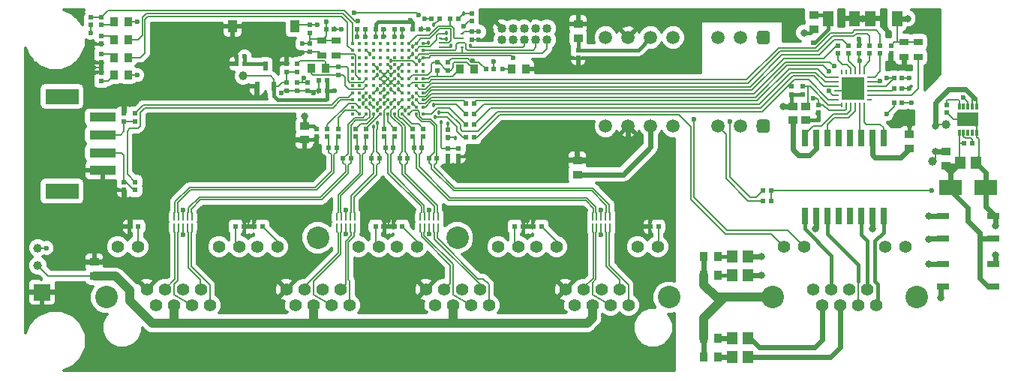
<source format=gbr>
G04 #@! TF.GenerationSoftware,KiCad,Pcbnew,6.0.0-rc1-unknown-106eaaa~84~ubuntu18.04.1*
G04 #@! TF.CreationDate,2018-11-27T01:39:18+00:00*
G04 #@! TF.ProjectId,proto-switch,70726f74-6f2d-4737-9769-7463682e6b69,1*
G04 #@! TF.SameCoordinates,Original*
G04 #@! TF.FileFunction,Copper,L1,Top*
G04 #@! TF.FilePolarity,Positive*
%FSLAX46Y46*%
G04 Gerber Fmt 4.6, Leading zero omitted, Abs format (unit mm)*
G04 Created by KiCad (PCBNEW 6.0.0-rc1-unknown-106eaaa~84~ubuntu18.04.1) date Tue 27 Nov 2018 01:39:18 GMT*
%MOMM*%
%LPD*%
G01*
G04 APERTURE LIST*
G04 #@! TA.AperFunction,SMDPad,CuDef*
%ADD10R,3.000000X1.000000*%
G04 #@! TD*
G04 #@! TA.AperFunction,SMDPad,CuDef*
%ADD11R,3.800000X1.800000*%
G04 #@! TD*
G04 #@! TA.AperFunction,SMDPad,CuDef*
%ADD12R,0.950000X1.000000*%
G04 #@! TD*
G04 #@! TA.AperFunction,SMDPad,CuDef*
%ADD13R,1.000000X0.950000*%
G04 #@! TD*
G04 #@! TA.AperFunction,SMDPad,CuDef*
%ADD14R,0.620000X0.620000*%
G04 #@! TD*
G04 #@! TA.AperFunction,SMDPad,CuDef*
%ADD15R,1.400000X0.800000*%
G04 #@! TD*
G04 #@! TA.AperFunction,BGAPad,CuDef*
%ADD16C,0.400000*%
G04 #@! TD*
G04 #@! TA.AperFunction,ComponentPad*
%ADD17C,1.400000*%
G04 #@! TD*
G04 #@! TA.AperFunction,ComponentPad*
%ADD18C,2.540000*%
G04 #@! TD*
G04 #@! TA.AperFunction,SMDPad,CuDef*
%ADD19R,1.000000X0.800000*%
G04 #@! TD*
G04 #@! TA.AperFunction,BGAPad,CuDef*
%ADD20C,1.000000*%
G04 #@! TD*
G04 #@! TA.AperFunction,SMDPad,CuDef*
%ADD21R,0.640000X1.910000*%
G04 #@! TD*
G04 #@! TA.AperFunction,SMDPad,CuDef*
%ADD22R,1.000000X1.400000*%
G04 #@! TD*
G04 #@! TA.AperFunction,ComponentPad*
%ADD23R,1.900000X1.900000*%
G04 #@! TD*
G04 #@! TA.AperFunction,ComponentPad*
%ADD24C,1.016000*%
G04 #@! TD*
G04 #@! TA.AperFunction,ComponentPad*
%ADD25C,1.500000*%
G04 #@! TD*
G04 #@! TA.AperFunction,Conductor*
%ADD26C,0.100000*%
G04 #@! TD*
G04 #@! TA.AperFunction,SMDPad,CuDef*
%ADD27R,0.600000X1.000000*%
G04 #@! TD*
G04 #@! TA.AperFunction,SMDPad,CuDef*
%ADD28R,0.200000X0.700000*%
G04 #@! TD*
G04 #@! TA.AperFunction,SMDPad,CuDef*
%ADD29R,2.350000X1.580000*%
G04 #@! TD*
G04 #@! TA.AperFunction,SMDPad,CuDef*
%ADD30R,0.300000X0.700000*%
G04 #@! TD*
G04 #@! TA.AperFunction,Conductor*
%ADD31R,2.600000X2.600000*%
G04 #@! TD*
G04 #@! TA.AperFunction,ViaPad*
%ADD32C,0.500000*%
G04 #@! TD*
G04 #@! TA.AperFunction,SMDPad,CuDef*
%ADD33R,0.480000X0.230000*%
G04 #@! TD*
G04 #@! TA.AperFunction,SMDPad,CuDef*
%ADD34R,0.230000X0.480000*%
G04 #@! TD*
G04 #@! TA.AperFunction,SMDPad,CuDef*
%ADD35R,0.300000X0.250000*%
G04 #@! TD*
G04 #@! TA.AperFunction,SMDPad,CuDef*
%ADD36R,2.500000X1.700000*%
G04 #@! TD*
G04 #@! TA.AperFunction,SMDPad,CuDef*
%ADD37R,1.150000X1.450000*%
G04 #@! TD*
G04 #@! TA.AperFunction,SMDPad,CuDef*
%ADD38R,1.150000X1.800000*%
G04 #@! TD*
G04 #@! TA.AperFunction,ViaPad*
%ADD39C,0.800000*%
G04 #@! TD*
G04 #@! TA.AperFunction,ViaPad*
%ADD40C,0.600000*%
G04 #@! TD*
G04 #@! TA.AperFunction,ViaPad*
%ADD41C,0.457200*%
G04 #@! TD*
G04 #@! TA.AperFunction,Conductor*
%ADD42C,0.600000*%
G04 #@! TD*
G04 #@! TA.AperFunction,Conductor*
%ADD43C,0.400000*%
G04 #@! TD*
G04 #@! TA.AperFunction,Conductor*
%ADD44C,0.200000*%
G04 #@! TD*
G04 #@! TA.AperFunction,Conductor*
%ADD45C,0.150000*%
G04 #@! TD*
G04 #@! TA.AperFunction,Conductor*
%ADD46C,0.127000*%
G04 #@! TD*
G04 #@! TA.AperFunction,Conductor*
%ADD47C,1.000000*%
G04 #@! TD*
G04 #@! TA.AperFunction,Conductor*
%ADD48C,0.300000*%
G04 #@! TD*
G04 APERTURE END LIST*
D10*
G04 #@! TO.P,J202,4*
G04 #@! TO.N,GND*
X89350000Y-136750000D03*
G04 #@! TO.P,J202,3*
G04 #@! TO.N,Net-(D204-Pad1)*
X89350000Y-134750000D03*
G04 #@! TO.P,J202,2*
G04 #@! TO.N,Net-(D205-Pad1)*
X89350000Y-132750000D03*
G04 #@! TO.P,J202,1*
G04 #@! TO.N,Net-(J202-Pad1)*
X89350000Y-130750000D03*
D11*
G04 #@! TO.P,J202,*
G04 #@! TO.N,*
X84750000Y-139100000D03*
X84750000Y-128400000D03*
G04 #@! TD*
D12*
G04 #@! TO.P,C224,2*
G04 #@! TO.N,GND*
X137100000Y-125300000D03*
G04 #@! TO.P,C224,1*
G04 #@! TO.N,3v3*
X135500000Y-125300000D03*
G04 #@! TD*
D13*
G04 #@! TO.P,C223,2*
G04 #@! TO.N,GND*
X112100000Y-133300000D03*
G04 #@! TO.P,C223,1*
G04 #@! TO.N,3v3*
X112100000Y-131700000D03*
G04 #@! TD*
D14*
G04 #@! TO.P,R302,2*
G04 #@! TO.N,/Ethernet/RXD0*
X175900000Y-122650000D03*
G04 #@! TO.P,R302,1*
G04 #@! TO.N,Net-(IC301-Pad13)*
X175900000Y-123550000D03*
G04 #@! TD*
G04 #@! TO.P,R403,2*
G04 #@! TO.N,GND*
X92450000Y-143100000D03*
G04 #@! TO.P,R403,1*
G04 #@! TO.N,Net-(J401-Pad1P11)*
X93350000Y-143100000D03*
G04 #@! TD*
D15*
G04 #@! TO.P,D303,4*
G04 #@! TO.N,Net-(C313-Pad2)*
X189850000Y-147330000D03*
G04 #@! TO.P,D303,3*
G04 #@! TO.N,Net-(C313-Pad1)*
X189850000Y-149870000D03*
G04 #@! TO.P,D303,2*
G04 #@! TO.N,/Ethernet/VB1*
X184150000Y-149870000D03*
G04 #@! TO.P,D303,1*
G04 #@! TO.N,/Ethernet/VB2*
X184150000Y-147330000D03*
G04 #@! TD*
G04 #@! TO.P,D302,4*
G04 #@! TO.N,Net-(C313-Pad2)*
X189850000Y-141930000D03*
G04 #@! TO.P,D302,3*
G04 #@! TO.N,Net-(C313-Pad1)*
X189850000Y-144470000D03*
G04 #@! TO.P,D302,2*
G04 #@! TO.N,/Ethernet/VA1*
X184150000Y-144470000D03*
G04 #@! TO.P,D302,1*
G04 #@! TO.N,/Ethernet/VA2*
X184150000Y-141930000D03*
G04 #@! TD*
D14*
G04 #@! TO.P,C201,2*
G04 #@! TO.N,GND*
X131000000Y-122000000D03*
G04 #@! TO.P,C201,1*
G04 #@! TO.N,3v3*
X131000000Y-121100000D03*
G04 #@! TD*
D16*
G04 #@! TO.P,IC202,L11*
G04 #@! TO.N,3v3*
X125500000Y-122400000D03*
G04 #@! TO.P,IC202,K11*
G04 #@! TO.N,/iCE40/FLASH_IO2*
X124700000Y-122400000D03*
G04 #@! TO.P,IC202,J11*
G04 #@! TO.N,/iCE40/FLASH_IO3*
X123900000Y-122400000D03*
G04 #@! TO.P,IC202,H11*
G04 #@! TO.N,Net-(IC202-PadH11)*
X123100000Y-122400000D03*
G04 #@! TO.P,IC202,G11*
G04 #@! TO.N,Net-(IC202-PadG11)*
X122300000Y-122400000D03*
G04 #@! TO.P,IC202,F11*
G04 #@! TO.N,Net-(IC202-PadF11)*
X121500000Y-122400000D03*
G04 #@! TO.P,IC202,E11*
G04 #@! TO.N,Net-(IC202-PadE11)*
X120700000Y-122400000D03*
G04 #@! TO.P,IC202,D11*
G04 #@! TO.N,Net-(IC202-PadD11)*
X119900000Y-122400000D03*
G04 #@! TO.P,IC202,C11*
G04 #@! TO.N,Net-(IC202-PadC11)*
X119100000Y-122400000D03*
G04 #@! TO.P,IC202,B11*
G04 #@! TO.N,Net-(IC202-PadB11)*
X118300000Y-122400000D03*
G04 #@! TO.P,IC202,A11*
G04 #@! TO.N,/iCE40/ULED1*
X117500000Y-122400000D03*
G04 #@! TO.P,IC202,L10*
G04 #@! TO.N,/iCE40/FLASH_SCK*
X125500000Y-123200000D03*
G04 #@! TO.P,IC202,K10*
G04 #@! TO.N,/iCE40/FLASH_SS*
X124700000Y-123200000D03*
G04 #@! TO.P,IC202,J10*
G04 #@! TO.N,Net-(IC202-PadJ10)*
X123900000Y-123200000D03*
G04 #@! TO.P,IC202,H10*
G04 #@! TO.N,Net-(IC202-PadH10)*
X123100000Y-123200000D03*
G04 #@! TO.P,IC202,G10*
G04 #@! TO.N,Net-(IC202-PadG10)*
X122300000Y-123200000D03*
G04 #@! TO.P,IC202,F10*
G04 #@! TO.N,Net-(IC202-PadF10)*
X121500000Y-123200000D03*
G04 #@! TO.P,IC202,E10*
G04 #@! TO.N,Net-(IC202-PadE10)*
X120700000Y-123200000D03*
G04 #@! TO.P,IC202,D10*
G04 #@! TO.N,Net-(IC202-PadD10)*
X119900000Y-123200000D03*
G04 #@! TO.P,IC202,C10*
G04 #@! TO.N,3v3*
X119100000Y-123200000D03*
G04 #@! TO.P,IC202,B10*
G04 #@! TO.N,Net-(IC202-PadB10)*
X118300000Y-123200000D03*
G04 #@! TO.P,IC202,A10*
G04 #@! TO.N,/iCE40/ULED2*
X117500000Y-123200000D03*
G04 #@! TO.P,IC202,L9*
G04 #@! TO.N,/iCE40/CRESET_B*
X125500000Y-124000000D03*
G04 #@! TO.P,IC202,K9*
G04 #@! TO.N,/iCE40/FLASH_SDI*
X124700000Y-124000000D03*
G04 #@! TO.P,IC202,J9*
G04 #@! TO.N,/iCE40/FLASH_SDO*
X123900000Y-124000000D03*
G04 #@! TO.P,IC202,H9*
G04 #@! TO.N,Net-(IC202-PadH9)*
X123100000Y-124000000D03*
G04 #@! TO.P,IC202,G9*
G04 #@! TO.N,Net-(IC202-PadG9)*
X122300000Y-124000000D03*
G04 #@! TO.P,IC202,F9*
G04 #@! TO.N,Net-(IC202-PadF9)*
X121500000Y-124000000D03*
G04 #@! TO.P,IC202,E9*
G04 #@! TO.N,Net-(IC202-PadE9)*
X120700000Y-124000000D03*
G04 #@! TO.P,IC202,D9*
G04 #@! TO.N,Net-(IC202-PadD9)*
X119900000Y-124000000D03*
G04 #@! TO.P,IC202,C9*
G04 #@! TO.N,Net-(IC202-PadC9)*
X119100000Y-124000000D03*
G04 #@! TO.P,IC202,B9*
G04 #@! TO.N,Net-(IC202-PadB9)*
X118300000Y-124000000D03*
G04 #@! TO.P,IC202,A9*
G04 #@! TO.N,Net-(IC202-PadA9)*
X117500000Y-124000000D03*
G04 #@! TO.P,IC202,L8*
G04 #@! TO.N,Net-(IC202-PadL8)*
X125500000Y-124800000D03*
G04 #@! TO.P,IC202,K8*
G04 #@! TO.N,/iCE40/CDONE*
X124700000Y-124800000D03*
G04 #@! TO.P,IC202,J8*
G04 #@! TO.N,Net-(IC202-PadJ8)*
X123900000Y-124800000D03*
G04 #@! TO.P,IC202,H8*
G04 #@! TO.N,1v2*
X123100000Y-124800000D03*
G04 #@! TO.P,IC202,G8*
G04 #@! TO.N,Net-(IC202-PadG8)*
X122300000Y-124800000D03*
G04 #@! TO.P,IC202,F8*
G04 #@! TO.N,3v3*
X121500000Y-124800000D03*
G04 #@! TO.P,IC202,E8*
G04 #@! TO.N,Net-(IC202-PadE8)*
X120700000Y-124800000D03*
G04 #@! TO.P,IC202,D8*
G04 #@! TO.N,1v2*
X119900000Y-124800000D03*
G04 #@! TO.P,IC202,C8*
G04 #@! TO.N,Net-(IC202-PadC8)*
X119100000Y-124800000D03*
G04 #@! TO.P,IC202,B8*
G04 #@! TO.N,Net-(IC202-PadB8)*
X118300000Y-124800000D03*
G04 #@! TO.P,IC202,A8*
G04 #@! TO.N,Net-(IC202-PadA8)*
X117500000Y-124800000D03*
G04 #@! TO.P,IC202,L7*
G04 #@! TO.N,Net-(IC202-PadL7)*
X125500000Y-125600000D03*
G04 #@! TO.P,IC202,K7*
G04 #@! TO.N,Net-(IC202-PadK7)*
X124700000Y-125600000D03*
G04 #@! TO.P,IC202,J7*
G04 #@! TO.N,Net-(IC202-PadJ7)*
X123900000Y-125600000D03*
G04 #@! TO.P,IC202,H7*
G04 #@! TO.N,Net-(IC202-PadH7)*
X123100000Y-125600000D03*
G04 #@! TO.P,IC202,G7*
G04 #@! TO.N,GND*
X122300000Y-125600000D03*
G04 #@! TO.P,IC202,F7*
X121500000Y-125600000D03*
G04 #@! TO.P,IC202,E7*
X120700000Y-125600000D03*
G04 #@! TO.P,IC202,D7*
G04 #@! TO.N,Net-(IC202-PadD7)*
X119900000Y-125600000D03*
G04 #@! TO.P,IC202,C7*
G04 #@! TO.N,Net-(IC202-PadC7)*
X119100000Y-125600000D03*
G04 #@! TO.P,IC202,B7*
G04 #@! TO.N,Net-(IC202-PadB7)*
X118300000Y-125600000D03*
G04 #@! TO.P,IC202,A7*
G04 #@! TO.N,Net-(IC202-PadA7)*
X117500000Y-125600000D03*
G04 #@! TO.P,IC202,L6*
G04 #@! TO.N,Net-(C218-Pad2)*
X125500000Y-126400000D03*
G04 #@! TO.P,IC202,K6*
G04 #@! TO.N,Net-(IC202-PadK6)*
X124700000Y-126400000D03*
G04 #@! TO.P,IC202,J6*
G04 #@! TO.N,Net-(C218-Pad1)*
X123900000Y-126400000D03*
G04 #@! TO.P,IC202,H6*
G04 #@! TO.N,3v3*
X123100000Y-126400000D03*
G04 #@! TO.P,IC202,G6*
G04 #@! TO.N,GND*
X122300000Y-126400000D03*
G04 #@! TO.P,IC202,F6*
X121500000Y-126400000D03*
G04 #@! TO.P,IC202,E6*
X120700000Y-126400000D03*
G04 #@! TO.P,IC202,D6*
G04 #@! TO.N,3v3*
X119900000Y-126400000D03*
G04 #@! TO.P,IC202,C6*
G04 #@! TO.N,Net-(C221-Pad1)*
X119100000Y-126400000D03*
G04 #@! TO.P,IC202,B6*
G04 #@! TO.N,/iCE40/CLK*
X118300000Y-126400000D03*
G04 #@! TO.P,IC202,A6*
G04 #@! TO.N,Net-(IC202-PadA6)*
X117500000Y-126400000D03*
G04 #@! TO.P,IC202,L5*
G04 #@! TO.N,Net-(IC202-PadL5)*
X125500000Y-127200000D03*
G04 #@! TO.P,IC202,K5*
G04 #@! TO.N,/Ethernet/RXD0*
X124700000Y-127200000D03*
G04 #@! TO.P,IC202,J5*
G04 #@! TO.N,/Ethernet/RXD1*
X123900000Y-127200000D03*
G04 #@! TO.P,IC202,H5*
G04 #@! TO.N,GND*
X123100000Y-127200000D03*
G04 #@! TO.P,IC202,G5*
X122300000Y-127200000D03*
G04 #@! TO.P,IC202,F5*
X121500000Y-127200000D03*
G04 #@! TO.P,IC202,E5*
X120700000Y-127200000D03*
G04 #@! TO.P,IC202,D5*
G04 #@! TO.N,Net-(IC202-PadD5)*
X119900000Y-127200000D03*
G04 #@! TO.P,IC202,C5*
G04 #@! TO.N,Net-(C221-Pad2)*
X119100000Y-127200000D03*
G04 #@! TO.P,IC202,B5*
G04 #@! TO.N,Net-(IC202-PadB5)*
X118300000Y-127200000D03*
G04 #@! TO.P,IC202,A5*
G04 #@! TO.N,Net-(IC202-PadA5)*
X117500000Y-127200000D03*
G04 #@! TO.P,IC202,L4*
G04 #@! TO.N,/Ethernet/CRS_DV*
X125500000Y-128000000D03*
G04 #@! TO.P,IC202,K4*
G04 #@! TO.N,/Ethernet/REF_CLK*
X124700000Y-128000000D03*
G04 #@! TO.P,IC202,J4*
G04 #@! TO.N,Net-(IC202-PadJ4)*
X123900000Y-128000000D03*
G04 #@! TO.P,IC202,H4*
G04 #@! TO.N,1v2*
X123100000Y-128000000D03*
G04 #@! TO.P,IC202,G4*
G04 #@! TO.N,3v3*
X122300000Y-128000000D03*
G04 #@! TO.P,IC202,F4*
G04 #@! TO.N,/TGBe Ports/P4_LED1*
X121500000Y-128000000D03*
G04 #@! TO.P,IC202,E4*
G04 #@! TO.N,3v3*
X120700000Y-128000000D03*
G04 #@! TO.P,IC202,D4*
G04 #@! TO.N,1v2*
X119900000Y-128000000D03*
G04 #@! TO.P,IC202,C4*
G04 #@! TO.N,/TGBe Ports/P1_LED1*
X119100000Y-128000000D03*
G04 #@! TO.P,IC202,B4*
G04 #@! TO.N,Net-(IC202-PadB4)*
X118300000Y-128000000D03*
G04 #@! TO.P,IC202,A4*
G04 #@! TO.N,/iCE40/UART_RX*
X117500000Y-128000000D03*
G04 #@! TO.P,IC202,L3*
G04 #@! TO.N,/Ethernet/MDIO*
X125500000Y-128800000D03*
G04 #@! TO.P,IC202,K3*
G04 #@! TO.N,/Ethernet/MDC*
X124700000Y-128800000D03*
G04 #@! TO.P,IC202,J3*
G04 #@! TO.N,/Ethernet/TXD0*
X123900000Y-128800000D03*
G04 #@! TO.P,IC202,H3*
G04 #@! TO.N,/TGBe Ports/P4_LED2*
X123100000Y-128800000D03*
G04 #@! TO.P,IC202,G3*
G04 #@! TO.N,/TGBe Ports/P3_LED1*
X122300000Y-128800000D03*
G04 #@! TO.P,IC202,F3*
G04 #@! TO.N,/TGBe Ports/P3_LED2*
X121500000Y-128800000D03*
G04 #@! TO.P,IC202,E3*
G04 #@! TO.N,/TGBe Ports/RD2-*
X120700000Y-128800000D03*
G04 #@! TO.P,IC202,D3*
G04 #@! TO.N,/TGBe Ports/P1_LED2*
X119900000Y-128800000D03*
G04 #@! TO.P,IC202,C3*
G04 #@! TO.N,/TGBe Ports/P2_LED2*
X119100000Y-128800000D03*
G04 #@! TO.P,IC202,B3*
G04 #@! TO.N,Net-(IC202-PadB3)*
X118300000Y-128800000D03*
G04 #@! TO.P,IC202,A3*
G04 #@! TO.N,/iCE40/UART_TX*
X117500000Y-128800000D03*
G04 #@! TO.P,IC202,L2*
G04 #@! TO.N,/Ethernet/TXEN*
X125500000Y-129600000D03*
G04 #@! TO.P,IC202,K2*
G04 #@! TO.N,/iCE40/PHY_~RST*
X124700000Y-129600000D03*
G04 #@! TO.P,IC202,J2*
G04 #@! TO.N,/iCE40/ETH_LED*
X123900000Y-129600000D03*
G04 #@! TO.P,IC202,H2*
G04 #@! TO.N,/TGBe Ports/TD4-*
X123100000Y-129600000D03*
G04 #@! TO.P,IC202,G2*
G04 #@! TO.N,/TGBe Ports/RD3-*
X122300000Y-129600000D03*
G04 #@! TO.P,IC202,F2*
G04 #@! TO.N,/TGBe Ports/TD3-*
X121500000Y-129600000D03*
G04 #@! TO.P,IC202,E2*
G04 #@! TO.N,/TGBe Ports/RD2+*
X120700000Y-129600000D03*
G04 #@! TO.P,IC202,D2*
G04 #@! TO.N,/TGBe Ports/P2_LED1*
X119900000Y-129600000D03*
G04 #@! TO.P,IC202,C2*
G04 #@! TO.N,/TGBe Ports/RD1+*
X119100000Y-129600000D03*
G04 #@! TO.P,IC202,B2*
G04 #@! TO.N,/TGBe Ports/TD1-*
X118300000Y-129600000D03*
G04 #@! TO.P,IC202,A2*
G04 #@! TO.N,Net-(IC202-PadA2)*
X117500000Y-129600000D03*
G04 #@! TO.P,IC202,L1*
G04 #@! TO.N,/Ethernet/TXD1*
X125500000Y-130400000D03*
G04 #@! TO.P,IC202,K1*
G04 #@! TO.N,/TGBe Ports/RD4-*
X124700000Y-130400000D03*
G04 #@! TO.P,IC202,J1*
G04 #@! TO.N,/TGBe Ports/RD4+*
X123900000Y-130400000D03*
G04 #@! TO.P,IC202,H1*
G04 #@! TO.N,/TGBe Ports/TD4+*
X123100000Y-130400000D03*
G04 #@! TO.P,IC202,G1*
G04 #@! TO.N,/TGBe Ports/RD3+*
X122300000Y-130400000D03*
G04 #@! TO.P,IC202,F1*
G04 #@! TO.N,/TGBe Ports/TD3+*
X121500000Y-130400000D03*
G04 #@! TO.P,IC202,E1*
G04 #@! TO.N,/TGBe Ports/TD2+*
X120700000Y-130400000D03*
G04 #@! TO.P,IC202,D1*
G04 #@! TO.N,/TGBe Ports/TD2-*
X119900000Y-130400000D03*
G04 #@! TO.P,IC202,C1*
G04 #@! TO.N,/TGBe Ports/RD1-*
X119100000Y-130400000D03*
G04 #@! TO.P,IC202,B1*
G04 #@! TO.N,/TGBe Ports/TD1+*
X118300000Y-130400000D03*
G04 #@! TO.P,IC202,A1*
G04 #@! TO.N,Net-(IC202-PadA1)*
X117500000Y-130400000D03*
G04 #@! TD*
D17*
G04 #@! TO.P,J302,8*
G04 #@! TO.N,/Ethernet/VB1*
X169544000Y-150182000D03*
G04 #@! TO.P,J302,6*
G04 #@! TO.N,Net-(J302-Pad6)*
X171576000Y-150182000D03*
G04 #@! TO.P,J302,4*
G04 #@! TO.N,/Ethernet/VB2*
X173608000Y-150182000D03*
G04 #@! TO.P,J302,2*
G04 #@! TO.N,Net-(J302-Pad2)*
X175640000Y-150182000D03*
G04 #@! TO.P,J302,7*
G04 #@! TO.N,/Ethernet/VB1*
X170560000Y-151960000D03*
G04 #@! TO.P,J302,5*
G04 #@! TO.N,/Ethernet/VB2*
X172592000Y-151960000D03*
G04 #@! TO.P,J302,3*
G04 #@! TO.N,Net-(J302-Pad3)*
X174624000Y-151960000D03*
G04 #@! TO.P,J302,1*
G04 #@! TO.N,Net-(J302-Pad1)*
X176656000Y-151960000D03*
G04 #@! TO.P,J302,12*
G04 #@! TO.N,Net-(J302-Pad12)*
X166242000Y-145356000D03*
G04 #@! TO.P,J302,9*
G04 #@! TO.N,/Ethernet/LINK_LED*
X179958000Y-145356000D03*
G04 #@! TO.P,J302,11*
G04 #@! TO.N,GND*
X168528000Y-145356000D03*
G04 #@! TO.P,J302,10*
G04 #@! TO.N,Net-(J302-Pad10)*
X177672000Y-145356000D03*
D18*
G04 #@! TO.P,J302,S1*
G04 #@! TO.N,CHASSIS*
X164972000Y-151071000D03*
G04 #@! TO.P,J302,S2*
G04 #@! TO.N,Net-(J302-PadS2)*
X181228000Y-151071000D03*
G04 #@! TD*
D19*
G04 #@! TO.P,Y301,4*
G04 #@! TO.N,3v3*
X181400000Y-122250000D03*
G04 #@! TO.P,Y301,3*
G04 #@! TO.N,Net-(IC301-Pad8)*
X181400000Y-123950000D03*
G04 #@! TO.P,Y301,2*
G04 #@! TO.N,GND*
X179800000Y-123950000D03*
G04 #@! TO.P,Y301,1*
G04 #@! TO.N,3v3*
X179800000Y-122250000D03*
G04 #@! TD*
G04 #@! TO.P,Y201,4*
G04 #@! TO.N,3v3*
X115700000Y-122050000D03*
G04 #@! TO.P,Y201,3*
G04 #@! TO.N,/iCE40/CLK*
X115700000Y-123750000D03*
G04 #@! TO.P,Y201,2*
G04 #@! TO.N,GND*
X114100000Y-123750000D03*
G04 #@! TO.P,Y201,1*
G04 #@! TO.N,3v3*
X114100000Y-122050000D03*
G04 #@! TD*
D14*
G04 #@! TO.P,C314,2*
G04 #@! TO.N,GND*
X178300000Y-123550000D03*
G04 #@! TO.P,C314,1*
G04 #@! TO.N,3v3*
X178300000Y-122650000D03*
G04 #@! TD*
G04 #@! TO.P,R503,2*
G04 #@! TO.N,GND*
X89200000Y-125750000D03*
G04 #@! TO.P,R503,1*
G04 #@! TO.N,Net-(D501-Pad1)*
X89200000Y-126650000D03*
G04 #@! TD*
D12*
G04 #@! TO.P,D501,2*
G04 #@! TO.N,3v3*
X92200000Y-126000000D03*
G04 #@! TO.P,D501,1*
G04 #@! TO.N,Net-(D501-Pad1)*
X90600000Y-126000000D03*
G04 #@! TD*
D13*
G04 #@! TO.P,C505,2*
G04 #@! TO.N,GND*
X88400000Y-147100000D03*
G04 #@! TO.P,C505,1*
G04 #@! TO.N,24v*
X88400000Y-148700000D03*
G04 #@! TD*
D18*
G04 #@! TO.P,J401,S3*
G04 #@! TO.N,Net-(J401-PadS3)*
X129378000Y-144340000D03*
G04 #@! TO.P,J401,S2*
G04 #@! TO.N,Net-(J401-PadS2)*
X113628000Y-144340000D03*
G04 #@! TO.P,J401,S4*
G04 #@! TO.N,CHASSIS*
X153250000Y-151071000D03*
D17*
G04 #@! TO.P,J401,4P3*
G04 #@! TO.N,/TGBe Ports/TX4+*
X146652000Y-151960000D03*
G04 #@! TO.P,J401,3P3*
G04 #@! TO.N,/TGBe Ports/TX3+*
X130902000Y-151960000D03*
G04 #@! TO.P,J401,2P3*
G04 #@! TO.N,/TGBe Ports/TX2+*
X115152000Y-151960000D03*
G04 #@! TO.P,J401,4P12*
G04 #@! TO.N,/TGBe Ports/P4_LED2*
X138270000Y-145356000D03*
G04 #@! TO.P,J401,3P12*
G04 #@! TO.N,/TGBe Ports/P3_LED2*
X122520000Y-145356000D03*
G04 #@! TO.P,J401,2P12*
G04 #@! TO.N,/TGBe Ports/P2_LED2*
X106770000Y-145356000D03*
G04 #@! TO.P,J401,4P11*
G04 #@! TO.N,Net-(J401-Pad4P11)*
X140556000Y-145356000D03*
G04 #@! TO.P,J401,3P11*
G04 #@! TO.N,Net-(J401-Pad3P11)*
X124806000Y-145356000D03*
G04 #@! TO.P,J401,2P11*
G04 #@! TO.N,Net-(J401-Pad2P11)*
X109056000Y-145356000D03*
G04 #@! TO.P,J401,4P10*
G04 #@! TO.N,/TGBe Ports/P4_LED1*
X149700000Y-145356000D03*
G04 #@! TO.P,J401,3P10*
G04 #@! TO.N,/TGBe Ports/P3_LED1*
X133950000Y-145356000D03*
G04 #@! TO.P,J401,2P10*
G04 #@! TO.N,/TGBe Ports/P2_LED1*
X118200000Y-145356000D03*
G04 #@! TO.P,J401,4P7*
G04 #@! TO.N,GND*
X142588000Y-151960000D03*
G04 #@! TO.P,J401,3P7*
X126838000Y-151960000D03*
G04 #@! TO.P,J401,2P7*
X111088000Y-151960000D03*
G04 #@! TO.P,J401,4P5*
G04 #@! TO.N,24v*
X144620000Y-151960000D03*
G04 #@! TO.P,J401,3P5*
X128870000Y-151960000D03*
G04 #@! TO.P,J401,2P5*
X113120000Y-151960000D03*
G04 #@! TO.P,J401,4P9*
G04 #@! TO.N,Net-(J401-Pad4P9)*
X151986000Y-145356000D03*
G04 #@! TO.P,J401,3P9*
G04 #@! TO.N,Net-(J401-Pad3P9)*
X136236000Y-145356000D03*
G04 #@! TO.P,J401,2P9*
G04 #@! TO.N,Net-(J401-Pad2P9)*
X120486000Y-145356000D03*
G04 #@! TO.P,J401,4P8*
G04 #@! TO.N,GND*
X141572000Y-150182000D03*
G04 #@! TO.P,J401,3P8*
X125822000Y-150182000D03*
G04 #@! TO.P,J401,2P8*
X110072000Y-150182000D03*
G04 #@! TO.P,J401,4P6*
G04 #@! TO.N,/TGBe Ports/TX4-*
X143604000Y-150182000D03*
G04 #@! TO.P,J401,3P6*
G04 #@! TO.N,/TGBe Ports/TX3-*
X127854000Y-150182000D03*
G04 #@! TO.P,J401,2P6*
G04 #@! TO.N,/TGBe Ports/TX2-*
X112104000Y-150182000D03*
G04 #@! TO.P,J401,4P1*
G04 #@! TO.N,/TGBe Ports/RX4+*
X148684000Y-151960000D03*
G04 #@! TO.P,J401,3P1*
G04 #@! TO.N,/TGBe Ports/RX3+*
X132934000Y-151960000D03*
G04 #@! TO.P,J401,2P1*
G04 #@! TO.N,/TGBe Ports/RX2+*
X117184000Y-151960000D03*
G04 #@! TO.P,J401,4P4*
G04 #@! TO.N,24v*
X145636000Y-150182000D03*
G04 #@! TO.P,J401,3P4*
X129886000Y-150182000D03*
G04 #@! TO.P,J401,2P4*
X114136000Y-150182000D03*
G04 #@! TO.P,J401,4P2*
G04 #@! TO.N,/TGBe Ports/RX4-*
X147668000Y-150182000D03*
G04 #@! TO.P,J401,3P2*
G04 #@! TO.N,/TGBe Ports/RX3-*
X131918000Y-150182000D03*
G04 #@! TO.P,J401,2P2*
G04 #@! TO.N,/TGBe Ports/RX2-*
X116168000Y-150182000D03*
G04 #@! TO.P,J401,1P8*
G04 #@! TO.N,GND*
X94322000Y-150182000D03*
G04 #@! TO.P,J401,1P6*
G04 #@! TO.N,/TGBe Ports/TX1-*
X96354000Y-150182000D03*
G04 #@! TO.P,J401,1P4*
G04 #@! TO.N,24v*
X98386000Y-150182000D03*
G04 #@! TO.P,J401,1P2*
G04 #@! TO.N,/TGBe Ports/RX1-*
X100418000Y-150182000D03*
G04 #@! TO.P,J401,1P7*
G04 #@! TO.N,GND*
X95338000Y-151960000D03*
G04 #@! TO.P,J401,1P5*
G04 #@! TO.N,24v*
X97370000Y-151960000D03*
G04 #@! TO.P,J401,1P3*
G04 #@! TO.N,/TGBe Ports/TX1+*
X99402000Y-151960000D03*
G04 #@! TO.P,J401,1P1*
G04 #@! TO.N,/TGBe Ports/RX1+*
X101434000Y-151960000D03*
G04 #@! TO.P,J401,1P12*
G04 #@! TO.N,/TGBe Ports/P1_LED2*
X91020000Y-145356000D03*
G04 #@! TO.P,J401,1P9*
G04 #@! TO.N,Net-(J401-Pad1P9)*
X104736000Y-145356000D03*
G04 #@! TO.P,J401,1P11*
G04 #@! TO.N,Net-(J401-Pad1P11)*
X93306000Y-145356000D03*
G04 #@! TO.P,J401,1P10*
G04 #@! TO.N,/TGBe Ports/P1_LED1*
X102450000Y-145356000D03*
D18*
G04 #@! TO.P,J401,S1*
G04 #@! TO.N,Net-(J401-PadS1)*
X89750000Y-151071000D03*
G04 #@! TD*
D14*
G04 #@! TO.P,C306,2*
G04 #@! TO.N,GND*
X168300000Y-128150000D03*
G04 #@! TO.P,C306,1*
G04 #@! TO.N,Net-(C305-Pad1)*
X168300000Y-127250000D03*
G04 #@! TD*
G04 #@! TO.P,C304,2*
G04 #@! TO.N,GND*
X174700000Y-122650000D03*
G04 #@! TO.P,C304,1*
G04 #@! TO.N,3v3*
X174700000Y-123550000D03*
G04 #@! TD*
G04 #@! TO.P,C302,2*
G04 #@! TO.N,GND*
X170100000Y-130250000D03*
G04 #@! TO.P,C302,1*
G04 #@! TO.N,Net-(C301-Pad1)*
X170100000Y-129350000D03*
G04 #@! TD*
G04 #@! TO.P,R318,2*
G04 #@! TO.N,Net-(J302-Pad12)*
X131250000Y-133000000D03*
G04 #@! TO.P,R318,1*
G04 #@! TO.N,/iCE40/ETH_LED*
X130350000Y-133000000D03*
G04 #@! TD*
D20*
G04 #@! TO.P,TP505,1*
G04 #@! TO.N,/Ethernet/48VDC*
X183000000Y-135700000D03*
G04 #@! TD*
G04 #@! TO.P,TP504,1*
G04 #@! TO.N,/Ethernet/0VDC*
X184500000Y-131600000D03*
G04 #@! TD*
D14*
G04 #@! TO.P,R213,2*
G04 #@! TO.N,/iCE40/UART_TX*
X93000000Y-138050000D03*
G04 #@! TO.P,R213,1*
G04 #@! TO.N,Net-(D204-Pad1)*
X93000000Y-138950000D03*
G04 #@! TD*
G04 #@! TO.P,R212,2*
G04 #@! TO.N,/iCE40/UART_RX*
X93000000Y-130300000D03*
G04 #@! TO.P,R212,1*
G04 #@! TO.N,Net-(D205-Pad1)*
X93000000Y-131200000D03*
G04 #@! TD*
G04 #@! TO.P,D205,2*
G04 #@! TO.N,GND*
X91750000Y-130300000D03*
G04 #@! TO.P,D205,1*
G04 #@! TO.N,Net-(D205-Pad1)*
X91750000Y-131200000D03*
G04 #@! TD*
G04 #@! TO.P,D204,2*
G04 #@! TO.N,GND*
X91750000Y-138950000D03*
G04 #@! TO.P,D204,1*
G04 #@! TO.N,Net-(D204-Pad1)*
X91750000Y-138050000D03*
G04 #@! TD*
D20*
G04 #@! TO.P,TP503,1*
G04 #@! TO.N,1v2*
X105200000Y-126100000D03*
G04 #@! TD*
G04 #@! TO.P,TP502,1*
G04 #@! TO.N,24v*
X82000000Y-147500000D03*
G04 #@! TD*
G04 #@! TO.P,TP501,1*
G04 #@! TO.N,3v3*
X82000000Y-145500000D03*
G04 #@! TD*
D21*
G04 #@! TO.P,T301,16*
G04 #@! TO.N,Net-(J302-Pad1)*
X177445000Y-141885000D03*
G04 #@! TO.P,T301,15*
G04 #@! TO.N,/Ethernet/VA1*
X176175000Y-141885000D03*
G04 #@! TO.P,T301,14*
G04 #@! TO.N,Net-(J302-Pad2)*
X174905000Y-141885000D03*
G04 #@! TO.P,T301,13*
G04 #@! TO.N,Net-(T301-Pad13)*
X173635000Y-141885000D03*
G04 #@! TO.P,T301,12*
G04 #@! TO.N,Net-(T301-Pad12)*
X172365000Y-141885000D03*
G04 #@! TO.P,T301,11*
G04 #@! TO.N,Net-(J302-Pad3)*
X171095000Y-141885000D03*
G04 #@! TO.P,T301,10*
G04 #@! TO.N,/Ethernet/VA2*
X169825000Y-141885000D03*
G04 #@! TO.P,T301,9*
G04 #@! TO.N,Net-(J302-Pad6)*
X168555000Y-141885000D03*
G04 #@! TO.P,T301,8*
G04 #@! TO.N,/Ethernet/RD-*
X168555000Y-133115000D03*
G04 #@! TO.P,T301,7*
G04 #@! TO.N,Net-(C307-Pad1)*
X169825000Y-133115000D03*
G04 #@! TO.P,T301,6*
G04 #@! TO.N,/Ethernet/RD+*
X171095000Y-133115000D03*
G04 #@! TO.P,T301,5*
G04 #@! TO.N,Net-(T301-Pad5)*
X172365000Y-133115000D03*
G04 #@! TO.P,T301,4*
G04 #@! TO.N,Net-(T301-Pad4)*
X173635000Y-133115000D03*
G04 #@! TO.P,T301,3*
G04 #@! TO.N,/Ethernet/TD-*
X174905000Y-133115000D03*
G04 #@! TO.P,T301,2*
G04 #@! TO.N,Net-(C308-Pad1)*
X176175000Y-133115000D03*
G04 #@! TO.P,T301,1*
G04 #@! TO.N,/Ethernet/TD+*
X177445000Y-133115000D03*
G04 #@! TD*
D22*
G04 #@! TO.P,SW201,2*
G04 #@! TO.N,/iCE40/CRESET_B*
X111000000Y-120500000D03*
G04 #@! TO.P,SW201,1*
G04 #@! TO.N,GND*
X104000000Y-120500000D03*
G04 #@! TD*
D14*
G04 #@! TO.P,R502,2*
G04 #@! TO.N,Net-(IC503-Pad3)*
X163850000Y-140200000D03*
G04 #@! TO.P,R502,1*
G04 #@! TO.N,/Power/48VPG*
X164750000Y-140200000D03*
G04 #@! TD*
G04 #@! TO.P,R501,2*
G04 #@! TO.N,Net-(IC501-Pad3)*
X163850000Y-139000000D03*
G04 #@! TO.P,R501,1*
G04 #@! TO.N,/Power/48VPG*
X164750000Y-139000000D03*
G04 #@! TD*
G04 #@! TO.P,R424,2*
G04 #@! TO.N,/TGBe Ports/RD4-*
X126150000Y-135400000D03*
G04 #@! TO.P,R424,1*
G04 #@! TO.N,/TGBe Ports/RD4+*
X127050000Y-135400000D03*
G04 #@! TD*
G04 #@! TO.P,R423,2*
G04 #@! TO.N,/TGBe Ports/TD4+*
X125500000Y-132050000D03*
G04 #@! TO.P,R423,1*
G04 #@! TO.N,/TGBe Ports/ETD4+*
X125500000Y-132950000D03*
G04 #@! TD*
G04 #@! TO.P,R422,2*
G04 #@! TO.N,/TGBe Ports/ETD4-*
X124450000Y-134200000D03*
G04 #@! TO.P,R422,1*
G04 #@! TO.N,/TGBe Ports/ETD4+*
X125350000Y-134200000D03*
G04 #@! TD*
G04 #@! TO.P,R421,2*
G04 #@! TO.N,GND*
X137950000Y-143100000D03*
G04 #@! TO.P,R421,1*
G04 #@! TO.N,Net-(J401-Pad4P11)*
X138850000Y-143100000D03*
G04 #@! TD*
G04 #@! TO.P,R420,2*
G04 #@! TO.N,/TGBe Ports/TD4-*
X124300000Y-132050000D03*
G04 #@! TO.P,R420,1*
G04 #@! TO.N,/TGBe Ports/ETD4-*
X124300000Y-132950000D03*
G04 #@! TD*
G04 #@! TO.P,R419,2*
G04 #@! TO.N,GND*
X151150000Y-143100000D03*
G04 #@! TO.P,R419,1*
G04 #@! TO.N,Net-(J401-Pad4P9)*
X152050000Y-143100000D03*
G04 #@! TD*
G04 #@! TO.P,R418,2*
G04 #@! TO.N,/TGBe Ports/RD3-*
X122850000Y-135400000D03*
G04 #@! TO.P,R418,1*
G04 #@! TO.N,/TGBe Ports/RD3+*
X123750000Y-135400000D03*
G04 #@! TD*
G04 #@! TO.P,R417,2*
G04 #@! TO.N,/TGBe Ports/TD3+*
X122300000Y-132050000D03*
G04 #@! TO.P,R417,1*
G04 #@! TO.N,/TGBe Ports/ETD3+*
X122300000Y-132950000D03*
G04 #@! TD*
G04 #@! TO.P,R416,2*
G04 #@! TO.N,/TGBe Ports/ETD3-*
X121250000Y-134200000D03*
G04 #@! TO.P,R416,1*
G04 #@! TO.N,/TGBe Ports/ETD3+*
X122150000Y-134200000D03*
G04 #@! TD*
G04 #@! TO.P,R415,2*
G04 #@! TO.N,GND*
X122250000Y-143100000D03*
G04 #@! TO.P,R415,1*
G04 #@! TO.N,Net-(J401-Pad3P11)*
X123150000Y-143100000D03*
G04 #@! TD*
G04 #@! TO.P,R414,2*
G04 #@! TO.N,/TGBe Ports/TD3-*
X121100000Y-132050000D03*
G04 #@! TO.P,R414,1*
G04 #@! TO.N,/TGBe Ports/ETD3-*
X121100000Y-132950000D03*
G04 #@! TD*
G04 #@! TO.P,R413,2*
G04 #@! TO.N,GND*
X136750000Y-143100000D03*
G04 #@! TO.P,R413,1*
G04 #@! TO.N,Net-(J401-Pad3P9)*
X135850000Y-143100000D03*
G04 #@! TD*
G04 #@! TO.P,R412,2*
G04 #@! TO.N,/TGBe Ports/RD2-*
X119650000Y-135400000D03*
G04 #@! TO.P,R412,1*
G04 #@! TO.N,/TGBe Ports/RD2+*
X120550000Y-135400000D03*
G04 #@! TD*
G04 #@! TO.P,R411,2*
G04 #@! TO.N,/TGBe Ports/TD2+*
X119100000Y-132050000D03*
G04 #@! TO.P,R411,1*
G04 #@! TO.N,/TGBe Ports/ETD2+*
X119100000Y-132950000D03*
G04 #@! TD*
G04 #@! TO.P,R410,2*
G04 #@! TO.N,/TGBe Ports/ETD2-*
X118050000Y-134200000D03*
G04 #@! TO.P,R410,1*
G04 #@! TO.N,/TGBe Ports/ETD2+*
X118950000Y-134200000D03*
G04 #@! TD*
G04 #@! TO.P,R409,2*
G04 #@! TO.N,GND*
X106450000Y-143100000D03*
G04 #@! TO.P,R409,1*
G04 #@! TO.N,Net-(J401-Pad2P11)*
X107350000Y-143100000D03*
G04 #@! TD*
G04 #@! TO.P,R408,2*
G04 #@! TO.N,/TGBe Ports/TD2-*
X117900000Y-132050000D03*
G04 #@! TO.P,R408,1*
G04 #@! TO.N,/TGBe Ports/ETD2-*
X117900000Y-132950000D03*
G04 #@! TD*
G04 #@! TO.P,R407,2*
G04 #@! TO.N,GND*
X121050000Y-143100000D03*
G04 #@! TO.P,R407,1*
G04 #@! TO.N,Net-(J401-Pad2P9)*
X120150000Y-143100000D03*
G04 #@! TD*
G04 #@! TO.P,R406,2*
G04 #@! TO.N,/TGBe Ports/RD1-*
X116450000Y-135400000D03*
G04 #@! TO.P,R406,1*
G04 #@! TO.N,/TGBe Ports/RD1+*
X117350000Y-135400000D03*
G04 #@! TD*
G04 #@! TO.P,R405,2*
G04 #@! TO.N,/TGBe Ports/TD1+*
X115900000Y-132050000D03*
G04 #@! TO.P,R405,1*
G04 #@! TO.N,/TGBe Ports/ETD1+*
X115900000Y-132950000D03*
G04 #@! TD*
G04 #@! TO.P,R404,2*
G04 #@! TO.N,/TGBe Ports/ETD1-*
X114850000Y-134200000D03*
G04 #@! TO.P,R404,1*
G04 #@! TO.N,/TGBe Ports/ETD1+*
X115750000Y-134200000D03*
G04 #@! TD*
G04 #@! TO.P,R402,2*
G04 #@! TO.N,/TGBe Ports/TD1-*
X114700000Y-132050000D03*
G04 #@! TO.P,R402,1*
G04 #@! TO.N,/TGBe Ports/ETD1-*
X114700000Y-132950000D03*
G04 #@! TD*
G04 #@! TO.P,R401,2*
G04 #@! TO.N,GND*
X105250000Y-143100000D03*
G04 #@! TO.P,R401,1*
G04 #@! TO.N,Net-(J401-Pad1P9)*
X104350000Y-143100000D03*
G04 #@! TD*
G04 #@! TO.P,R317,2*
G04 #@! TO.N,Net-(C313-Pad2)*
X184600000Y-130250000D03*
G04 #@! TO.P,R317,1*
G04 #@! TO.N,Net-(IC303-Pad10)*
X184600000Y-129350000D03*
G04 #@! TD*
G04 #@! TO.P,R316,2*
G04 #@! TO.N,Net-(IC303-Pad2)*
X187450000Y-133700000D03*
G04 #@! TO.P,R316,1*
G04 #@! TO.N,Net-(C313-Pad1)*
X186550000Y-133700000D03*
G04 #@! TD*
D12*
G04 #@! TO.P,R315,2*
G04 #@! TO.N,CHASSIS*
X157200000Y-146500000D03*
G04 #@! TO.P,R315,1*
G04 #@! TO.N,Net-(C312-Pad2)*
X158800000Y-146500000D03*
G04 #@! TD*
G04 #@! TO.P,R314,2*
G04 #@! TO.N,CHASSIS*
X157200000Y-148600000D03*
G04 #@! TO.P,R314,1*
G04 #@! TO.N,Net-(C311-Pad2)*
X158800000Y-148600000D03*
G04 #@! TD*
G04 #@! TO.P,R313,2*
G04 #@! TO.N,CHASSIS*
X157200000Y-157800000D03*
G04 #@! TO.P,R313,1*
G04 #@! TO.N,Net-(C310-Pad2)*
X158800000Y-157800000D03*
G04 #@! TD*
G04 #@! TO.P,R312,2*
G04 #@! TO.N,CHASSIS*
X157200000Y-155700000D03*
G04 #@! TO.P,R312,1*
G04 #@! TO.N,Net-(C309-Pad2)*
X158800000Y-155700000D03*
G04 #@! TD*
D14*
G04 #@! TO.P,R311,2*
G04 #@! TO.N,/iCE40/PHY_~RST*
X167100000Y-127250000D03*
G04 #@! TO.P,R311,1*
G04 #@! TO.N,GND*
X167100000Y-128150000D03*
G04 #@! TD*
G04 #@! TO.P,R310,2*
G04 #@! TO.N,Net-(J302-Pad10)*
X178650000Y-129100000D03*
G04 #@! TO.P,R310,1*
G04 #@! TO.N,3v3*
X179550000Y-129100000D03*
G04 #@! TD*
G04 #@! TO.P,R309,2*
G04 #@! TO.N,Net-(IC301-Pad9)*
X178650000Y-127500000D03*
G04 #@! TO.P,R309,1*
G04 #@! TO.N,GND*
X179550000Y-127500000D03*
G04 #@! TD*
G04 #@! TO.P,R308,2*
G04 #@! TO.N,/Ethernet/MDIO*
X178650000Y-126300000D03*
G04 #@! TO.P,R308,1*
G04 #@! TO.N,3v3*
X179550000Y-126300000D03*
G04 #@! TD*
G04 #@! TO.P,R307,2*
G04 #@! TO.N,/Ethernet/TXD1*
X130350000Y-131600000D03*
G04 #@! TO.P,R307,1*
G04 #@! TO.N,Net-(IC301-Pad21)*
X131250000Y-131600000D03*
G04 #@! TD*
G04 #@! TO.P,R306,2*
G04 #@! TO.N,/Ethernet/TXD0*
X130350000Y-130400000D03*
G04 #@! TO.P,R306,1*
G04 #@! TO.N,Net-(IC301-Pad20)*
X131250000Y-130400000D03*
G04 #@! TD*
G04 #@! TO.P,R305,2*
G04 #@! TO.N,/Ethernet/TXEN*
X130350000Y-129200000D03*
G04 #@! TO.P,R305,1*
G04 #@! TO.N,Net-(IC301-Pad19)*
X131250000Y-129200000D03*
G04 #@! TD*
G04 #@! TO.P,R304,2*
G04 #@! TO.N,/Ethernet/REF_CLK*
X172300000Y-122650000D03*
G04 #@! TO.P,R304,1*
G04 #@! TO.N,Net-(IC301-Pad16)*
X172300000Y-123550000D03*
G04 #@! TD*
G04 #@! TO.P,R303,2*
G04 #@! TO.N,/Ethernet/CRS_DV*
X173500000Y-122650000D03*
G04 #@! TO.P,R303,1*
G04 #@! TO.N,Net-(IC301-Pad15)*
X173500000Y-123550000D03*
G04 #@! TD*
G04 #@! TO.P,R301,2*
G04 #@! TO.N,/Ethernet/RXD1*
X177100000Y-122650000D03*
G04 #@! TO.P,R301,1*
G04 #@! TO.N,Net-(IC301-Pad12)*
X177100000Y-123550000D03*
G04 #@! TD*
G04 #@! TO.P,R211,2*
G04 #@! TO.N,/iCE40/FLASH_SS*
X127350000Y-119600000D03*
G04 #@! TO.P,R211,1*
G04 #@! TO.N,3v3*
X126450000Y-119600000D03*
G04 #@! TD*
G04 #@! TO.P,R210,2*
G04 #@! TO.N,/iCE40/CDONE*
X89200000Y-119450000D03*
G04 #@! TO.P,R210,1*
G04 #@! TO.N,Net-(D203-Pad1)*
X89200000Y-120350000D03*
G04 #@! TD*
G04 #@! TO.P,R209,2*
G04 #@! TO.N,GND*
X89200000Y-124550000D03*
G04 #@! TO.P,R209,1*
G04 #@! TO.N,Net-(D202-Pad1)*
X89200000Y-123650000D03*
G04 #@! TD*
G04 #@! TO.P,R208,2*
G04 #@! TO.N,GND*
X89200000Y-122450000D03*
G04 #@! TO.P,R208,1*
G04 #@! TO.N,Net-(D201-Pad1)*
X89200000Y-121550000D03*
G04 #@! TD*
G04 #@! TO.P,R207,2*
G04 #@! TO.N,/iCE40/CDONE*
X88000000Y-119450000D03*
G04 #@! TO.P,R207,1*
G04 #@! TO.N,3v3*
X88000000Y-120350000D03*
G04 #@! TD*
G04 #@! TO.P,R206,2*
G04 #@! TO.N,/iCE40/CRESET_B*
X112700000Y-120350000D03*
G04 #@! TO.P,R206,1*
G04 #@! TO.N,3v3*
X112700000Y-121250000D03*
G04 #@! TD*
G04 #@! TO.P,R205,2*
G04 #@! TO.N,Net-(C221-Pad1)*
X111300000Y-124750000D03*
G04 #@! TO.P,R205,1*
G04 #@! TO.N,1v2*
X111300000Y-125650000D03*
G04 #@! TD*
G04 #@! TO.P,R204,2*
G04 #@! TO.N,Net-(C218-Pad1)*
X128300000Y-125450000D03*
G04 #@! TO.P,R204,1*
G04 #@! TO.N,1v2*
X128300000Y-124550000D03*
G04 #@! TD*
G04 #@! TO.P,R202,2*
G04 #@! TO.N,/iCE40/FLASH_IO2*
X131000000Y-119900000D03*
G04 #@! TO.P,R202,1*
G04 #@! TO.N,3v3*
X131000000Y-119000000D03*
G04 #@! TD*
G04 #@! TO.P,R201,2*
G04 #@! TO.N,/iCE40/FLASH_IO3*
X128550000Y-119600000D03*
G04 #@! TO.P,R201,1*
G04 #@! TO.N,3v3*
X129450000Y-119600000D03*
G04 #@! TD*
D13*
G04 #@! TO.P,L302,2*
G04 #@! TO.N,Net-(C313-Pad1)*
X184500000Y-136200000D03*
G04 #@! TO.P,L302,1*
G04 #@! TO.N,/Ethernet/48VDC*
X184500000Y-134600000D03*
G04 #@! TD*
G04 #@! TO.P,L301,2*
G04 #@! TO.N,Net-(C301-Pad1)*
X169600000Y-119200000D03*
G04 #@! TO.P,L301,1*
G04 #@! TO.N,3v3*
X169600000Y-120800000D03*
G04 #@! TD*
D23*
G04 #@! TO.P,J501,1*
G04 #@! TO.N,GND*
X82500000Y-150500000D03*
G04 #@! TD*
D24*
G04 #@! TO.P,J201,10*
G04 #@! TO.N,/iCE40/FLASH_SDO*
X134410000Y-122000000D03*
G04 #@! TO.P,J201,9*
G04 #@! TO.N,GND*
X134410000Y-120730000D03*
G04 #@! TO.P,J201,8*
G04 #@! TO.N,/iCE40/CRESET_B*
X135680000Y-122000000D03*
G04 #@! TO.P,J201,7*
G04 #@! TO.N,Net-(J201-Pad7)*
X135680000Y-120730000D03*
G04 #@! TO.P,J201,6*
G04 #@! TO.N,/iCE40/FLASH_SS*
X136950000Y-122000000D03*
G04 #@! TO.P,J201,5*
G04 #@! TO.N,GND*
X136950000Y-120730000D03*
G04 #@! TO.P,J201,4*
G04 #@! TO.N,/iCE40/FLASH_SCK*
X138220000Y-122000000D03*
G04 #@! TO.P,J201,3*
G04 #@! TO.N,GND*
X138220000Y-120730000D03*
G04 #@! TO.P,J201,2*
G04 #@! TO.N,/iCE40/FLASH_SDI*
X139490000Y-122000000D03*
G04 #@! TO.P,J201,1*
G04 #@! TO.N,3v3*
X139490000Y-120730000D03*
G04 #@! TD*
D25*
G04 #@! TO.P,IC503,8*
G04 #@! TO.N,Net-(IC503-Pad8)*
X146110000Y-131750000D03*
G04 #@! TO.P,IC503,7*
G04 #@! TO.N,GND*
X148650000Y-131750000D03*
G04 #@! TO.P,IC503,6*
G04 #@! TO.N,24v*
X151190000Y-131750000D03*
G04 #@! TO.P,IC503,5*
G04 #@! TO.N,Net-(IC503-Pad5)*
X153730000Y-131750000D03*
G04 #@! TO.P,IC503,3*
G04 #@! TO.N,Net-(IC503-Pad3)*
X158810000Y-131750000D03*
G04 #@! TO.P,IC503,2*
G04 #@! TO.N,/Ethernet/48VDC*
X161350000Y-131750000D03*
D26*
G04 #@! TD*
G04 #@! TO.N,/Ethernet/0VDC*
G04 #@! TO.C,IC503*
G36*
X164301756Y-131001806D02*
X164338159Y-131007206D01*
X164373857Y-131016147D01*
X164408506Y-131028545D01*
X164441774Y-131044280D01*
X164473339Y-131063199D01*
X164502897Y-131085121D01*
X164530165Y-131109835D01*
X164554879Y-131137103D01*
X164576801Y-131166661D01*
X164595720Y-131198226D01*
X164611455Y-131231494D01*
X164623853Y-131266143D01*
X164632794Y-131301841D01*
X164638194Y-131338244D01*
X164640000Y-131375000D01*
X164640000Y-132125000D01*
X164638194Y-132161756D01*
X164632794Y-132198159D01*
X164623853Y-132233857D01*
X164611455Y-132268506D01*
X164595720Y-132301774D01*
X164576801Y-132333339D01*
X164554879Y-132362897D01*
X164530165Y-132390165D01*
X164502897Y-132414879D01*
X164473339Y-132436801D01*
X164441774Y-132455720D01*
X164408506Y-132471455D01*
X164373857Y-132483853D01*
X164338159Y-132492794D01*
X164301756Y-132498194D01*
X164265000Y-132500000D01*
X163515000Y-132500000D01*
X163478244Y-132498194D01*
X163441841Y-132492794D01*
X163406143Y-132483853D01*
X163371494Y-132471455D01*
X163338226Y-132455720D01*
X163306661Y-132436801D01*
X163277103Y-132414879D01*
X163249835Y-132390165D01*
X163225121Y-132362897D01*
X163203199Y-132333339D01*
X163184280Y-132301774D01*
X163168545Y-132268506D01*
X163156147Y-132233857D01*
X163147206Y-132198159D01*
X163141806Y-132161756D01*
X163140000Y-132125000D01*
X163140000Y-131375000D01*
X163141806Y-131338244D01*
X163147206Y-131301841D01*
X163156147Y-131266143D01*
X163168545Y-131231494D01*
X163184280Y-131198226D01*
X163203199Y-131166661D01*
X163225121Y-131137103D01*
X163249835Y-131109835D01*
X163277103Y-131085121D01*
X163306661Y-131063199D01*
X163338226Y-131044280D01*
X163371494Y-131028545D01*
X163406143Y-131016147D01*
X163441841Y-131007206D01*
X163478244Y-131001806D01*
X163515000Y-131000000D01*
X164265000Y-131000000D01*
X164301756Y-131001806D01*
X164301756Y-131001806D01*
G37*
D25*
G04 #@! TO.P,IC503,1*
G04 #@! TO.N,/Ethernet/0VDC*
X163890000Y-131750000D03*
G04 #@! TD*
D27*
G04 #@! TO.P,IC502,3*
G04 #@! TO.N,3v3*
X107700000Y-124950000D03*
G04 #@! TO.P,IC502,2*
G04 #@! TO.N,1v2*
X108650000Y-127250000D03*
G04 #@! TO.P,IC502,1*
G04 #@! TO.N,GND*
X106750000Y-127250000D03*
G04 #@! TD*
D25*
G04 #@! TO.P,IC501,8*
G04 #@! TO.N,Net-(IC501-Pad8)*
X146110000Y-121750000D03*
G04 #@! TO.P,IC501,7*
G04 #@! TO.N,GND*
X148650000Y-121750000D03*
G04 #@! TO.P,IC501,6*
G04 #@! TO.N,3v3*
X151190000Y-121750000D03*
G04 #@! TO.P,IC501,5*
G04 #@! TO.N,Net-(IC501-Pad5)*
X153730000Y-121750000D03*
G04 #@! TO.P,IC501,3*
G04 #@! TO.N,Net-(IC501-Pad3)*
X158810000Y-121750000D03*
G04 #@! TO.P,IC501,2*
G04 #@! TO.N,/Ethernet/48VDC*
X161350000Y-121750000D03*
D26*
G04 #@! TD*
G04 #@! TO.N,/Ethernet/0VDC*
G04 #@! TO.C,IC501*
G36*
X164301756Y-121001806D02*
X164338159Y-121007206D01*
X164373857Y-121016147D01*
X164408506Y-121028545D01*
X164441774Y-121044280D01*
X164473339Y-121063199D01*
X164502897Y-121085121D01*
X164530165Y-121109835D01*
X164554879Y-121137103D01*
X164576801Y-121166661D01*
X164595720Y-121198226D01*
X164611455Y-121231494D01*
X164623853Y-121266143D01*
X164632794Y-121301841D01*
X164638194Y-121338244D01*
X164640000Y-121375000D01*
X164640000Y-122125000D01*
X164638194Y-122161756D01*
X164632794Y-122198159D01*
X164623853Y-122233857D01*
X164611455Y-122268506D01*
X164595720Y-122301774D01*
X164576801Y-122333339D01*
X164554879Y-122362897D01*
X164530165Y-122390165D01*
X164502897Y-122414879D01*
X164473339Y-122436801D01*
X164441774Y-122455720D01*
X164408506Y-122471455D01*
X164373857Y-122483853D01*
X164338159Y-122492794D01*
X164301756Y-122498194D01*
X164265000Y-122500000D01*
X163515000Y-122500000D01*
X163478244Y-122498194D01*
X163441841Y-122492794D01*
X163406143Y-122483853D01*
X163371494Y-122471455D01*
X163338226Y-122455720D01*
X163306661Y-122436801D01*
X163277103Y-122414879D01*
X163249835Y-122390165D01*
X163225121Y-122362897D01*
X163203199Y-122333339D01*
X163184280Y-122301774D01*
X163168545Y-122268506D01*
X163156147Y-122233857D01*
X163147206Y-122198159D01*
X163141806Y-122161756D01*
X163140000Y-122125000D01*
X163140000Y-121375000D01*
X163141806Y-121338244D01*
X163147206Y-121301841D01*
X163156147Y-121266143D01*
X163168545Y-121231494D01*
X163184280Y-121198226D01*
X163203199Y-121166661D01*
X163225121Y-121137103D01*
X163249835Y-121109835D01*
X163277103Y-121085121D01*
X163306661Y-121063199D01*
X163338226Y-121044280D01*
X163371494Y-121028545D01*
X163406143Y-121016147D01*
X163441841Y-121007206D01*
X163478244Y-121001806D01*
X163515000Y-121000000D01*
X164265000Y-121000000D01*
X164301756Y-121001806D01*
X164301756Y-121001806D01*
G37*
D25*
G04 #@! TO.P,IC501,1*
G04 #@! TO.N,/Ethernet/0VDC*
X163890000Y-121750000D03*
G04 #@! TD*
D28*
G04 #@! TO.P,IC408,10*
G04 #@! TO.N,/TGBe Ports/ETD4-*
X144600000Y-142075000D03*
G04 #@! TO.P,IC408,9*
G04 #@! TO.N,/TGBe Ports/ETD4+*
X145100000Y-142075000D03*
G04 #@! TO.P,IC408,8*
G04 #@! TO.N,GND*
X145600000Y-142075000D03*
G04 #@! TO.P,IC408,7*
G04 #@! TO.N,/TGBe Ports/RD4-*
X146100000Y-142075000D03*
G04 #@! TO.P,IC408,6*
G04 #@! TO.N,/TGBe Ports/RD4+*
X146600000Y-142075000D03*
G04 #@! TO.P,IC408,5*
G04 #@! TO.N,/TGBe Ports/RX4+*
X146600000Y-143125000D03*
G04 #@! TO.P,IC408,4*
G04 #@! TO.N,/TGBe Ports/RX4-*
X146100000Y-143125000D03*
G04 #@! TO.P,IC408,3*
G04 #@! TO.N,GND*
X145600000Y-143125000D03*
G04 #@! TO.P,IC408,2*
G04 #@! TO.N,/TGBe Ports/TX4+*
X145100000Y-143125000D03*
G04 #@! TO.P,IC408,1*
G04 #@! TO.N,/TGBe Ports/TX4-*
X144600000Y-143125000D03*
G04 #@! TD*
G04 #@! TO.P,IC406,10*
G04 #@! TO.N,/TGBe Ports/ETD3-*
X125200000Y-142075000D03*
G04 #@! TO.P,IC406,9*
G04 #@! TO.N,/TGBe Ports/ETD3+*
X125700000Y-142075000D03*
G04 #@! TO.P,IC406,8*
G04 #@! TO.N,GND*
X126200000Y-142075000D03*
G04 #@! TO.P,IC406,7*
G04 #@! TO.N,/TGBe Ports/RD3-*
X126700000Y-142075000D03*
G04 #@! TO.P,IC406,6*
G04 #@! TO.N,/TGBe Ports/RD3+*
X127200000Y-142075000D03*
G04 #@! TO.P,IC406,5*
G04 #@! TO.N,/TGBe Ports/RX3+*
X127200000Y-143125000D03*
G04 #@! TO.P,IC406,4*
G04 #@! TO.N,/TGBe Ports/RX3-*
X126700000Y-143125000D03*
G04 #@! TO.P,IC406,3*
G04 #@! TO.N,GND*
X126200000Y-143125000D03*
G04 #@! TO.P,IC406,2*
G04 #@! TO.N,/TGBe Ports/TX3+*
X125700000Y-143125000D03*
G04 #@! TO.P,IC406,1*
G04 #@! TO.N,/TGBe Ports/TX3-*
X125200000Y-143125000D03*
G04 #@! TD*
G04 #@! TO.P,IC404,10*
G04 #@! TO.N,/TGBe Ports/ETD2-*
X115800000Y-142075000D03*
G04 #@! TO.P,IC404,9*
G04 #@! TO.N,/TGBe Ports/ETD2+*
X116300000Y-142075000D03*
G04 #@! TO.P,IC404,8*
G04 #@! TO.N,GND*
X116800000Y-142075000D03*
G04 #@! TO.P,IC404,7*
G04 #@! TO.N,/TGBe Ports/RD2-*
X117300000Y-142075000D03*
G04 #@! TO.P,IC404,6*
G04 #@! TO.N,/TGBe Ports/RD2+*
X117800000Y-142075000D03*
G04 #@! TO.P,IC404,5*
G04 #@! TO.N,/TGBe Ports/RX2+*
X117800000Y-143125000D03*
G04 #@! TO.P,IC404,4*
G04 #@! TO.N,/TGBe Ports/RX2-*
X117300000Y-143125000D03*
G04 #@! TO.P,IC404,3*
G04 #@! TO.N,GND*
X116800000Y-143125000D03*
G04 #@! TO.P,IC404,2*
G04 #@! TO.N,/TGBe Ports/TX2+*
X116300000Y-143125000D03*
G04 #@! TO.P,IC404,1*
G04 #@! TO.N,/TGBe Ports/TX2-*
X115800000Y-143125000D03*
G04 #@! TD*
G04 #@! TO.P,IC402,10*
G04 #@! TO.N,/TGBe Ports/ETD1-*
X97400000Y-142075000D03*
G04 #@! TO.P,IC402,9*
G04 #@! TO.N,/TGBe Ports/ETD1+*
X97900000Y-142075000D03*
G04 #@! TO.P,IC402,8*
G04 #@! TO.N,GND*
X98400000Y-142075000D03*
G04 #@! TO.P,IC402,7*
G04 #@! TO.N,/TGBe Ports/RD1-*
X98900000Y-142075000D03*
G04 #@! TO.P,IC402,6*
G04 #@! TO.N,/TGBe Ports/RD1+*
X99400000Y-142075000D03*
G04 #@! TO.P,IC402,5*
G04 #@! TO.N,/TGBe Ports/RX1+*
X99400000Y-143125000D03*
G04 #@! TO.P,IC402,4*
G04 #@! TO.N,/TGBe Ports/RX1-*
X98900000Y-143125000D03*
G04 #@! TO.P,IC402,3*
G04 #@! TO.N,GND*
X98400000Y-143125000D03*
G04 #@! TO.P,IC402,2*
G04 #@! TO.N,/TGBe Ports/TX1+*
X97900000Y-143125000D03*
G04 #@! TO.P,IC402,1*
G04 #@! TO.N,/TGBe Ports/TX1-*
X97400000Y-143125000D03*
G04 #@! TD*
D29*
G04 #@! TO.P,IC303,EP*
G04 #@! TO.N,Net-(C313-Pad2)*
X187000000Y-131000000D03*
D30*
G04 #@! TO.P,IC303,10*
G04 #@! TO.N,Net-(IC303-Pad10)*
X186000000Y-129525000D03*
G04 #@! TO.P,IC303,9*
G04 #@! TO.N,Net-(IC303-Pad9)*
X186500000Y-129525000D03*
G04 #@! TO.P,IC303,8*
G04 #@! TO.N,/Power/48VPG*
X187000000Y-129525000D03*
G04 #@! TO.P,IC303,7*
G04 #@! TO.N,/Ethernet/0VDC*
X187500000Y-129525000D03*
G04 #@! TO.P,IC303,6*
X188000000Y-129525000D03*
G04 #@! TO.P,IC303,5*
G04 #@! TO.N,Net-(C313-Pad2)*
X188000000Y-132475000D03*
G04 #@! TO.P,IC303,4*
G04 #@! TO.N,Net-(IC303-Pad4)*
X187500000Y-132475000D03*
G04 #@! TO.P,IC303,3*
G04 #@! TO.N,Net-(IC303-Pad3)*
X187000000Y-132475000D03*
G04 #@! TO.P,IC303,2*
G04 #@! TO.N,Net-(IC303-Pad2)*
X186500000Y-132475000D03*
G04 #@! TO.P,IC303,1*
G04 #@! TO.N,Net-(C313-Pad1)*
X186000000Y-132475000D03*
G04 #@! TD*
D31*
G04 #@! TO.N,GND*
G04 #@! TO.C,IC301*
X174000000Y-127500000D03*
D32*
X174600000Y-126900000D03*
X173400000Y-126900000D03*
X174600000Y-128100000D03*
X173400000Y-128100000D03*
D33*
G04 #@! TD*
G04 #@! TO.P,IC301,24*
G04 #@! TO.N,/iCE40/PHY_~RST*
X172140000Y-128750000D03*
G04 #@! TO.P,IC301,23*
G04 #@! TO.N,/Ethernet/LINK_LED*
X172140000Y-128250000D03*
G04 #@! TO.P,IC301,22*
G04 #@! TO.N,GND*
X172140000Y-127750000D03*
G04 #@! TO.P,IC301,21*
G04 #@! TO.N,Net-(IC301-Pad21)*
X172140000Y-127250000D03*
G04 #@! TO.P,IC301,20*
G04 #@! TO.N,Net-(IC301-Pad20)*
X172140000Y-126750000D03*
G04 #@! TO.P,IC301,19*
G04 #@! TO.N,Net-(IC301-Pad19)*
X172140000Y-126250000D03*
D34*
G04 #@! TO.P,IC301,18*
G04 #@! TO.N,Net-(IC301-Pad18)*
X172750000Y-125640000D03*
G04 #@! TO.P,IC301,17*
G04 #@! TO.N,Net-(IC301-Pad17)*
X173250000Y-125640000D03*
G04 #@! TO.P,IC301,16*
G04 #@! TO.N,Net-(IC301-Pad16)*
X173750000Y-125640000D03*
G04 #@! TO.P,IC301,15*
G04 #@! TO.N,Net-(IC301-Pad15)*
X174250000Y-125640000D03*
G04 #@! TO.P,IC301,14*
G04 #@! TO.N,3v3*
X174750000Y-125640000D03*
G04 #@! TO.P,IC301,13*
G04 #@! TO.N,Net-(IC301-Pad13)*
X175250000Y-125640000D03*
D33*
G04 #@! TO.P,IC301,12*
G04 #@! TO.N,Net-(IC301-Pad12)*
X175860000Y-126250000D03*
G04 #@! TO.P,IC301,11*
G04 #@! TO.N,/Ethernet/MDC*
X175860000Y-126750000D03*
G04 #@! TO.P,IC301,10*
G04 #@! TO.N,/Ethernet/MDIO*
X175860000Y-127250000D03*
G04 #@! TO.P,IC301,9*
G04 #@! TO.N,Net-(IC301-Pad9)*
X175860000Y-127750000D03*
G04 #@! TO.P,IC301,8*
G04 #@! TO.N,Net-(IC301-Pad8)*
X175860000Y-128250000D03*
G04 #@! TO.P,IC301,7*
G04 #@! TO.N,Net-(IC301-Pad7)*
X175860000Y-128750000D03*
D34*
G04 #@! TO.P,IC301,6*
G04 #@! TO.N,/Ethernet/TD+*
X175250000Y-129360000D03*
G04 #@! TO.P,IC301,5*
G04 #@! TO.N,/Ethernet/TD-*
X174750000Y-129360000D03*
G04 #@! TO.P,IC301,4*
G04 #@! TO.N,/Ethernet/RD+*
X174250000Y-129360000D03*
G04 #@! TO.P,IC301,3*
G04 #@! TO.N,/Ethernet/RD-*
X173750000Y-129360000D03*
G04 #@! TO.P,IC301,2*
G04 #@! TO.N,Net-(C301-Pad1)*
X173250000Y-129360000D03*
G04 #@! TO.P,IC301,1*
G04 #@! TO.N,Net-(C305-Pad1)*
X172750000Y-129360000D03*
G04 #@! TD*
D35*
G04 #@! TO.P,IC201,8*
G04 #@! TO.N,3v3*
X129925000Y-121350000D03*
G04 #@! TO.P,IC201,7*
G04 #@! TO.N,/iCE40/FLASH_IO3*
X129925000Y-121850000D03*
G04 #@! TO.P,IC201,6*
G04 #@! TO.N,/iCE40/FLASH_SCK*
X129925000Y-122350000D03*
G04 #@! TO.P,IC201,5*
G04 #@! TO.N,/iCE40/FLASH_SDI*
X129925000Y-122850000D03*
G04 #@! TO.P,IC201,4*
G04 #@! TO.N,GND*
X127475000Y-122850000D03*
G04 #@! TO.P,IC201,3*
G04 #@! TO.N,/iCE40/FLASH_IO2*
X127475000Y-122350000D03*
G04 #@! TO.P,IC201,2*
G04 #@! TO.N,/iCE40/FLASH_SDO*
X127475000Y-121850000D03*
G04 #@! TO.P,IC201,1*
G04 #@! TO.N,/iCE40/FLASH_SS*
X127475000Y-121350000D03*
G04 #@! TD*
D36*
G04 #@! TO.P,D301,2*
G04 #@! TO.N,Net-(C313-Pad2)*
X189000000Y-138700000D03*
G04 #@! TO.P,D301,1*
G04 #@! TO.N,Net-(C313-Pad1)*
X185000000Y-138700000D03*
G04 #@! TD*
D12*
G04 #@! TO.P,D203,2*
G04 #@! TO.N,3v3*
X92200000Y-120000000D03*
G04 #@! TO.P,D203,1*
G04 #@! TO.N,Net-(D203-Pad1)*
X90600000Y-120000000D03*
G04 #@! TD*
G04 #@! TO.P,D202,2*
G04 #@! TO.N,/iCE40/ULED2*
X92200000Y-124000000D03*
G04 #@! TO.P,D202,1*
G04 #@! TO.N,Net-(D202-Pad1)*
X90600000Y-124000000D03*
G04 #@! TD*
G04 #@! TO.P,D201,2*
G04 #@! TO.N,/iCE40/ULED1*
X92200000Y-122000000D03*
G04 #@! TO.P,D201,1*
G04 #@! TO.N,Net-(D201-Pad1)*
X90600000Y-122000000D03*
G04 #@! TD*
D14*
G04 #@! TO.P,C504,2*
G04 #@! TO.N,GND*
X110100000Y-127750000D03*
G04 #@! TO.P,C504,1*
G04 #@! TO.N,1v2*
X110100000Y-126850000D03*
G04 #@! TD*
G04 #@! TO.P,C503,2*
G04 #@! TO.N,GND*
X104450000Y-124700000D03*
G04 #@! TO.P,C503,1*
G04 #@! TO.N,3v3*
X105350000Y-124700000D03*
G04 #@! TD*
D13*
G04 #@! TO.P,C502,2*
G04 #@! TO.N,GND*
X142900000Y-135600000D03*
G04 #@! TO.P,C502,1*
G04 #@! TO.N,24v*
X142900000Y-137200000D03*
G04 #@! TD*
G04 #@! TO.P,C501,2*
G04 #@! TO.N,GND*
X143000000Y-120200000D03*
G04 #@! TO.P,C501,1*
G04 #@! TO.N,3v3*
X143000000Y-121800000D03*
G04 #@! TD*
D37*
G04 #@! TO.P,C313,2*
G04 #@! TO.N,Net-(C313-Pad2)*
X187900000Y-135900000D03*
G04 #@! TO.P,C313,1*
G04 #@! TO.N,Net-(C313-Pad1)*
X186100000Y-135900000D03*
G04 #@! TD*
G04 #@! TO.P,C312,2*
G04 #@! TO.N,Net-(C312-Pad2)*
X160400000Y-146500000D03*
G04 #@! TO.P,C312,1*
G04 #@! TO.N,/Ethernet/VA2*
X162200000Y-146500000D03*
G04 #@! TD*
G04 #@! TO.P,C311,2*
G04 #@! TO.N,Net-(C311-Pad2)*
X160400000Y-148600000D03*
G04 #@! TO.P,C311,1*
G04 #@! TO.N,/Ethernet/VA1*
X162200000Y-148600000D03*
G04 #@! TD*
G04 #@! TO.P,C310,2*
G04 #@! TO.N,Net-(C310-Pad2)*
X160400000Y-157800000D03*
G04 #@! TO.P,C310,1*
G04 #@! TO.N,/Ethernet/VB2*
X162200000Y-157800000D03*
G04 #@! TD*
G04 #@! TO.P,C309,2*
G04 #@! TO.N,Net-(C309-Pad2)*
X160400000Y-155700000D03*
G04 #@! TO.P,C309,1*
G04 #@! TO.N,/Ethernet/VB1*
X162200000Y-155700000D03*
G04 #@! TD*
D13*
G04 #@! TO.P,C308,2*
G04 #@! TO.N,GND*
X180400000Y-132700000D03*
G04 #@! TO.P,C308,1*
G04 #@! TO.N,Net-(C308-Pad1)*
X180400000Y-134300000D03*
G04 #@! TD*
G04 #@! TO.P,C307,2*
G04 #@! TO.N,GND*
X167200000Y-129500000D03*
G04 #@! TO.P,C307,1*
G04 #@! TO.N,Net-(C307-Pad1)*
X167200000Y-131100000D03*
G04 #@! TD*
G04 #@! TO.P,C305,2*
G04 #@! TO.N,GND*
X168700000Y-131100000D03*
G04 #@! TO.P,C305,1*
G04 #@! TO.N,Net-(C305-Pad1)*
X168700000Y-129500000D03*
G04 #@! TD*
D38*
G04 #@! TO.P,C303,2*
G04 #@! TO.N,GND*
X176000000Y-119600000D03*
G04 #@! TO.P,C303,1*
G04 #@! TO.N,3v3*
X179000000Y-119600000D03*
G04 #@! TD*
G04 #@! TO.P,C301,2*
G04 #@! TO.N,GND*
X174200000Y-119600000D03*
G04 #@! TO.P,C301,1*
G04 #@! TO.N,Net-(C301-Pad1)*
X171200000Y-119600000D03*
G04 #@! TD*
D14*
G04 #@! TO.P,C222,2*
G04 #@! TO.N,Net-(C221-Pad2)*
X115900000Y-125950000D03*
G04 #@! TO.P,C222,1*
G04 #@! TO.N,Net-(C221-Pad1)*
X115900000Y-125050000D03*
G04 #@! TD*
D12*
G04 #@! TO.P,C221,2*
G04 #@! TO.N,Net-(C221-Pad2)*
X112900000Y-125200000D03*
G04 #@! TO.P,C221,1*
G04 #@! TO.N,Net-(C221-Pad1)*
X114500000Y-125200000D03*
G04 #@! TD*
D14*
G04 #@! TO.P,C220,2*
G04 #@! TO.N,GND*
X112700000Y-123350000D03*
G04 #@! TO.P,C220,1*
G04 #@! TO.N,3v3*
X112700000Y-122450000D03*
G04 #@! TD*
G04 #@! TO.P,C219,2*
G04 #@! TO.N,Net-(C218-Pad2)*
X127100000Y-125450000D03*
G04 #@! TO.P,C219,1*
G04 #@! TO.N,Net-(C218-Pad1)*
X127100000Y-124550000D03*
G04 #@! TD*
D12*
G04 #@! TO.P,C218,2*
G04 #@! TO.N,Net-(C218-Pad2)*
X129650000Y-125300000D03*
G04 #@! TO.P,C218,1*
G04 #@! TO.N,Net-(C218-Pad1)*
X131250000Y-125300000D03*
G04 #@! TD*
D14*
G04 #@! TO.P,C217,2*
G04 #@! TO.N,GND*
X143000000Y-124050000D03*
G04 #@! TO.P,C217,1*
G04 #@! TO.N,3v3*
X143000000Y-123150000D03*
G04 #@! TD*
G04 #@! TO.P,C216,2*
G04 #@! TO.N,GND*
X118050000Y-120800000D03*
G04 #@! TO.P,C216,1*
G04 #@! TO.N,3v3*
X118950000Y-120800000D03*
G04 #@! TD*
G04 #@! TO.P,C215,2*
G04 #@! TO.N,GND*
X123150000Y-120800000D03*
G04 #@! TO.P,C215,1*
G04 #@! TO.N,3v3*
X122250000Y-120800000D03*
G04 #@! TD*
G04 #@! TO.P,C214,2*
G04 #@! TO.N,GND*
X112500000Y-127750000D03*
G04 #@! TO.P,C214,1*
G04 #@! TO.N,3v3*
X112500000Y-126850000D03*
G04 #@! TD*
G04 #@! TO.P,C213,2*
G04 #@! TO.N,GND*
X128300000Y-135150000D03*
G04 #@! TO.P,C213,1*
G04 #@! TO.N,3v3*
X128300000Y-134250000D03*
G04 #@! TD*
G04 #@! TO.P,C212,2*
G04 #@! TO.N,GND*
X115450000Y-120800000D03*
G04 #@! TO.P,C212,1*
G04 #@! TO.N,3v3*
X114550000Y-120800000D03*
G04 #@! TD*
G04 #@! TO.P,C211,2*
G04 #@! TO.N,GND*
X129500000Y-135150000D03*
G04 #@! TO.P,C211,1*
G04 #@! TO.N,3v3*
X129500000Y-134250000D03*
G04 #@! TD*
G04 #@! TO.P,C210,2*
G04 #@! TO.N,GND*
X113500000Y-132950000D03*
G04 #@! TO.P,C210,1*
G04 #@! TO.N,3v3*
X113500000Y-132050000D03*
G04 #@! TD*
G04 #@! TO.P,C209,2*
G04 #@! TO.N,GND*
X111300000Y-127750000D03*
G04 #@! TO.P,C209,1*
G04 #@! TO.N,3v3*
X111300000Y-126850000D03*
G04 #@! TD*
G04 #@! TO.P,C208,2*
G04 #@! TO.N,GND*
X121050000Y-120800000D03*
G04 #@! TO.P,C208,1*
G04 #@! TO.N,1v2*
X120150000Y-120800000D03*
G04 #@! TD*
G04 #@! TO.P,C207,2*
G04 #@! TO.N,GND*
X125250000Y-120800000D03*
G04 #@! TO.P,C207,1*
G04 #@! TO.N,1v2*
X124350000Y-120800000D03*
G04 #@! TD*
G04 #@! TO.P,C206,2*
G04 #@! TO.N,GND*
X113750000Y-127800000D03*
G04 #@! TO.P,C206,1*
G04 #@! TO.N,1v2*
X114650000Y-127800000D03*
G04 #@! TD*
G04 #@! TO.P,C205,2*
G04 #@! TO.N,GND*
X113750000Y-126600000D03*
G04 #@! TO.P,C205,1*
G04 #@! TO.N,1v2*
X114650000Y-126600000D03*
G04 #@! TD*
G04 #@! TO.P,C204,2*
G04 #@! TO.N,GND*
X133500000Y-125300000D03*
G04 #@! TO.P,C204,1*
G04 #@! TO.N,1v2*
X132600000Y-125300000D03*
G04 #@! TD*
G04 #@! TO.P,C203,2*
G04 #@! TO.N,GND*
X110100000Y-124750000D03*
G04 #@! TO.P,C203,1*
G04 #@! TO.N,1v2*
X110100000Y-125650000D03*
G04 #@! TD*
G04 #@! TO.P,C202,2*
G04 #@! TO.N,GND*
X128300000Y-133050000D03*
G04 #@! TO.P,C202,1*
G04 #@! TO.N,1v2*
X128300000Y-132150000D03*
G04 #@! TD*
D39*
G04 #@! TO.N,GND*
X166100000Y-129500000D03*
D40*
X170100000Y-131100000D03*
X180400000Y-127500000D03*
D39*
X175100000Y-119600000D03*
X180400000Y-131500000D03*
X89500000Y-147100000D03*
D40*
X105800000Y-142400000D03*
X121600000Y-142400000D03*
X137300000Y-142400000D03*
X150300000Y-143100000D03*
X98400000Y-144000000D03*
X98400000Y-141200000D03*
X116800000Y-143900000D03*
X116800000Y-141200000D03*
X126200000Y-143900000D03*
X126200000Y-141200000D03*
X145600000Y-144000000D03*
X145600000Y-141200000D03*
D41*
X121100000Y-126000000D03*
X121100000Y-126800000D03*
X121900000Y-126800000D03*
X122700000Y-126800000D03*
X121900000Y-126000000D03*
D40*
X88350000Y-122450000D03*
X88350000Y-125150000D03*
X110100000Y-123900000D03*
X105700000Y-127250000D03*
X116300000Y-120800000D03*
X118050000Y-121650000D03*
X121050000Y-121650000D03*
X123150000Y-121650000D03*
X109500000Y-128000000D03*
X113100000Y-128000000D03*
X111850000Y-123400000D03*
D41*
X129100000Y-133100000D03*
X128300000Y-135900000D03*
X129500000Y-135900000D03*
D40*
X104450000Y-123900000D03*
X103000000Y-120500000D03*
X143000000Y-119300000D03*
X143000000Y-124800000D03*
X126100000Y-120800000D03*
X131800000Y-122000000D03*
D41*
X128650000Y-122700000D03*
D40*
X133500000Y-124450000D03*
D39*
X81000000Y-127000000D03*
X88000000Y-159000000D03*
X93000000Y-159000000D03*
X98000000Y-159000000D03*
X103000000Y-159000000D03*
X108000000Y-159000000D03*
X113000000Y-159000000D03*
X118000000Y-159000000D03*
X123000000Y-159000000D03*
X128000000Y-159000000D03*
X133000000Y-159000000D03*
X138000000Y-159000000D03*
X143000000Y-159000000D03*
X148000000Y-159000000D03*
X153000000Y-159000000D03*
X87000000Y-119000000D03*
X133000000Y-119000000D03*
X138000000Y-119000000D03*
X148000000Y-119000000D03*
X183000000Y-120000000D03*
X114000000Y-135500000D03*
X107000000Y-131000000D03*
X102000000Y-131000000D03*
X97000000Y-131000000D03*
X100500000Y-141500000D03*
X121000000Y-138000000D03*
X114900000Y-140600000D03*
X103000000Y-152500000D03*
X118800000Y-152400000D03*
X134500000Y-152500000D03*
X143500000Y-141300000D03*
X145800000Y-138400000D03*
X141500000Y-137700000D03*
X130400000Y-137700000D03*
X134500000Y-131500000D03*
X81000000Y-132000000D03*
X81000000Y-137000000D03*
X81000000Y-142000000D03*
X95200000Y-120600000D03*
X109400000Y-120600000D03*
X99000000Y-137600000D03*
X104400000Y-137600000D03*
X109800000Y-137600000D03*
X96400000Y-140400000D03*
D40*
X92450000Y-141950000D03*
X174700000Y-121900000D03*
X179800000Y-124800000D03*
X178300000Y-124400000D03*
X128000000Y-140900000D03*
D39*
X124300000Y-141200000D03*
D40*
X138100000Y-125300000D03*
D39*
X112100000Y-135000000D03*
D40*
X156100000Y-131000000D03*
X91700000Y-129500000D03*
X91700000Y-139800000D03*
G04 #@! TO.N,3v3*
X180400000Y-126300000D03*
D39*
X180200000Y-119600000D03*
X168500000Y-121200000D03*
D40*
X83000000Y-145500000D03*
D41*
X121900000Y-127600000D03*
X122700000Y-126000000D03*
X121100000Y-127600000D03*
X121850000Y-125150000D03*
X119500000Y-123600000D03*
X120300000Y-126000000D03*
D40*
X88000000Y-121200000D03*
X93200000Y-120000000D03*
X93200000Y-126000000D03*
X111850000Y-122450000D03*
X118950000Y-121650000D03*
X122250000Y-121650000D03*
X112000000Y-126300000D03*
D41*
X127500000Y-131300000D03*
D40*
X105350000Y-123900000D03*
X114550000Y-120000000D03*
D41*
X126100000Y-122300000D03*
D40*
X131800000Y-121100000D03*
X125700000Y-119600000D03*
D41*
X130050000Y-119000000D03*
D40*
X174750000Y-124400000D03*
X134500000Y-125300000D03*
D39*
X112100000Y-130600000D03*
D40*
X180600000Y-129100000D03*
D41*
G04 #@! TO.N,1v2*
X122700000Y-127600000D03*
X120300000Y-127600000D03*
X120300000Y-125200000D03*
X122700000Y-125200000D03*
D40*
X120150000Y-121650000D03*
X115500000Y-127800000D03*
D41*
X128300000Y-131500000D03*
D40*
X124100000Y-119800000D03*
X131050000Y-124350000D03*
G04 #@! TO.N,Net-(C301-Pad1)*
X169500000Y-128600000D03*
X169500000Y-122300000D03*
D39*
G04 #@! TO.N,/Ethernet/VB1*
X183900000Y-151100000D03*
G04 #@! TO.N,/Ethernet/VB2*
X182600000Y-147300000D03*
G04 #@! TO.N,/Ethernet/VA1*
X176200000Y-143300000D03*
X163700000Y-148600000D03*
X182600000Y-144500000D03*
G04 #@! TO.N,/Ethernet/VA2*
X169800000Y-143300000D03*
X163700000Y-146500000D03*
X182600000Y-141900000D03*
G04 #@! TO.N,Net-(C313-Pad2)*
X190100000Y-146300000D03*
X190100000Y-143000000D03*
D41*
G04 #@! TO.N,/iCE40/FLASH_IO2*
X124350000Y-122750000D03*
D40*
X130050000Y-120500000D03*
D41*
G04 #@! TO.N,/iCE40/FLASH_SDO*
X124300000Y-123600000D03*
X128150000Y-121900000D03*
G04 #@! TO.N,/iCE40/FLASH_SS*
X128150000Y-121250000D03*
X130800000Y-122700000D03*
X126650000Y-120350000D03*
D40*
G04 #@! TO.N,/iCE40/CRESET_B*
X113550000Y-120350000D03*
X117750000Y-118950000D03*
D41*
X125100000Y-124400000D03*
D40*
X135650000Y-124050000D03*
X125000000Y-119250000D03*
D41*
G04 #@! TO.N,/iCE40/CDONE*
X121900000Y-124400000D03*
D40*
X118100000Y-119900000D03*
D41*
G04 #@! TO.N,/TGBe Ports/P4_LED1*
X121100000Y-128400000D03*
G04 #@! TO.N,/TGBe Ports/P3_LED2*
X121100000Y-129200000D03*
G04 #@! TO.N,/TGBe Ports/P1_LED2*
X119500000Y-128400000D03*
G04 #@! TO.N,/TGBe Ports/P2_LED2*
X118700000Y-129200000D03*
G04 #@! TO.N,/TGBe Ports/P1_LED1*
X118700000Y-128400000D03*
G04 #@! TO.N,/TGBe Ports/P3_LED1*
X121900000Y-129200000D03*
G04 #@! TO.N,/TGBe Ports/P4_LED2*
X122700000Y-129200000D03*
G04 #@! TO.N,/TGBe Ports/P2_LED1*
X119500000Y-129200000D03*
G04 #@! TO.N,/TGBe Ports/RD2+*
X120300000Y-130000000D03*
X120350000Y-131400000D03*
G04 #@! TO.N,/TGBe Ports/RD2-*
X120300000Y-129200000D03*
X119900000Y-131850000D03*
D40*
G04 #@! TO.N,/Ethernet/MDC*
X177100000Y-126700000D03*
X171300000Y-125600000D03*
G04 #@! TO.N,/Ethernet/MDIO*
X177800000Y-126300000D03*
X171900000Y-125000000D03*
G04 #@! TO.N,/Power/48VPG*
X186500000Y-128500000D03*
D39*
G04 #@! TO.N,/Ethernet/48VDC*
X183300000Y-134600000D03*
D41*
G04 #@! TO.N,/Ethernet/TXD0*
X126650000Y-129350000D03*
X124300000Y-128400000D03*
D40*
G04 #@! TO.N,/Ethernet/LINK_LED*
X171300000Y-127800000D03*
D41*
G04 #@! TO.N,/iCE40/PHY_~RST*
X124300000Y-129200000D03*
X127300000Y-130200000D03*
G04 #@! TO.N,/iCE40/ETH_LED*
X126850000Y-130700000D03*
X123500000Y-130000000D03*
D40*
G04 #@! TO.N,/Power/48VPG*
X182900000Y-139000000D03*
D39*
G04 #@! TO.N,/Ethernet/0VDC*
X183300000Y-131700000D03*
D40*
G04 #@! TO.N,Net-(IC501-Pad3)*
X160100000Y-131200000D03*
G04 #@! TO.N,Net-(J302-Pad10)*
X177800000Y-130400000D03*
G04 #@! TD*
D42*
G04 #@! TO.N,GND*
X167200000Y-129500000D02*
X166100000Y-129500000D01*
D43*
X170100000Y-130250000D02*
X170100000Y-131100000D01*
X168700000Y-131100000D02*
X170100000Y-131100000D01*
D44*
X179550000Y-127500000D02*
X180400000Y-127500000D01*
D42*
X175100000Y-119600000D02*
X176000000Y-119600000D01*
X174200000Y-119600000D02*
X175100000Y-119600000D01*
D43*
X180400000Y-132700000D02*
X180400000Y-131500000D01*
D44*
X173750000Y-127750000D02*
X174000000Y-127500000D01*
X172140000Y-127750000D02*
X173750000Y-127750000D01*
D43*
X168300000Y-128150000D02*
X167100000Y-128150000D01*
X167100000Y-129400000D02*
X167200000Y-129500000D01*
X167100000Y-128150000D02*
X167100000Y-129400000D01*
D42*
X148650000Y-133850000D02*
X148650000Y-131750000D01*
X142900000Y-135600000D02*
X146900000Y-135600000D01*
X146900000Y-135600000D02*
X148650000Y-133850000D01*
D43*
X88400000Y-147100000D02*
X89500000Y-147100000D01*
D44*
X105800000Y-143100000D02*
X106450000Y-143100000D01*
X105800000Y-143100000D02*
X105800000Y-142400000D01*
X105250000Y-143100000D02*
X105800000Y-143100000D01*
X121600000Y-143100000D02*
X121600000Y-142400000D01*
X121600000Y-143100000D02*
X122250000Y-143100000D01*
X121050000Y-143100000D02*
X121600000Y-143100000D01*
X137300000Y-143100000D02*
X137950000Y-143100000D01*
X137300000Y-143100000D02*
X137300000Y-142400000D01*
X136750000Y-143100000D02*
X137300000Y-143100000D01*
X151150000Y-143100000D02*
X150300000Y-143100000D01*
D45*
X98400000Y-143125000D02*
X98400000Y-144000000D01*
X98400000Y-142075000D02*
X98400000Y-141200000D01*
X116800000Y-143125000D02*
X116800000Y-143900000D01*
X116800000Y-142075000D02*
X116800000Y-141200000D01*
X126200000Y-143125000D02*
X126200000Y-143900000D01*
X126200000Y-142075000D02*
X126200000Y-141200000D01*
X145600000Y-143125000D02*
X145600000Y-144000000D01*
X145600000Y-142075000D02*
X145600000Y-141200000D01*
X120700000Y-125600000D02*
X121100000Y-126000000D01*
X120700000Y-126400000D02*
X121100000Y-126000000D01*
X121500000Y-126400000D02*
X121100000Y-126000000D01*
X121500000Y-125600000D02*
X121100000Y-126000000D01*
X120700000Y-127200000D02*
X121100000Y-126800000D01*
X120700000Y-126400000D02*
X121100000Y-126800000D01*
X121500000Y-126400000D02*
X121100000Y-126800000D01*
X121500000Y-127200000D02*
X121100000Y-126800000D01*
X121500000Y-127200000D02*
X121900000Y-126800000D01*
X121500000Y-126400000D02*
X121900000Y-126800000D01*
X122300000Y-126400000D02*
X121900000Y-126800000D01*
X122300000Y-127200000D02*
X121900000Y-126800000D01*
X122300000Y-127200000D02*
X122700000Y-126800000D01*
X123100000Y-127200000D02*
X122700000Y-126800000D01*
X121500000Y-125600000D02*
X121900000Y-126000000D01*
X122300000Y-125600000D02*
X121900000Y-126000000D01*
D44*
X89200000Y-125150000D02*
X89200000Y-125750000D01*
X89200000Y-124550000D02*
X89200000Y-125150000D01*
X89200000Y-122450000D02*
X88350000Y-122450000D01*
X89200000Y-125150000D02*
X88350000Y-125150000D01*
X110100000Y-124750000D02*
X110100000Y-123900000D01*
X106750000Y-127250000D02*
X105700000Y-127250000D01*
X110100000Y-127750000D02*
X111300000Y-127750000D01*
X111300000Y-127750000D02*
X112500000Y-127750000D01*
X113700000Y-127750000D02*
X113750000Y-127800000D01*
X112500000Y-127750000D02*
X113700000Y-127750000D01*
X113750000Y-126600000D02*
X113750000Y-127800000D01*
X115450000Y-120800000D02*
X116300000Y-120800000D01*
X118050000Y-120800000D02*
X118050000Y-121650000D01*
X121050000Y-120800000D02*
X121050000Y-121650000D01*
X123150000Y-120800000D02*
X123150000Y-121650000D01*
X110100000Y-127750000D02*
X109750000Y-127750000D01*
X109750000Y-127750000D02*
X109500000Y-128000000D01*
X113750000Y-127800000D02*
X113300000Y-127800000D01*
X113300000Y-127800000D02*
X113100000Y-128000000D01*
X113700000Y-123350000D02*
X114100000Y-123750000D01*
X112700000Y-123350000D02*
X113700000Y-123350000D01*
X112700000Y-123350000D02*
X111900000Y-123350000D01*
X111900000Y-123350000D02*
X111850000Y-123400000D01*
X128300000Y-133050000D02*
X129050000Y-133050000D01*
X129050000Y-133050000D02*
X129100000Y-133100000D01*
X128300000Y-135150000D02*
X128300000Y-135900000D01*
X129500000Y-135150000D02*
X129500000Y-135900000D01*
D43*
X104450000Y-124700000D02*
X104450000Y-123900000D01*
X104000000Y-120500000D02*
X103000000Y-120500000D01*
X143000000Y-120200000D02*
X143000000Y-119300000D01*
X143000000Y-124050000D02*
X143000000Y-124800000D01*
D44*
X125250000Y-120800000D02*
X126100000Y-120800000D01*
D46*
X127475000Y-122850000D02*
X128500000Y-122850000D01*
X128500000Y-122850000D02*
X128650000Y-122700000D01*
D44*
X131000000Y-122000000D02*
X131800000Y-122000000D01*
X133500000Y-125300000D02*
X133500000Y-124450000D01*
D43*
X92450000Y-143100000D02*
X92450000Y-141950000D01*
X174700000Y-122650000D02*
X174700000Y-121900000D01*
X179800000Y-123950000D02*
X179800000Y-124800000D01*
X178300000Y-123550000D02*
X178300000Y-124400000D01*
D44*
X137100000Y-125300000D02*
X138100000Y-125300000D01*
D43*
X113150000Y-133300000D02*
X113500000Y-132950000D01*
X112100000Y-133300000D02*
X113150000Y-133300000D01*
X112100000Y-133300000D02*
X112100000Y-135000000D01*
D44*
X168528000Y-145356000D02*
X166672000Y-143500000D01*
X166672000Y-143500000D02*
X159800000Y-143500000D01*
X159800000Y-143500000D02*
X156100000Y-139800000D01*
X156100000Y-139800000D02*
X156100000Y-131000000D01*
D45*
X91750000Y-130300000D02*
X91750000Y-129550000D01*
X91750000Y-129550000D02*
X91700000Y-129500000D01*
X91750000Y-138950000D02*
X91750000Y-139750000D01*
X91750000Y-139750000D02*
X91700000Y-139800000D01*
D44*
G04 #@! TO.N,3v3*
X179550000Y-126300000D02*
X180400000Y-126300000D01*
D43*
X169200000Y-121200000D02*
X169600000Y-120800000D01*
X168500000Y-121200000D02*
X169200000Y-121200000D01*
D44*
X82000000Y-145500000D02*
X83000000Y-145500000D01*
D45*
X122300000Y-128000000D02*
X121900000Y-127600000D01*
X123100000Y-126400000D02*
X122700000Y-126000000D01*
X120700000Y-128000000D02*
X121100000Y-127600000D01*
X121500000Y-124800000D02*
X121850000Y-125150000D01*
X119100000Y-123200000D02*
X119500000Y-123600000D01*
X119900000Y-126400000D02*
X120300000Y-126000000D01*
D44*
X88000000Y-120350000D02*
X88000000Y-121200000D01*
X92200000Y-120000000D02*
X93200000Y-120000000D01*
X92200000Y-126000000D02*
X93200000Y-126000000D01*
X115700000Y-122050000D02*
X114100000Y-122050000D01*
X112700000Y-122450000D02*
X111850000Y-122450000D01*
X114550000Y-121600000D02*
X114100000Y-122050000D01*
X114550000Y-120800000D02*
X114550000Y-121600000D01*
X118950000Y-120800000D02*
X118950000Y-121650000D01*
X122250000Y-120800000D02*
X122250000Y-121650000D01*
X111900000Y-126400000D02*
X112000000Y-126300000D01*
X111900000Y-126850000D02*
X111900000Y-126400000D01*
X111900000Y-126850000D02*
X112500000Y-126850000D01*
X111300000Y-126850000D02*
X111900000Y-126850000D01*
X128300000Y-134250000D02*
X129500000Y-134250000D01*
X128300000Y-134250000D02*
X127650000Y-134250000D01*
X127650000Y-134250000D02*
X127500000Y-134100000D01*
X127500000Y-134100000D02*
X127500000Y-131300000D01*
D43*
X107450000Y-124700000D02*
X107700000Y-124950000D01*
X105350000Y-124700000D02*
X107450000Y-124700000D01*
X105350000Y-124700000D02*
X105350000Y-123900000D01*
X143000000Y-123150000D02*
X143000000Y-121800000D01*
X149790000Y-123150000D02*
X151190000Y-121750000D01*
X143000000Y-123150000D02*
X149790000Y-123150000D01*
D44*
X113950000Y-121900000D02*
X114100000Y-122050000D01*
X112700000Y-121900000D02*
X112700000Y-122450000D01*
X112700000Y-121900000D02*
X113950000Y-121900000D01*
X112700000Y-121250000D02*
X112700000Y-121900000D01*
D45*
X114550000Y-120800000D02*
X114550000Y-120000000D01*
X125500000Y-122400000D02*
X126000000Y-122400000D01*
X126000000Y-122400000D02*
X126100000Y-122300000D01*
D44*
X130175000Y-121100000D02*
X129925000Y-121350000D01*
X131000000Y-121100000D02*
X130175000Y-121100000D01*
X131000000Y-121100000D02*
X131800000Y-121100000D01*
X126450000Y-119600000D02*
X125700000Y-119600000D01*
D45*
X130050000Y-119000000D02*
X129450000Y-119600000D01*
X131000000Y-119000000D02*
X130050000Y-119000000D01*
D44*
X178700000Y-122250000D02*
X178300000Y-122650000D01*
X179800000Y-122250000D02*
X181400000Y-122250000D01*
D42*
X179000000Y-119600000D02*
X180200000Y-119600000D01*
D44*
X179000000Y-119600000D02*
X179000000Y-122250000D01*
X179800000Y-122250000D02*
X179000000Y-122250000D01*
X179000000Y-122250000D02*
X178700000Y-122250000D01*
X174700000Y-124350000D02*
X174750000Y-124400000D01*
X174700000Y-123550000D02*
X174700000Y-124350000D01*
X174750000Y-125640000D02*
X174750000Y-124400000D01*
X135500000Y-125300000D02*
X134500000Y-125300000D01*
D43*
X113150000Y-131700000D02*
X113500000Y-132050000D01*
X112100000Y-131700000D02*
X113150000Y-131700000D01*
X112100000Y-131700000D02*
X112100000Y-130600000D01*
D44*
X179550000Y-129100000D02*
X180600000Y-129100000D01*
D45*
G04 #@! TO.N,1v2*
X123100000Y-128000000D02*
X122700000Y-127600000D01*
X119900000Y-128000000D02*
X120300000Y-127600000D01*
X119900000Y-124800000D02*
X120300000Y-125200000D01*
X123100000Y-124800000D02*
X122700000Y-125200000D01*
D44*
X111300000Y-125650000D02*
X110100000Y-125650000D01*
X110100000Y-125650000D02*
X110100000Y-126850000D01*
X110100000Y-126850000D02*
X109550000Y-126850000D01*
X109150000Y-127250000D02*
X108650000Y-127250000D01*
X109550000Y-126850000D02*
X109150000Y-127250000D01*
D43*
X114650000Y-127800000D02*
X114650000Y-126600000D01*
D44*
X105200000Y-126100000D02*
X108300000Y-126100000D01*
X108650000Y-126450000D02*
X108650000Y-127250000D01*
X108300000Y-126100000D02*
X108650000Y-126450000D01*
X120150000Y-120800000D02*
X120150000Y-121650000D01*
D43*
X114650000Y-127800000D02*
X115500000Y-127800000D01*
D44*
X128300000Y-132150000D02*
X128300000Y-131500000D01*
D43*
X108650000Y-127250000D02*
X108650000Y-128350000D01*
X108650000Y-128350000D02*
X109100000Y-128800000D01*
X109100000Y-128800000D02*
X114500000Y-128800000D01*
X114650000Y-128650000D02*
X114650000Y-127800000D01*
X114500000Y-128800000D02*
X114650000Y-128650000D01*
X120400000Y-120000000D02*
X124100000Y-120000000D01*
X120150000Y-120800000D02*
X120150000Y-120250000D01*
X120150000Y-120250000D02*
X120400000Y-120000000D01*
X124100000Y-120000000D02*
X124100000Y-119800000D01*
X124350000Y-120050000D02*
X124100000Y-119800000D01*
X124350000Y-120800000D02*
X124350000Y-120050000D01*
D45*
X128300000Y-124550000D02*
X128700000Y-124150000D01*
X130550000Y-124150000D02*
X130900000Y-124500000D01*
X128700000Y-124150000D02*
X130550000Y-124150000D01*
X131800000Y-124500000D02*
X132600000Y-125300000D01*
X131200000Y-124500000D02*
X131050000Y-124350000D01*
X131250000Y-124500000D02*
X131800000Y-124500000D01*
X131250000Y-124500000D02*
X131200000Y-124500000D01*
X130900000Y-124500000D02*
X131250000Y-124500000D01*
G04 #@! TO.N,Net-(C218-Pad2)*
X125500000Y-126400000D02*
X126100000Y-126400000D01*
X126100000Y-126400000D02*
X126350000Y-126150000D01*
X127100000Y-126100000D02*
X127050000Y-126150000D01*
X127100000Y-125450000D02*
X127100000Y-126100000D01*
X127050000Y-126150000D02*
X126350000Y-126150000D01*
D46*
X128800000Y-126150000D02*
X129650000Y-125300000D01*
X127050000Y-126150000D02*
X128800000Y-126150000D01*
G04 #@! TO.N,Net-(C218-Pad1)*
X123900000Y-126400000D02*
X124300000Y-126000000D01*
X124300000Y-126000000D02*
X126000000Y-126000000D01*
X127100000Y-124550000D02*
X126650000Y-124550000D01*
X126650000Y-124550000D02*
X126450000Y-124750000D01*
X126450000Y-125550000D02*
X126000000Y-126000000D01*
X126450000Y-124750000D02*
X126450000Y-125550000D01*
X127250000Y-124550000D02*
X127100000Y-124550000D01*
X128300000Y-125450000D02*
X128150000Y-125450000D01*
X128150000Y-125450000D02*
X127250000Y-124550000D01*
X128300000Y-125450000D02*
X128600000Y-125450000D01*
X128600000Y-125450000D02*
X128900000Y-125150000D01*
X128900000Y-125150000D02*
X128900000Y-124650000D01*
X128900000Y-124650000D02*
X129050000Y-124500000D01*
X130450000Y-124500000D02*
X131250000Y-125300000D01*
X129050000Y-124500000D02*
X130450000Y-124500000D01*
G04 #@! TO.N,Net-(C221-Pad2)*
X119100000Y-127200000D02*
X118700000Y-127600000D01*
X118700000Y-127600000D02*
X117100000Y-127600000D01*
X117100000Y-127600000D02*
X116700000Y-127200000D01*
X116700000Y-127200000D02*
X116700000Y-126200000D01*
X116450000Y-125950000D02*
X115900000Y-125950000D01*
X116700000Y-126200000D02*
X116450000Y-125950000D01*
X115900000Y-125950000D02*
X113050000Y-125950000D01*
X112900000Y-125800000D02*
X112900000Y-125200000D01*
X113050000Y-125950000D02*
X112900000Y-125800000D01*
G04 #@! TO.N,Net-(C221-Pad1)*
X119100000Y-126400000D02*
X118700000Y-126800000D01*
X118700000Y-126800000D02*
X117200000Y-126800000D01*
X117200000Y-126800000D02*
X117000000Y-126600000D01*
X117000000Y-126600000D02*
X117000000Y-125200000D01*
X116850000Y-125050000D02*
X115900000Y-125050000D01*
X117000000Y-125200000D02*
X116850000Y-125050000D01*
D45*
X114650000Y-125050000D02*
X114500000Y-125200000D01*
X115900000Y-125050000D02*
X114650000Y-125050000D01*
D46*
X111300000Y-124750000D02*
X111650000Y-124400000D01*
X111650000Y-124400000D02*
X114400000Y-124400000D01*
X114500000Y-124500000D02*
X114500000Y-125200000D01*
X114400000Y-124400000D02*
X114500000Y-124500000D01*
D44*
G04 #@! TO.N,Net-(C301-Pad1)*
X173250000Y-129360000D02*
X173250000Y-129850000D01*
X173250000Y-129850000D02*
X173100000Y-130000000D01*
X173100000Y-130000000D02*
X171300000Y-130000000D01*
X170650000Y-129350000D02*
X170100000Y-129350000D01*
X171300000Y-130000000D02*
X170650000Y-129350000D01*
D43*
X170800000Y-119200000D02*
X171200000Y-119600000D01*
X169600000Y-119200000D02*
X170800000Y-119200000D01*
D44*
X170100000Y-129350000D02*
X170100000Y-128800000D01*
X170100000Y-128800000D02*
X169900000Y-128600000D01*
X169900000Y-128600000D02*
X169500000Y-128600000D01*
D43*
X169500000Y-122300000D02*
X169700000Y-122300000D01*
X171200000Y-120800000D02*
X171200000Y-119600000D01*
X169700000Y-122300000D02*
X171200000Y-120800000D01*
D44*
G04 #@! TO.N,Net-(C305-Pad1)*
X172750000Y-129360000D02*
X171260000Y-129360000D01*
X171260000Y-129360000D02*
X169150000Y-127250000D01*
X169150000Y-127250000D02*
X168900000Y-127250000D01*
X168900000Y-127250000D02*
X168300000Y-127250000D01*
X168900000Y-129300000D02*
X168700000Y-129500000D01*
X168900000Y-127250000D02*
X168900000Y-129300000D01*
D42*
G04 #@! TO.N,Net-(C307-Pad1)*
X169825000Y-133115000D02*
X169825000Y-134275000D01*
X169825000Y-134275000D02*
X169100000Y-135000000D01*
X169100000Y-135000000D02*
X167800000Y-135000000D01*
X167200000Y-134400000D02*
X167200000Y-131100000D01*
X167800000Y-135000000D02*
X167200000Y-134400000D01*
G04 #@! TO.N,Net-(C308-Pad1)*
X176175000Y-133115000D02*
X176175000Y-134975000D01*
X176175000Y-134975000D02*
X176500000Y-135300000D01*
X179400000Y-135300000D02*
X180400000Y-134300000D01*
X176500000Y-135300000D02*
X179400000Y-135300000D01*
G04 #@! TO.N,Net-(C309-Pad2)*
X158800000Y-155700000D02*
X160400000Y-155700000D01*
G04 #@! TO.N,/Ethernet/VB1*
X183925000Y-149870000D02*
X183925000Y-151075000D01*
X183925000Y-151075000D02*
X183900000Y-151100000D01*
X170560000Y-155840000D02*
X170560000Y-151960000D01*
X169700000Y-156700000D02*
X170560000Y-155840000D01*
X163400000Y-156700000D02*
X169700000Y-156700000D01*
X162200000Y-155700000D02*
X162400000Y-155700000D01*
X162400000Y-155700000D02*
X163400000Y-156700000D01*
G04 #@! TO.N,Net-(C310-Pad2)*
X158800000Y-157800000D02*
X160400000Y-157800000D01*
G04 #@! TO.N,/Ethernet/VB2*
X172592000Y-156708000D02*
X172592000Y-151960000D01*
X171500000Y-157800000D02*
X172592000Y-156708000D01*
X171500000Y-157800000D02*
X162200000Y-157800000D01*
X183925000Y-147330000D02*
X182630000Y-147330000D01*
X182630000Y-147330000D02*
X182600000Y-147300000D01*
D43*
G04 #@! TO.N,Net-(C311-Pad2)*
X158800000Y-148600000D02*
X160400000Y-148600000D01*
D42*
G04 #@! TO.N,/Ethernet/VA1*
X176175000Y-141885000D02*
X176175000Y-143275000D01*
X176175000Y-143275000D02*
X176200000Y-143300000D01*
X163700000Y-148600000D02*
X162200000Y-148600000D01*
X183925000Y-144470000D02*
X182630000Y-144470000D01*
X182630000Y-144470000D02*
X182600000Y-144500000D01*
D43*
G04 #@! TO.N,Net-(C312-Pad2)*
X158800000Y-146500000D02*
X160400000Y-146500000D01*
D42*
G04 #@! TO.N,/Ethernet/VA2*
X169825000Y-141885000D02*
X169825000Y-143275000D01*
X169825000Y-143275000D02*
X169800000Y-143300000D01*
X163700000Y-146500000D02*
X162200000Y-146500000D01*
X183925000Y-141930000D02*
X182630000Y-141930000D01*
X182630000Y-141930000D02*
X182600000Y-141900000D01*
G04 #@! TO.N,Net-(C313-Pad2)*
X189000000Y-140855000D02*
X190075000Y-141930000D01*
X189000000Y-138700000D02*
X189000000Y-140855000D01*
X189000000Y-137000000D02*
X187900000Y-135900000D01*
X189000000Y-138700000D02*
X189000000Y-137000000D01*
D44*
X188000000Y-132475000D02*
X188000000Y-131800000D01*
X187200000Y-131000000D02*
X188000000Y-131800000D01*
X187000000Y-131000000D02*
X187200000Y-131000000D01*
X187900000Y-135900000D02*
X187900000Y-135400000D01*
X187900000Y-135400000D02*
X188200000Y-135100000D01*
X188200000Y-135100000D02*
X188200000Y-133200000D01*
X188000000Y-133000000D02*
X188000000Y-132475000D01*
X188200000Y-133200000D02*
X188000000Y-133000000D01*
X185350000Y-131000000D02*
X184600000Y-130250000D01*
X187000000Y-131000000D02*
X185350000Y-131000000D01*
D42*
X190075000Y-147330000D02*
X190075000Y-146325000D01*
X190075000Y-146325000D02*
X190100000Y-146300000D01*
X190100000Y-141955000D02*
X190075000Y-141930000D01*
X190100000Y-143000000D02*
X190100000Y-141955000D01*
G04 #@! TO.N,Net-(C313-Pad1)*
X185000000Y-138700000D02*
X185000000Y-137000000D01*
D44*
X186000000Y-135800000D02*
X186100000Y-135900000D01*
X186550000Y-133700000D02*
X186000000Y-133700000D01*
X186000000Y-132475000D02*
X186000000Y-133700000D01*
X186000000Y-133700000D02*
X186000000Y-135800000D01*
D42*
X184500000Y-136500000D02*
X185000000Y-137000000D01*
X184500000Y-136200000D02*
X184500000Y-136500000D01*
X185400000Y-136200000D02*
X185600000Y-136400000D01*
X184500000Y-136200000D02*
X185400000Y-136200000D01*
X185600000Y-136400000D02*
X186100000Y-135900000D01*
X184500000Y-136300000D02*
X185100000Y-136900000D01*
X185000000Y-137000000D02*
X185100000Y-136900000D01*
X184500000Y-136200000D02*
X184500000Y-136300000D01*
X185100000Y-136900000D02*
X185600000Y-136400000D01*
X188300000Y-148900000D02*
X188300000Y-145200000D01*
X190075000Y-149870000D02*
X189270000Y-149870000D01*
X189270000Y-149870000D02*
X188300000Y-148900000D01*
X188330000Y-144470000D02*
X188300000Y-144500000D01*
X189850000Y-144470000D02*
X188330000Y-144470000D01*
X188300000Y-145200000D02*
X188300000Y-144500000D01*
X187000000Y-141000000D02*
X185000000Y-139000000D01*
X187000000Y-142500000D02*
X187000000Y-141000000D01*
X188300000Y-144500000D02*
X188300000Y-143800000D01*
X185000000Y-139000000D02*
X185000000Y-138700000D01*
X188300000Y-143800000D02*
X187000000Y-142500000D01*
G04 #@! TO.N,24v*
X142900000Y-137200000D02*
X148100000Y-137200000D01*
X151190000Y-134110000D02*
X151190000Y-131750000D01*
X148100000Y-137200000D02*
X151190000Y-134110000D01*
D47*
X144620000Y-151960000D02*
X144620000Y-153380000D01*
X144620000Y-153380000D02*
X144000000Y-154000000D01*
X113120000Y-153880000D02*
X113000000Y-154000000D01*
X113120000Y-151960000D02*
X113120000Y-153880000D01*
X128870000Y-153870000D02*
X129000000Y-154000000D01*
X128870000Y-151960000D02*
X128870000Y-153870000D01*
X144000000Y-154000000D02*
X129000000Y-154000000D01*
X129000000Y-154000000D02*
X113000000Y-154000000D01*
D44*
X83200000Y-148700000D02*
X82000000Y-147500000D01*
X88400000Y-148700000D02*
X83200000Y-148700000D01*
D47*
X92400000Y-150300000D02*
X90800000Y-148700000D01*
X90800000Y-148700000D02*
X88400000Y-148700000D01*
X92400000Y-151500000D02*
X92400000Y-150300000D01*
X94900000Y-154000000D02*
X92400000Y-151500000D01*
X97370000Y-153980000D02*
X97350000Y-154000000D01*
X97370000Y-151960000D02*
X97370000Y-153980000D01*
X113000000Y-154000000D02*
X97350000Y-154000000D01*
X97350000Y-154000000D02*
X94900000Y-154000000D01*
D45*
G04 #@! TO.N,/iCE40/ULED1*
X116450000Y-119050000D02*
X98350000Y-119050000D01*
X117500000Y-120100000D02*
X116450000Y-119050000D01*
X98350000Y-119050000D02*
X94250000Y-119050000D01*
X94250000Y-119050000D02*
X93800000Y-119500000D01*
X93800000Y-119500000D02*
X93800000Y-121500000D01*
X93300000Y-122000000D02*
X92200000Y-122000000D01*
X93800000Y-121500000D02*
X93300000Y-122000000D01*
X117500000Y-122400000D02*
X117500000Y-120100000D01*
D44*
G04 #@! TO.N,Net-(D201-Pad1)*
X90150000Y-121550000D02*
X90600000Y-122000000D01*
X89200000Y-121550000D02*
X90150000Y-121550000D01*
D45*
G04 #@! TO.N,/iCE40/ULED2*
X117500000Y-123200000D02*
X116950000Y-122650000D01*
X116950000Y-122650000D02*
X116950000Y-120050000D01*
X116950000Y-120050000D02*
X116300000Y-119400000D01*
X116300000Y-119400000D02*
X94400000Y-119400000D01*
X94400000Y-119400000D02*
X94100000Y-119700000D01*
X94100000Y-119700000D02*
X94100000Y-123500000D01*
X93600000Y-124000000D02*
X92200000Y-124000000D01*
X94100000Y-123500000D02*
X93600000Y-124000000D01*
D44*
G04 #@! TO.N,Net-(D202-Pad1)*
X90250000Y-123650000D02*
X90600000Y-124000000D01*
X89200000Y-123650000D02*
X90250000Y-123650000D01*
G04 #@! TO.N,Net-(D203-Pad1)*
X90250000Y-120350000D02*
X90600000Y-120000000D01*
X89200000Y-120350000D02*
X90250000Y-120350000D01*
D45*
G04 #@! TO.N,/iCE40/FLASH_IO3*
X123900000Y-122400000D02*
X124800000Y-121500000D01*
X124800000Y-121500000D02*
X126150000Y-121500000D01*
X126150000Y-121500000D02*
X127200000Y-120450000D01*
X128700000Y-120450000D02*
X128950000Y-120700000D01*
X128950000Y-120700000D02*
X128950000Y-121750000D01*
X129050000Y-121850000D02*
X129925000Y-121850000D01*
X128950000Y-121750000D02*
X129050000Y-121850000D01*
X128550000Y-119600000D02*
X128550000Y-120450000D01*
X127200000Y-120450000D02*
X128550000Y-120450000D01*
X128550000Y-120450000D02*
X128700000Y-120450000D01*
D46*
G04 #@! TO.N,/iCE40/FLASH_SCK*
X125500000Y-123200000D02*
X129100000Y-123200000D01*
X129100000Y-123200000D02*
X129250000Y-123050000D01*
X129250000Y-123050000D02*
X129250000Y-122550000D01*
X129450000Y-122350000D02*
X129925000Y-122350000D01*
X129250000Y-122550000D02*
X129450000Y-122350000D01*
D45*
X130200000Y-122350000D02*
X129925000Y-122350000D01*
X138220000Y-122880000D02*
X137950000Y-123150000D01*
X138220000Y-122000000D02*
X138220000Y-122880000D01*
X137950000Y-123150000D02*
X130500000Y-123150000D01*
X130350000Y-122500000D02*
X130200000Y-122350000D01*
X130500000Y-123150000D02*
X130350000Y-123000000D01*
X130350000Y-123000000D02*
X130350000Y-122500000D01*
D46*
G04 #@! TO.N,/iCE40/FLASH_SDI*
X124700000Y-124000000D02*
X125100000Y-123600000D01*
X125100000Y-123600000D02*
X126100000Y-123600000D01*
D45*
X129925000Y-122850000D02*
X129925000Y-123475000D01*
X129925000Y-123475000D02*
X129900000Y-123500000D01*
X126200000Y-123500000D02*
X129750000Y-123500000D01*
X126100000Y-123600000D02*
X126200000Y-123500000D01*
X129750000Y-123500000D02*
X129900000Y-123500000D01*
X139490000Y-123010000D02*
X139490000Y-122000000D01*
X129900000Y-123500000D02*
X139000000Y-123500000D01*
X139000000Y-123500000D02*
X139490000Y-123010000D01*
D46*
G04 #@! TO.N,/iCE40/FLASH_IO2*
X124700000Y-122400000D02*
X124350000Y-122750000D01*
D45*
X127475000Y-122350000D02*
X128350000Y-122350000D01*
X128350000Y-122350000D02*
X128650000Y-122050000D01*
X128650000Y-122050000D02*
X128650000Y-120850000D01*
X124700000Y-122400000D02*
X125250000Y-121850000D01*
X125250000Y-121850000D02*
X126250000Y-121850000D01*
X126250000Y-121850000D02*
X127350000Y-120750000D01*
X128550000Y-120750000D02*
X128650000Y-120850000D01*
X127350000Y-120750000D02*
X128550000Y-120750000D01*
X130650000Y-119900000D02*
X130050000Y-120500000D01*
X131000000Y-119900000D02*
X130650000Y-119900000D01*
D46*
G04 #@! TO.N,/iCE40/FLASH_SDO*
X123900000Y-124000000D02*
X124300000Y-123600000D01*
X127525000Y-121900000D02*
X127475000Y-121850000D01*
X128150000Y-121900000D02*
X127525000Y-121900000D01*
D45*
G04 #@! TO.N,/iCE40/FLASH_SS*
X127475000Y-121350000D02*
X128050000Y-121350000D01*
X128050000Y-121350000D02*
X128150000Y-121250000D01*
D46*
X127200000Y-121350000D02*
X127475000Y-121350000D01*
X127050000Y-121500000D02*
X127200000Y-121350000D01*
X127050000Y-122000000D02*
X127050000Y-121500000D01*
X126250000Y-122800000D02*
X127050000Y-122000000D01*
X124700000Y-123200000D02*
X125100000Y-122800000D01*
X125100000Y-122800000D02*
X126250000Y-122800000D01*
D45*
X136800000Y-122850000D02*
X136950000Y-122700000D01*
X131150000Y-122850000D02*
X136800000Y-122850000D01*
X136950000Y-122700000D02*
X136950000Y-122000000D01*
X131150000Y-122850000D02*
X130950000Y-122850000D01*
X130950000Y-122850000D02*
X130800000Y-122700000D01*
D44*
X126650000Y-120350000D02*
X126700000Y-120350000D01*
X127350000Y-119700000D02*
X127350000Y-119600000D01*
D45*
X126700000Y-120350000D02*
X127350000Y-119700000D01*
G04 #@! TO.N,/iCE40/UART_RX*
X116050000Y-128500000D02*
X115150000Y-129400000D01*
X117500000Y-128000000D02*
X117000000Y-128500000D01*
X93900000Y-129400000D02*
X93000000Y-130300000D01*
X115150000Y-129400000D02*
X93900000Y-129400000D01*
X117000000Y-128500000D02*
X116050000Y-128500000D01*
G04 #@! TO.N,/iCE40/UART_TX*
X115300000Y-129700000D02*
X94100000Y-129700000D01*
X117500000Y-128800000D02*
X116200000Y-128800000D01*
X94100000Y-129700000D02*
X93600000Y-130200000D01*
X116200000Y-128800000D02*
X115300000Y-129700000D01*
X93600000Y-130200000D02*
X93600000Y-131700000D01*
X93600000Y-131700000D02*
X93300000Y-132000000D01*
X93300000Y-132000000D02*
X92400000Y-132000000D01*
X92400000Y-132000000D02*
X92100000Y-132300000D01*
X92100000Y-137150000D02*
X93000000Y-138050000D01*
X92100000Y-132300000D02*
X92100000Y-137150000D01*
D44*
G04 #@! TO.N,/iCE40/CRESET_B*
X111150000Y-120350000D02*
X111000000Y-120500000D01*
X112700000Y-120350000D02*
X111150000Y-120350000D01*
D45*
X112700000Y-120350000D02*
X113550000Y-120350000D01*
D46*
X125500000Y-124000000D02*
X125100000Y-124400000D01*
D45*
X124700000Y-118950000D02*
X117750000Y-118950000D01*
X126350000Y-123800000D02*
X126150000Y-124000000D01*
X135150000Y-123800000D02*
X126350000Y-123800000D01*
X126150000Y-124000000D02*
X125500000Y-124000000D01*
X135150000Y-123800000D02*
X135400000Y-123800000D01*
X135400000Y-123800000D02*
X135650000Y-124050000D01*
X124700000Y-118950000D02*
X125000000Y-119250000D01*
D44*
G04 #@! TO.N,/iCE40/CDONE*
X88000000Y-119450000D02*
X89200000Y-119450000D01*
D45*
X89200000Y-119450000D02*
X89950000Y-118700000D01*
D46*
X124700000Y-124800000D02*
X124300000Y-124400000D01*
X124300000Y-124400000D02*
X121900000Y-124400000D01*
D45*
X89950000Y-118700000D02*
X116600000Y-118700000D01*
X116600000Y-118700000D02*
X117500000Y-119600000D01*
X117500000Y-119600000D02*
X117800000Y-119900000D01*
X117800000Y-119900000D02*
X118100000Y-119900000D01*
D46*
G04 #@! TO.N,/TGBe Ports/P4_LED1*
X121500000Y-128000000D02*
X121100000Y-128400000D01*
G04 #@! TO.N,/TGBe Ports/P3_LED2*
X121500000Y-128800000D02*
X121100000Y-129200000D01*
G04 #@! TO.N,/TGBe Ports/TD2-*
X119900000Y-130700000D02*
X119900000Y-130400000D01*
X117900000Y-132050000D02*
X118500000Y-131450000D01*
X119150000Y-131450000D02*
X119900000Y-130700000D01*
X118500000Y-131450000D02*
X119150000Y-131450000D01*
G04 #@! TO.N,/TGBe Ports/P1_LED2*
X119900000Y-128800000D02*
X119500000Y-128400000D01*
G04 #@! TO.N,/TGBe Ports/P2_LED2*
X119100000Y-128800000D02*
X118700000Y-129200000D01*
G04 #@! TO.N,/TGBe Ports/P1_LED1*
X119100000Y-128000000D02*
X118700000Y-128400000D01*
G04 #@! TO.N,/TGBe Ports/P3_LED1*
X122300000Y-128800000D02*
X121900000Y-129200000D01*
G04 #@! TO.N,/TGBe Ports/P4_LED2*
X123100000Y-128800000D02*
X122700000Y-129200000D01*
G04 #@! TO.N,/TGBe Ports/RD4-*
X124700000Y-130600000D02*
X125350000Y-131250000D01*
X126750000Y-131750000D02*
X126750000Y-134700000D01*
X126750000Y-134700000D02*
X126150000Y-135300000D01*
X126150000Y-135300000D02*
X126150000Y-135400000D01*
X124700000Y-130400000D02*
X124700000Y-130600000D01*
X125350000Y-131250000D02*
X126250000Y-131250000D01*
X126250000Y-131250000D02*
X126750000Y-131750000D01*
D45*
X126150000Y-135865001D02*
X126450000Y-136165001D01*
X126450000Y-136165001D02*
X126450000Y-136562134D01*
X126150000Y-135400000D02*
X126150000Y-135865001D01*
X126450000Y-136562134D02*
X128937866Y-139050000D01*
X128937866Y-139050000D02*
X144537866Y-139050000D01*
X146100000Y-141549999D02*
X146100000Y-142075000D01*
X146200000Y-141449999D02*
X146100000Y-141549999D01*
X146200000Y-140712134D02*
X146200000Y-141449999D01*
X144537866Y-139050000D02*
X146200000Y-140712134D01*
D46*
G04 #@! TO.N,/TGBe Ports/TD3-*
X121100000Y-130000000D02*
X121500000Y-129600000D01*
X121100000Y-132050000D02*
X121100000Y-130000000D01*
D45*
G04 #@! TO.N,/TGBe Ports/RD3-*
X123150000Y-136165001D02*
X123150000Y-137162134D01*
X122850000Y-135400000D02*
X122850000Y-135865001D01*
X122850000Y-135865001D02*
X123150000Y-136165001D01*
X126700000Y-141549999D02*
X126700000Y-142075000D01*
X126800000Y-141449999D02*
X126700000Y-141549999D01*
X123150000Y-137162134D02*
X126800000Y-140812134D01*
X126800000Y-140812134D02*
X126800000Y-141449999D01*
X122850000Y-134934999D02*
X123150000Y-134634999D01*
X122850000Y-135400000D02*
X122850000Y-134934999D01*
X123150000Y-134634999D02*
X123150000Y-132450000D01*
D46*
X122300000Y-129600000D02*
X121900000Y-130000000D01*
X121900000Y-130000000D02*
X121900000Y-130600000D01*
X121900000Y-130600000D02*
X123150000Y-131850000D01*
D45*
X123150000Y-132450000D02*
X123150000Y-131850000D01*
D46*
G04 #@! TO.N,/TGBe Ports/TD2+*
X119100000Y-132000000D02*
X120700000Y-130400000D01*
X119100000Y-132050000D02*
X119100000Y-132000000D01*
G04 #@! TO.N,/TGBe Ports/P2_LED1*
X119900000Y-129600000D02*
X119500000Y-129200000D01*
G04 #@! TO.N,/TGBe Ports/TD1+*
X118300000Y-130400000D02*
X117900000Y-130000000D01*
X117900000Y-130000000D02*
X116700000Y-130000000D01*
X115900000Y-130800000D02*
X115900000Y-132050000D01*
X116700000Y-130000000D02*
X115900000Y-130800000D01*
G04 #@! TO.N,/TGBe Ports/RD1-*
X117000000Y-134850000D02*
X116450000Y-135400000D01*
X117000000Y-131600000D02*
X117000000Y-134850000D01*
X117800000Y-130800000D02*
X117000000Y-131600000D01*
X119100000Y-130400000D02*
X118700000Y-130800000D01*
X118700000Y-130800000D02*
X117800000Y-130800000D01*
D45*
X116750000Y-136165001D02*
X116750000Y-136937866D01*
X116450000Y-135400000D02*
X116450000Y-135865001D01*
X116450000Y-135865001D02*
X116750000Y-136165001D01*
X116750000Y-136937866D02*
X113937866Y-139750000D01*
X113937866Y-139750000D02*
X100237866Y-139750000D01*
X98900000Y-141549999D02*
X98900000Y-142075000D01*
X99000000Y-141449999D02*
X98900000Y-141549999D01*
X99000000Y-140987866D02*
X99000000Y-141449999D01*
X100237866Y-139750000D02*
X99000000Y-140987866D01*
D46*
G04 #@! TO.N,/TGBe Ports/TD4-*
X123100000Y-129600000D02*
X122700000Y-130000000D01*
X122700000Y-130000000D02*
X122700000Y-130600000D01*
X122700000Y-130600000D02*
X122950000Y-130850000D01*
X124350000Y-132050000D02*
X124400000Y-132050000D01*
X123100000Y-130850000D02*
X124300000Y-132050000D01*
X122950000Y-130850000D02*
X123100000Y-130850000D01*
G04 #@! TO.N,/TGBe Ports/TD4+*
X124950000Y-131500000D02*
X125500000Y-132050000D01*
X123100000Y-130400000D02*
X124200000Y-131500000D01*
X124200000Y-131500000D02*
X124950000Y-131500000D01*
G04 #@! TO.N,/TGBe Ports/RD4+*
X123900000Y-130400000D02*
X124300000Y-130000000D01*
X124300000Y-130000000D02*
X124900000Y-130000000D01*
X124900000Y-130000000D02*
X125100000Y-130200000D01*
X125100000Y-130200000D02*
X125100000Y-130600000D01*
X125100000Y-130600000D02*
X125450000Y-130950000D01*
X125450000Y-130950000D02*
X126350000Y-130950000D01*
X127050000Y-131650000D02*
X127050000Y-135400000D01*
X126350000Y-130950000D02*
X127050000Y-131650000D01*
D45*
X126750000Y-136165001D02*
X126750000Y-136437866D01*
X127050000Y-135400000D02*
X127050000Y-135865001D01*
X127050000Y-135865001D02*
X126750000Y-136165001D01*
X126750000Y-136437866D02*
X129062134Y-138750000D01*
X129062134Y-138750000D02*
X144662134Y-138750000D01*
X146500000Y-140587866D02*
X146500000Y-141449999D01*
X146500000Y-141449999D02*
X146600000Y-141549999D01*
X146600000Y-141549999D02*
X146600000Y-142075000D01*
X144662134Y-138750000D02*
X146500000Y-140587866D01*
D46*
G04 #@! TO.N,/TGBe Ports/TD3+*
X121500000Y-131250000D02*
X122300000Y-132050000D01*
X121500000Y-130400000D02*
X121500000Y-131250000D01*
D45*
G04 #@! TO.N,/TGBe Ports/RD3+*
X123450000Y-136165001D02*
X123450000Y-137037866D01*
X123750000Y-135400000D02*
X123750000Y-135865001D01*
X123750000Y-135865001D02*
X123450000Y-136165001D01*
X127100000Y-140687866D02*
X127100000Y-141449999D01*
X123450000Y-137037866D02*
X127100000Y-140687866D01*
X127200000Y-141549999D02*
X127200000Y-142075000D01*
X127100000Y-141449999D02*
X127200000Y-141549999D01*
X122300000Y-130400000D02*
X122300000Y-130600000D01*
X123750000Y-134934999D02*
X123750000Y-135400000D01*
X123450000Y-134634999D02*
X123750000Y-134934999D01*
X123450000Y-131750000D02*
X123450000Y-134634999D01*
X122300000Y-130600000D02*
X123450000Y-131750000D01*
D46*
G04 #@! TO.N,/TGBe Ports/RD2+*
X120700000Y-129600000D02*
X120300000Y-130000000D01*
D45*
X120550000Y-135400000D02*
X120550000Y-134934999D01*
X120550000Y-134934999D02*
X120250000Y-134634999D01*
X120250000Y-134634999D02*
X120250000Y-132200000D01*
X120350000Y-132100000D02*
X120350000Y-131400000D01*
X120250000Y-132200000D02*
X120350000Y-132100000D01*
X117800000Y-141549999D02*
X117800000Y-142075000D01*
X120550000Y-135865001D02*
X120250000Y-136165001D01*
X120550000Y-135400000D02*
X120550000Y-135865001D01*
X120250000Y-136165001D02*
X120250000Y-137250000D01*
X120250000Y-137250000D02*
X117700000Y-139800000D01*
X117700000Y-139800000D02*
X117700000Y-141449999D01*
X117700000Y-141449999D02*
X117800000Y-141549999D01*
D46*
G04 #@! TO.N,/TGBe Ports/RD2-*
X120700000Y-128800000D02*
X120300000Y-129200000D01*
D45*
X119950000Y-131900000D02*
X119900000Y-131850000D01*
X119950000Y-134634999D02*
X119950000Y-131900000D01*
X119650000Y-135400000D02*
X119650000Y-134934999D01*
X119650000Y-134934999D02*
X119950000Y-134634999D01*
X117300000Y-141549999D02*
X117300000Y-142075000D01*
X119650000Y-135400000D02*
X119650000Y-135865001D01*
X117400000Y-141449999D02*
X117300000Y-141549999D01*
X119950000Y-136165001D02*
X119950000Y-137100000D01*
X119650000Y-135865001D02*
X119950000Y-136165001D01*
X119950000Y-137100000D02*
X117400000Y-139650000D01*
X117400000Y-139650000D02*
X117400000Y-141449999D01*
D46*
G04 #@! TO.N,/TGBe Ports/TD1-*
X118300000Y-129600000D02*
X117900000Y-129200000D01*
X117900000Y-129200000D02*
X117100000Y-129200000D01*
X114700000Y-131600000D02*
X114700000Y-132050000D01*
X117100000Y-129200000D02*
X114700000Y-131600000D01*
G04 #@! TO.N,/TGBe Ports/RD1+*
X117350000Y-135400000D02*
X117350000Y-131650000D01*
X117350000Y-131650000D02*
X117900000Y-131100000D01*
X117900000Y-131100000D02*
X119100000Y-131100000D01*
X119100000Y-131100000D02*
X119500000Y-130700000D01*
X119500000Y-130000000D02*
X119100000Y-129600000D01*
X119500000Y-130700000D02*
X119500000Y-130000000D01*
D45*
X117050000Y-136165001D02*
X117050000Y-137062134D01*
X117350000Y-135400000D02*
X117350000Y-135865001D01*
X117350000Y-135865001D02*
X117050000Y-136165001D01*
X117050000Y-137062134D02*
X114062134Y-140050000D01*
X114062134Y-140050000D02*
X100362134Y-140050000D01*
X99300000Y-141112134D02*
X99300000Y-141449999D01*
X100362134Y-140050000D02*
X99300000Y-141112134D01*
X99300000Y-141449999D02*
X99400000Y-141549999D01*
X99400000Y-141549999D02*
X99400000Y-142075000D01*
D44*
G04 #@! TO.N,/Ethernet/MDC*
X175860000Y-126750000D02*
X177050000Y-126750000D01*
X177050000Y-126750000D02*
X177100000Y-126700000D01*
D46*
X124700000Y-128800000D02*
X125100000Y-129200000D01*
X125100000Y-129200000D02*
X125750000Y-129200000D01*
X126450000Y-128500000D02*
X126900000Y-128500000D01*
X125750000Y-129200000D02*
X126450000Y-128500000D01*
D44*
G04 #@! TO.N,/Ethernet/MDIO*
X177700000Y-127250000D02*
X178650000Y-126300000D01*
X175860000Y-127250000D02*
X177700000Y-127250000D01*
X178650000Y-126300000D02*
X177800000Y-126300000D01*
D46*
X125500000Y-128800000D02*
X125750000Y-128800000D01*
X126450000Y-128100000D02*
X126900000Y-128100000D01*
X125750000Y-128800000D02*
X126450000Y-128100000D01*
D44*
G04 #@! TO.N,Net-(IC301-Pad9)*
X178400000Y-127750000D02*
X178650000Y-127500000D01*
X175860000Y-127750000D02*
X178400000Y-127750000D01*
G04 #@! TO.N,/Ethernet/TD+*
X175250000Y-129360000D02*
X175250000Y-131350000D01*
X175250000Y-131350000D02*
X175500000Y-131600000D01*
X175500000Y-131600000D02*
X177100000Y-131600000D01*
X177445000Y-131945000D02*
X177445000Y-133115000D01*
X177100000Y-131600000D02*
X177445000Y-131945000D01*
G04 #@! TO.N,/Ethernet/TD-*
X174750000Y-132960000D02*
X174905000Y-133115000D01*
X174750000Y-129360000D02*
X174750000Y-132960000D01*
G04 #@! TO.N,/Ethernet/RD+*
X171095000Y-133115000D02*
X171095000Y-131605000D01*
X171095000Y-131605000D02*
X171900000Y-130800000D01*
X171900000Y-130800000D02*
X173500000Y-130800000D01*
X174250000Y-130050000D02*
X174250000Y-129360000D01*
X173500000Y-130800000D02*
X174250000Y-130050000D01*
G04 #@! TO.N,/Ethernet/RD-*
X168555000Y-133115000D02*
X168555000Y-132645000D01*
X168555000Y-132645000D02*
X169500000Y-131700000D01*
X169500000Y-131700000D02*
X170500000Y-131700000D01*
X170500000Y-131700000D02*
X171800000Y-130400000D01*
X171800000Y-130400000D02*
X173300000Y-130400000D01*
X173750000Y-129950000D02*
X173750000Y-129360000D01*
X173300000Y-130400000D02*
X173750000Y-129950000D01*
D42*
G04 #@! TO.N,CHASSIS*
X157200000Y-157800000D02*
X157200000Y-155700000D01*
X157200000Y-146500000D02*
X157200000Y-148600000D01*
D44*
G04 #@! TO.N,Net-(IC303-Pad10)*
X184600000Y-129350000D02*
X184600000Y-128900000D01*
X184600000Y-128900000D02*
X184700000Y-128800000D01*
X184700000Y-128800000D02*
X185900000Y-128800000D01*
X186000000Y-128900000D02*
X186000000Y-129525000D01*
X185900000Y-128800000D02*
X186000000Y-128900000D01*
G04 #@! TO.N,/Power/48VPG*
X187000000Y-129525000D02*
X187000000Y-129000000D01*
X187000000Y-129000000D02*
X186500000Y-128500000D01*
G04 #@! TO.N,/Ethernet/0VDC*
X187500000Y-129525000D02*
X187500000Y-128700000D01*
X187500000Y-128700000D02*
X187600000Y-128600000D01*
X187600000Y-128600000D02*
X187700000Y-128600000D01*
D42*
X186700000Y-127600000D02*
X187700000Y-128600000D01*
X184800000Y-127600000D02*
X186700000Y-127600000D01*
X183300000Y-131700000D02*
X183300000Y-129100000D01*
X183300000Y-129100000D02*
X184800000Y-127600000D01*
D44*
X188000000Y-128900000D02*
X187700000Y-128600000D01*
X188000000Y-129525000D02*
X188000000Y-128900000D01*
X183400000Y-131600000D02*
X183300000Y-131700000D01*
X184500000Y-131600000D02*
X183400000Y-131600000D01*
G04 #@! TO.N,Net-(IC303-Pad2)*
X186500000Y-132475000D02*
X186500000Y-132900000D01*
X186500000Y-132900000D02*
X186700000Y-133100000D01*
X186700000Y-133100000D02*
X187300000Y-133100000D01*
X187450000Y-133250000D02*
X187450000Y-133700000D01*
X187300000Y-133100000D02*
X187450000Y-133250000D01*
D45*
G04 #@! TO.N,/TGBe Ports/TX1-*
X97500000Y-149036000D02*
X96354000Y-150182000D01*
X97500000Y-143750001D02*
X97500000Y-149036000D01*
X97400000Y-143125000D02*
X97400000Y-143650001D01*
X97400000Y-143650001D02*
X97500000Y-143750001D01*
G04 #@! TO.N,/TGBe Ports/RX1-*
X99000000Y-143750001D02*
X99000000Y-147712134D01*
X98900000Y-143125000D02*
X98900000Y-143650001D01*
X98900000Y-143650001D02*
X99000000Y-143750001D01*
X99000000Y-147712134D02*
X100393933Y-149106067D01*
X100393933Y-150157933D02*
X100418000Y-150182000D01*
X100393933Y-149106067D02*
X100393933Y-150157933D01*
G04 #@! TO.N,/TGBe Ports/TX1+*
X97400000Y-150800000D02*
X99402000Y-151960000D01*
X97400000Y-149600000D02*
X97400000Y-150800000D01*
X97800000Y-149200000D02*
X97400000Y-149600000D01*
X97800000Y-143750001D02*
X97800000Y-149200000D01*
X97900000Y-143125000D02*
X97900000Y-143650001D01*
X97900000Y-143650001D02*
X97800000Y-143750001D01*
G04 #@! TO.N,/TGBe Ports/RX1+*
X99300000Y-147587866D02*
X101434000Y-149721866D01*
X99300000Y-143750001D02*
X99300000Y-147587866D01*
X101434000Y-149721866D02*
X101434000Y-151960000D01*
X99400000Y-143125000D02*
X99400000Y-143650001D01*
X99400000Y-143650001D02*
X99300000Y-143750001D01*
G04 #@! TO.N,/TGBe Ports/TX2-*
X115900000Y-146087866D02*
X112104000Y-149883866D01*
X115900000Y-143750001D02*
X115900000Y-146087866D01*
X115800000Y-143125000D02*
X115800000Y-143650001D01*
X112104000Y-149883866D02*
X112104000Y-150182000D01*
X115800000Y-143650001D02*
X115900000Y-143750001D01*
G04 #@! TO.N,/TGBe Ports/RX2-*
X116750000Y-149600000D02*
X116168000Y-150182000D01*
X117300000Y-143125000D02*
X117300000Y-143650001D01*
X116750000Y-144737866D02*
X116750000Y-149600000D01*
X117400000Y-144087866D02*
X116750000Y-144737866D01*
X117400000Y-143750001D02*
X117400000Y-144087866D01*
X117300000Y-143650001D02*
X117400000Y-143750001D01*
G04 #@! TO.N,/TGBe Ports/TX2+*
X116200000Y-143750001D02*
X116200000Y-146212134D01*
X116300000Y-143125000D02*
X116300000Y-143650001D01*
X116300000Y-143650001D02*
X116200000Y-143750001D01*
X116200000Y-146212134D02*
X113106067Y-149306067D01*
X113106067Y-149306067D02*
X113106067Y-150793933D01*
X113106067Y-150793933D02*
X115152000Y-151960000D01*
G04 #@! TO.N,/TGBe Ports/RX2+*
X117700000Y-143750001D02*
X117700000Y-144212134D01*
X117800000Y-143125000D02*
X117800000Y-143650001D01*
X117800000Y-143650001D02*
X117700000Y-143750001D01*
X117700000Y-144212134D02*
X117050000Y-144862134D01*
X117050000Y-144862134D02*
X117050000Y-149062134D01*
X117184000Y-151960000D02*
X117184000Y-151416000D01*
X117184000Y-151416000D02*
X117200000Y-151400000D01*
X117200000Y-149212134D02*
X117050000Y-149062134D01*
X117200000Y-151400000D02*
X117200000Y-149212134D01*
G04 #@! TO.N,/TGBe Ports/TX3-*
X128550000Y-149486000D02*
X127854000Y-150182000D01*
X128550000Y-147462134D02*
X128550000Y-149486000D01*
X125200000Y-143125000D02*
X125200000Y-143650001D01*
X125300000Y-144212134D02*
X128550000Y-147462134D01*
X125300000Y-143750001D02*
X125300000Y-144212134D01*
X125200000Y-143650001D02*
X125300000Y-143750001D01*
G04 #@! TO.N,/TGBe Ports/RX3-*
X131918000Y-149630134D02*
X131918000Y-150182000D01*
X126800000Y-144512134D02*
X131918000Y-149630134D01*
X126800000Y-143750001D02*
X126800000Y-144512134D01*
X126700000Y-143125000D02*
X126700000Y-143650001D01*
X126700000Y-143650001D02*
X126800000Y-143750001D01*
G04 #@! TO.N,/TGBe Ports/TX3+*
X128850000Y-150750000D02*
X130902000Y-151960000D01*
X128850000Y-147337866D02*
X128850000Y-150750000D01*
X125600000Y-144087866D02*
X128850000Y-147337866D01*
X125600000Y-143750001D02*
X125600000Y-144087866D01*
X125700000Y-143125000D02*
X125700000Y-143650001D01*
X125700000Y-143650001D02*
X125600000Y-143750001D01*
G04 #@! TO.N,/TGBe Ports/RX3+*
X132934000Y-149634000D02*
X132934000Y-151960000D01*
X127200000Y-143650001D02*
X127100000Y-143750001D01*
X127100000Y-144387866D02*
X131712134Y-149000000D01*
X127200000Y-143125000D02*
X127200000Y-143650001D01*
X127100000Y-143750001D02*
X127100000Y-144387866D01*
X131712134Y-149000000D02*
X132300000Y-149000000D01*
X132300000Y-149000000D02*
X132934000Y-149634000D01*
G04 #@! TO.N,/TGBe Ports/TX4-*
X144700000Y-148887866D02*
X143604000Y-149983866D01*
X144700000Y-143750001D02*
X144700000Y-148887866D01*
X144600000Y-143125000D02*
X144600000Y-143650001D01*
X143604000Y-149983866D02*
X143604000Y-150182000D01*
X144600000Y-143650001D02*
X144700000Y-143750001D01*
G04 #@! TO.N,/TGBe Ports/RX4-*
X146200000Y-143750001D02*
X146200000Y-147612134D01*
X146100000Y-143125000D02*
X146100000Y-143650001D01*
X146100000Y-143650001D02*
X146200000Y-143750001D01*
X146200000Y-147612134D02*
X147693933Y-149106067D01*
X147693933Y-150156067D02*
X147668000Y-150182000D01*
X147693933Y-149106067D02*
X147693933Y-150156067D01*
G04 #@! TO.N,/TGBe Ports/TX4+*
X145000000Y-143750001D02*
X145000000Y-149012134D01*
X145100000Y-143125000D02*
X145100000Y-143650001D01*
X145100000Y-143650001D02*
X145000000Y-143750001D01*
X145000000Y-149012134D02*
X144606067Y-149406067D01*
X144606067Y-149406067D02*
X144606067Y-150793933D01*
X144606067Y-150793933D02*
X146652000Y-151960000D01*
G04 #@! TO.N,/TGBe Ports/RX4+*
X148684000Y-149671866D02*
X148684000Y-151960000D01*
X146500000Y-147487866D02*
X148684000Y-149671866D01*
X146500000Y-143750001D02*
X146500000Y-147487866D01*
X146600000Y-143125000D02*
X146600000Y-143650001D01*
X146600000Y-143650001D02*
X146500000Y-143750001D01*
D42*
G04 #@! TO.N,/Ethernet/48VDC*
X184500000Y-134600000D02*
X183300000Y-134600000D01*
D44*
X183300000Y-135400000D02*
X183000000Y-135700000D01*
X183300000Y-134600000D02*
X183300000Y-135400000D01*
D46*
G04 #@! TO.N,/Ethernet/RXD1*
X124300000Y-126800000D02*
X123900000Y-127200000D01*
X126150000Y-126800000D02*
X124300000Y-126800000D01*
X126900000Y-126500000D02*
X126450000Y-126500000D01*
X126450000Y-126500000D02*
X126150000Y-126800000D01*
G04 #@! TO.N,/Ethernet/RXD0*
X124700000Y-127200000D02*
X125100000Y-127600000D01*
X125100000Y-127600000D02*
X125750000Y-127600000D01*
X126450000Y-126900000D02*
X126900000Y-126900000D01*
X125750000Y-127600000D02*
X126450000Y-126900000D01*
G04 #@! TO.N,/Ethernet/CRS_DV*
X125500000Y-128000000D02*
X125750000Y-128000000D01*
X126450000Y-127300000D02*
X126900000Y-127300000D01*
X125750000Y-128000000D02*
X126450000Y-127300000D01*
G04 #@! TO.N,/Ethernet/REF_CLK*
X124700000Y-128000000D02*
X125100000Y-128400000D01*
X125100000Y-128400000D02*
X125750000Y-128400000D01*
X126450000Y-127700000D02*
X126900000Y-127700000D01*
X125750000Y-128400000D02*
X126450000Y-127700000D01*
G04 #@! TO.N,/Ethernet/TXEN*
X125500000Y-129600000D02*
X125750000Y-129600000D01*
X126450000Y-128900000D02*
X126900000Y-128900000D01*
X125750000Y-129600000D02*
X126450000Y-128900000D01*
G04 #@! TO.N,/Ethernet/TXD0*
X123900000Y-128800000D02*
X124300000Y-128400000D01*
D43*
G04 #@! TO.N,Net-(J302-Pad6)*
X168555000Y-143355000D02*
X168555000Y-141885000D01*
X171576000Y-150182000D02*
X171576000Y-146376000D01*
X171576000Y-146376000D02*
X168555000Y-143355000D01*
G04 #@! TO.N,Net-(J302-Pad2)*
X175600000Y-150142000D02*
X175640000Y-150182000D01*
X175600000Y-144700000D02*
X175600000Y-150142000D01*
X174905000Y-141885000D02*
X174905000Y-144005000D01*
X174905000Y-144005000D02*
X175600000Y-144700000D01*
G04 #@! TO.N,Net-(J302-Pad3)*
X171095000Y-143895000D02*
X171095000Y-141885000D01*
X174624000Y-147424000D02*
X171095000Y-143895000D01*
D44*
X174624000Y-151960000D02*
X174624000Y-149724000D01*
D43*
X174624000Y-147424000D02*
X174624000Y-149276000D01*
D44*
X174624000Y-149276000D02*
X174624000Y-149724000D01*
D43*
G04 #@! TO.N,Net-(J302-Pad1)*
X177445000Y-143755000D02*
X177445000Y-141885000D01*
X176500000Y-144700000D02*
X177445000Y-143755000D01*
X176500000Y-149300000D02*
X176500000Y-144700000D01*
X176800000Y-149600000D02*
X176500000Y-149300000D01*
X176656000Y-151960000D02*
X176800000Y-151816000D01*
X176800000Y-151816000D02*
X176800000Y-149600000D01*
D44*
G04 #@! TO.N,/Ethernet/LINK_LED*
X172140000Y-128250000D02*
X171750000Y-128250000D01*
X171750000Y-128250000D02*
X171300000Y-127800000D01*
D46*
G04 #@! TO.N,/iCE40/CLK*
X118300000Y-126400000D02*
X117900000Y-126000000D01*
X117900000Y-126000000D02*
X117900000Y-123800000D01*
X117900000Y-123800000D02*
X117700000Y-123600000D01*
X115850000Y-123600000D02*
X115700000Y-123750000D01*
X117700000Y-123600000D02*
X115850000Y-123600000D01*
G04 #@! TO.N,/TGBe Ports/ETD1-*
X114850000Y-133100000D02*
X114700000Y-132950000D01*
X114850000Y-134200000D02*
X114850000Y-133100000D01*
D45*
X115150000Y-134965001D02*
X115150000Y-136837866D01*
X114850000Y-134665001D02*
X115150000Y-134965001D01*
X114850000Y-134200000D02*
X114850000Y-134665001D01*
X115150000Y-136837866D02*
X113337866Y-138650000D01*
X113337866Y-138650000D02*
X99137866Y-138650000D01*
X97500000Y-141449999D02*
X97400000Y-141549999D01*
X99137866Y-138650000D02*
X97500000Y-140287866D01*
X97400000Y-141549999D02*
X97400000Y-142075000D01*
X97500000Y-140287866D02*
X97500000Y-141449999D01*
D46*
G04 #@! TO.N,/TGBe Ports/ETD1+*
X115750000Y-133100000D02*
X115900000Y-132950000D01*
X115750000Y-134200000D02*
X115750000Y-133100000D01*
D45*
X115450000Y-134965001D02*
X115450000Y-136962134D01*
X115750000Y-134200000D02*
X115750000Y-134665001D01*
X115750000Y-134665001D02*
X115450000Y-134965001D01*
X115450000Y-136962134D02*
X113462134Y-138950000D01*
X113462134Y-138950000D02*
X99262134Y-138950000D01*
X97800000Y-140412134D02*
X97800000Y-141449999D01*
X99262134Y-138950000D02*
X97800000Y-140412134D01*
X97900000Y-141549999D02*
X97900000Y-142075000D01*
X97800000Y-141449999D02*
X97900000Y-141549999D01*
D46*
G04 #@! TO.N,/TGBe Ports/ETD2-*
X118050000Y-133100000D02*
X117900000Y-132950000D01*
X118050000Y-134200000D02*
X118050000Y-133100000D01*
D45*
X118350000Y-134965001D02*
X118350000Y-137037866D01*
X118050000Y-134665001D02*
X118350000Y-134965001D01*
X118050000Y-134200000D02*
X118050000Y-134665001D01*
X115800000Y-141549999D02*
X115800000Y-142075000D01*
X118350000Y-137037866D02*
X115900000Y-139487866D01*
X115900000Y-141449999D02*
X115800000Y-141549999D01*
X115900000Y-139487866D02*
X115900000Y-141449999D01*
D46*
G04 #@! TO.N,/TGBe Ports/ETD2+*
X118950000Y-133100000D02*
X119100000Y-132950000D01*
X118950000Y-134200000D02*
X118950000Y-133100000D01*
D45*
X118650000Y-134965001D02*
X118650000Y-137162134D01*
X118950000Y-134200000D02*
X118950000Y-134665001D01*
X118950000Y-134665001D02*
X118650000Y-134965001D01*
X116200000Y-139612134D02*
X116200000Y-141449999D01*
X118650000Y-137162134D02*
X116200000Y-139612134D01*
X116200000Y-141449999D02*
X116300000Y-141549999D01*
X116300000Y-141549999D02*
X116300000Y-142075000D01*
D46*
G04 #@! TO.N,/TGBe Ports/ETD3-*
X121250000Y-133100000D02*
X121100000Y-132950000D01*
X121250000Y-134200000D02*
X121250000Y-133100000D01*
D45*
X121250000Y-134665001D02*
X121550000Y-134965001D01*
X121250000Y-134200000D02*
X121250000Y-134665001D01*
X121550000Y-134965001D02*
X121550000Y-137062134D01*
X125300000Y-140812134D02*
X125300000Y-141449999D01*
X125200000Y-141549999D02*
X125200000Y-142075000D01*
X125300000Y-141449999D02*
X125200000Y-141549999D01*
X121550000Y-137062134D02*
X125300000Y-140812134D01*
D46*
G04 #@! TO.N,/TGBe Ports/ETD3+*
X122150000Y-133100000D02*
X122300000Y-132950000D01*
X122150000Y-134200000D02*
X122150000Y-133100000D01*
D45*
X121850000Y-134965001D02*
X121850000Y-136937866D01*
X122150000Y-134200000D02*
X122150000Y-134665001D01*
X122150000Y-134665001D02*
X121850000Y-134965001D01*
X125600000Y-140687866D02*
X125600000Y-141449999D01*
X121850000Y-136937866D02*
X125600000Y-140687866D01*
X125600000Y-141449999D02*
X125700000Y-141549999D01*
X125700000Y-141549999D02*
X125700000Y-142075000D01*
D46*
G04 #@! TO.N,/TGBe Ports/ETD4-*
X124450000Y-133100000D02*
X124300000Y-132950000D01*
X124450000Y-134200000D02*
X124450000Y-133100000D01*
D45*
X144600000Y-141549999D02*
X144600000Y-142075000D01*
X144700000Y-141449999D02*
X144600000Y-141549999D01*
X124450000Y-134665001D02*
X124750000Y-134965001D01*
X124450000Y-134200000D02*
X124450000Y-134665001D01*
X124750000Y-134965001D02*
X124750000Y-136500000D01*
X124750000Y-136500000D02*
X128400000Y-140150000D01*
X128400000Y-140150000D02*
X143837866Y-140150000D01*
X144700000Y-141012134D02*
X144700000Y-141449999D01*
X143837866Y-140150000D02*
X144700000Y-141012134D01*
D46*
G04 #@! TO.N,/TGBe Ports/ETD4+*
X125350000Y-133100000D02*
X125500000Y-132950000D01*
X125350000Y-134200000D02*
X125350000Y-133100000D01*
D45*
X145100000Y-141549999D02*
X145100000Y-142075000D01*
X145000000Y-141449999D02*
X145100000Y-141549999D01*
X145000000Y-140887866D02*
X145000000Y-141449999D01*
X125350000Y-134200000D02*
X125350000Y-134665001D01*
X125350000Y-134665001D02*
X125050000Y-134965001D01*
X125050000Y-134965001D02*
X125050000Y-136350000D01*
X125050000Y-136350000D02*
X128550000Y-139850000D01*
X128550000Y-139850000D02*
X143962134Y-139850000D01*
X143962134Y-139850000D02*
X145000000Y-140887866D01*
D44*
G04 #@! TO.N,Net-(J401-Pad4P11)*
X140556000Y-144806000D02*
X138850000Y-143100000D01*
X140556000Y-145356000D02*
X140556000Y-144806000D01*
G04 #@! TO.N,Net-(J401-Pad3P11)*
X124806000Y-144756000D02*
X123150000Y-143100000D01*
X124806000Y-145356000D02*
X124806000Y-144756000D01*
G04 #@! TO.N,Net-(J401-Pad2P11)*
X109056000Y-144806000D02*
X107350000Y-143100000D01*
X109056000Y-145356000D02*
X109056000Y-144806000D01*
G04 #@! TO.N,Net-(J401-Pad4P9)*
X152050000Y-145292000D02*
X151986000Y-145356000D01*
X152050000Y-143100000D02*
X152050000Y-145292000D01*
G04 #@! TO.N,Net-(J401-Pad3P9)*
X135850000Y-144970000D02*
X136236000Y-145356000D01*
X135850000Y-143100000D02*
X135850000Y-144970000D01*
G04 #@! TO.N,Net-(J401-Pad2P9)*
X120150000Y-145020000D02*
X120486000Y-145356000D01*
X120150000Y-143100000D02*
X120150000Y-145020000D01*
G04 #@! TO.N,Net-(J401-Pad1P9)*
X104350000Y-144970000D02*
X104736000Y-145356000D01*
X104350000Y-143100000D02*
X104350000Y-144970000D01*
G04 #@! TO.N,Net-(J401-Pad1P11)*
X93350000Y-145312000D02*
X93306000Y-145356000D01*
X93350000Y-143100000D02*
X93350000Y-145312000D01*
G04 #@! TO.N,Net-(D501-Pad1)*
X89950000Y-126650000D02*
X90600000Y-126000000D01*
X89200000Y-126650000D02*
X89950000Y-126650000D01*
D46*
G04 #@! TO.N,/iCE40/PHY_~RST*
X124700000Y-129600000D02*
X124300000Y-129200000D01*
D44*
X128300000Y-130200000D02*
X127300000Y-130200000D01*
X129700000Y-131600000D02*
X128300000Y-130200000D01*
X131700000Y-132300000D02*
X129900000Y-132300000D01*
X167100000Y-127250000D02*
X166650000Y-127250000D01*
X163800000Y-130100000D02*
X133900000Y-130100000D01*
X129700000Y-132100000D02*
X129700000Y-131600000D01*
X129900000Y-132300000D02*
X129700000Y-132100000D01*
X133900000Y-130100000D02*
X131700000Y-132300000D01*
X166500000Y-127400000D02*
X163800000Y-130100000D01*
X166650000Y-127250000D02*
X166500000Y-127400000D01*
X167100000Y-126800000D02*
X166500000Y-127400000D01*
X167400000Y-126500000D02*
X167100000Y-126800000D01*
X172140000Y-128750000D02*
X171250000Y-128750000D01*
X169000000Y-126500000D02*
X167400000Y-126500000D01*
X171250000Y-128750000D02*
X169000000Y-126500000D01*
D46*
G04 #@! TO.N,/iCE40/ETH_LED*
X123900000Y-129600000D02*
X123500000Y-130000000D01*
D44*
X128200000Y-130700000D02*
X126850000Y-130700000D01*
X129300000Y-131800000D02*
X128200000Y-130700000D01*
X129300000Y-132300000D02*
X129300000Y-131800000D01*
X130350000Y-133000000D02*
X130000000Y-133000000D01*
X130000000Y-133000000D02*
X129300000Y-132300000D01*
G04 #@! TO.N,Net-(IC301-Pad21)*
X163600000Y-129700000D02*
X133150000Y-129700000D01*
X167200000Y-126100000D02*
X163600000Y-129700000D01*
X133150000Y-129700000D02*
X131250000Y-131600000D01*
X172140000Y-127250000D02*
X170750000Y-127250000D01*
X169600000Y-126100000D02*
X167200000Y-126100000D01*
X170750000Y-127250000D02*
X169600000Y-126100000D01*
G04 #@! TO.N,Net-(IC301-Pad20)*
X132350000Y-129300000D02*
X131250000Y-130400000D01*
X163400000Y-129300000D02*
X132350000Y-129300000D01*
X167000000Y-125700000D02*
X163400000Y-129300000D01*
X169800000Y-125700000D02*
X167000000Y-125700000D01*
X172140000Y-126750000D02*
X170850000Y-126750000D01*
X170850000Y-126750000D02*
X169800000Y-125700000D01*
G04 #@! TO.N,Net-(IC301-Pad19)*
X163200000Y-128900000D02*
X131550000Y-128900000D01*
X166800000Y-125300000D02*
X163200000Y-128900000D01*
X172140000Y-126250000D02*
X170950000Y-126250000D01*
X131550000Y-128900000D02*
X131250000Y-129200000D01*
X170000000Y-125300000D02*
X166800000Y-125300000D01*
X170950000Y-126250000D02*
X170000000Y-125300000D01*
G04 #@! TO.N,Net-(IC301-Pad16)*
X173750000Y-125640000D02*
X173750000Y-125250000D01*
X173750000Y-125250000D02*
X173300000Y-124800000D01*
X173300000Y-124800000D02*
X172800000Y-124800000D01*
X172300000Y-124300000D02*
X172300000Y-123550000D01*
X172800000Y-124800000D02*
X172300000Y-124300000D01*
G04 #@! TO.N,Net-(IC301-Pad15)*
X174250000Y-125640000D02*
X174250000Y-125150000D01*
X173500000Y-124400000D02*
X173500000Y-123550000D01*
X174250000Y-125150000D02*
X173500000Y-124400000D01*
G04 #@! TO.N,Net-(IC301-Pad13)*
X175900000Y-123550000D02*
X175900000Y-124100000D01*
X175250000Y-125640000D02*
X175250000Y-125050000D01*
X175900000Y-124400000D02*
X175900000Y-124100000D01*
X175250000Y-125050000D02*
X175900000Y-124400000D01*
G04 #@! TO.N,Net-(IC301-Pad12)*
X175860000Y-126250000D02*
X176450000Y-126250000D01*
X177100000Y-125600000D02*
X177100000Y-123550000D01*
X176450000Y-126250000D02*
X177100000Y-125600000D01*
G04 #@! TO.N,/Ethernet/MDC*
X134800000Y-128500000D02*
X126900000Y-128500000D01*
X163000000Y-128500000D02*
X134800000Y-128500000D01*
X166600000Y-124900000D02*
X163000000Y-128500000D01*
X171300000Y-125600000D02*
X170600000Y-124900000D01*
X170600000Y-124900000D02*
X166600000Y-124900000D01*
G04 #@! TO.N,/Ethernet/MDIO*
X134600000Y-128100000D02*
X126900000Y-128100000D01*
X162800000Y-128100000D02*
X134600000Y-128100000D01*
X166400000Y-124500000D02*
X162800000Y-128100000D01*
X171900000Y-125000000D02*
X171400000Y-124500000D01*
X171400000Y-124500000D02*
X166400000Y-124500000D01*
D47*
G04 #@! TO.N,CHASSIS*
X164972000Y-151071000D02*
X159529000Y-151071000D01*
X157200000Y-153400000D02*
X157200000Y-155700000D01*
X159529000Y-151071000D02*
X157200000Y-153400000D01*
X159529000Y-151071000D02*
X158571000Y-151071000D01*
X157200000Y-149700000D02*
X157200000Y-148600000D01*
X158571000Y-151071000D02*
X157200000Y-149700000D01*
D44*
G04 #@! TO.N,/Power/48VPG*
X164750000Y-140200000D02*
X164750000Y-139000000D01*
X182900000Y-139000000D02*
X164750000Y-139000000D01*
G04 #@! TO.N,Net-(IC501-Pad3)*
X163050000Y-139800000D02*
X163850000Y-139000000D01*
X162400000Y-139800000D02*
X163050000Y-139800000D01*
X160100000Y-131200000D02*
X160100000Y-137500000D01*
X160100000Y-137500000D02*
X162400000Y-139800000D01*
G04 #@! TO.N,Net-(IC503-Pad3)*
X163850000Y-140200000D02*
X162200000Y-140200000D01*
X162200000Y-140200000D02*
X159700000Y-137700000D01*
X159700000Y-132640000D02*
X158810000Y-131750000D01*
X159700000Y-137700000D02*
X159700000Y-132640000D01*
G04 #@! TO.N,/Ethernet/RXD1*
X177100000Y-121400000D02*
X177100000Y-122650000D01*
X176600000Y-120900000D02*
X177100000Y-121400000D01*
X174200000Y-120900000D02*
X176600000Y-120900000D01*
X162000000Y-126500000D02*
X165600000Y-122900000D01*
X126900000Y-126500000D02*
X162000000Y-126500000D01*
X169800000Y-122900000D02*
X171500000Y-121200000D01*
X165600000Y-122900000D02*
X169800000Y-122900000D01*
X173900000Y-121200000D02*
X174200000Y-120900000D01*
X171500000Y-121200000D02*
X173900000Y-121200000D01*
G04 #@! TO.N,/Ethernet/RXD0*
X175900000Y-121600000D02*
X175900000Y-122650000D01*
X174400000Y-121300000D02*
X175600000Y-121300000D01*
X162200000Y-126900000D02*
X165800000Y-123300000D01*
X175600000Y-121300000D02*
X175900000Y-121600000D01*
X126900000Y-126900000D02*
X162200000Y-126900000D01*
X174100000Y-121600000D02*
X174400000Y-121300000D01*
X165800000Y-123300000D02*
X170000000Y-123300000D01*
X170000000Y-123300000D02*
X171700000Y-121600000D01*
X171700000Y-121600000D02*
X174100000Y-121600000D01*
G04 #@! TO.N,/Ethernet/CRS_DV*
X170200000Y-123700000D02*
X171900000Y-122000000D01*
X126900000Y-127300000D02*
X162400000Y-127300000D01*
X172850000Y-122000000D02*
X173500000Y-122650000D01*
X171900000Y-122000000D02*
X172850000Y-122000000D01*
X166000000Y-123700000D02*
X170200000Y-123700000D01*
X162400000Y-127300000D02*
X166000000Y-123700000D01*
G04 #@! TO.N,/Ethernet/REF_CLK*
X172150000Y-122650000D02*
X172300000Y-122650000D01*
X170700000Y-124100000D02*
X172150000Y-122650000D01*
X166200000Y-124100000D02*
X170700000Y-124100000D01*
X126900000Y-127700000D02*
X162600000Y-127700000D01*
X162600000Y-127700000D02*
X166200000Y-124100000D01*
G04 #@! TO.N,/Ethernet/TXEN*
X130050000Y-128900000D02*
X130350000Y-129200000D01*
X126900000Y-128900000D02*
X130050000Y-128900000D01*
G04 #@! TO.N,/Ethernet/TXD0*
X130350000Y-130400000D02*
X129250000Y-129300000D01*
X126700000Y-129300000D02*
X126650000Y-129350000D01*
X129250000Y-129300000D02*
X126700000Y-129300000D01*
G04 #@! TO.N,/Ethernet/TXD1*
X128425000Y-129725000D02*
X127075000Y-129725000D01*
X130350000Y-131600000D02*
X130300000Y-131600000D01*
X126400000Y-130400000D02*
X125500000Y-130400000D01*
X127075000Y-129725000D02*
X126400000Y-130400000D01*
X130300000Y-131600000D02*
X128425000Y-129725000D01*
G04 #@! TO.N,Net-(J302-Pad10)*
X178650000Y-129550000D02*
X178650000Y-129100000D01*
X177800000Y-130400000D02*
X178650000Y-129550000D01*
D45*
G04 #@! TO.N,Net-(D204-Pad1)*
X91750000Y-138050000D02*
X91950000Y-138050000D01*
X92850000Y-138950000D02*
X93000000Y-138950000D01*
X91950000Y-138050000D02*
X92850000Y-138950000D01*
X91750000Y-138050000D02*
X91750000Y-135050000D01*
X91450000Y-134750000D02*
X89350000Y-134750000D01*
X91750000Y-135050000D02*
X91450000Y-134750000D01*
G04 #@! TO.N,Net-(D205-Pad1)*
X93000000Y-131200000D02*
X91750000Y-131200000D01*
X89350000Y-132750000D02*
X90350000Y-132750000D01*
X91750000Y-131200000D02*
X91750000Y-132350000D01*
X91350000Y-132750000D02*
X89350000Y-132750000D01*
X91750000Y-132350000D02*
X91350000Y-132750000D01*
D44*
G04 #@! TO.N,Net-(J302-Pad12)*
X166242000Y-145356000D02*
X164786000Y-143900000D01*
X164786000Y-143900000D02*
X159600000Y-143900000D01*
X159600000Y-143900000D02*
X155700000Y-140000000D01*
X155700000Y-140000000D02*
X155700000Y-131800000D01*
X155700000Y-131800000D02*
X154400000Y-130500000D01*
X154400000Y-130500000D02*
X134100000Y-130500000D01*
X131600000Y-133000000D02*
X131250000Y-133000000D01*
X134100000Y-130500000D02*
X131600000Y-133000000D01*
G04 #@! TO.N,Net-(IC301-Pad8)*
X175860000Y-128250000D02*
X180650000Y-128250000D01*
X181400000Y-127500000D02*
X181400000Y-123950000D01*
X180650000Y-128250000D02*
X181400000Y-127500000D01*
G04 #@! TD*
D48*
G04 #@! TO.N,GND*
G36*
X102850000Y-120237500D02*
X103012500Y-120400000D01*
X103900000Y-120400000D01*
X103900000Y-120380000D01*
X104100000Y-120380000D01*
X104100000Y-120400000D01*
X104987500Y-120400000D01*
X105150000Y-120237500D01*
X105150000Y-120125000D01*
X109837266Y-120125000D01*
X109837266Y-121200000D01*
X109887714Y-121453617D01*
X110031376Y-121668624D01*
X110246383Y-121812286D01*
X110500000Y-121862734D01*
X111093763Y-121862734D01*
X111044629Y-121911868D01*
X110900000Y-122261033D01*
X110900000Y-122638967D01*
X111044629Y-122988132D01*
X111311868Y-123255371D01*
X111661033Y-123400000D01*
X111740000Y-123400000D01*
X111740000Y-123450002D01*
X111902498Y-123450002D01*
X111740000Y-123612500D01*
X111740000Y-123686500D01*
X111720272Y-123686500D01*
X111650000Y-123672522D01*
X111439445Y-123714404D01*
X111371606Y-123727898D01*
X111297721Y-123777266D01*
X110990000Y-123777266D01*
X110736383Y-123827714D01*
X110695803Y-123854829D01*
X110539293Y-123790000D01*
X110362500Y-123790000D01*
X110200000Y-123952500D01*
X110200000Y-124650000D01*
X110220000Y-124650000D01*
X110220000Y-124677266D01*
X109790000Y-124677266D01*
X109536383Y-124727714D01*
X109353368Y-124850000D01*
X109302500Y-124850000D01*
X109140000Y-125012500D01*
X109140000Y-125189293D01*
X109151649Y-125217417D01*
X109127266Y-125340000D01*
X109127266Y-125866607D01*
X108882565Y-125621906D01*
X108840720Y-125559280D01*
X108662734Y-125440354D01*
X108662734Y-124450000D01*
X108635027Y-124310707D01*
X109140000Y-124310707D01*
X109140000Y-124487500D01*
X109302500Y-124650000D01*
X110000000Y-124650000D01*
X110000000Y-123952500D01*
X109837500Y-123790000D01*
X109660707Y-123790000D01*
X109421805Y-123888957D01*
X109238957Y-124071805D01*
X109140000Y-124310707D01*
X108635027Y-124310707D01*
X108612286Y-124196383D01*
X108468624Y-123981376D01*
X108253617Y-123837714D01*
X108000000Y-123787266D01*
X107400000Y-123787266D01*
X107146383Y-123837714D01*
X107127996Y-123850000D01*
X106300000Y-123850000D01*
X106300000Y-123711033D01*
X106155371Y-123361868D01*
X105888132Y-123094629D01*
X105538967Y-122950000D01*
X105161033Y-122950000D01*
X104811868Y-123094629D01*
X104544629Y-123361868D01*
X104400000Y-123711033D01*
X104400000Y-123740000D01*
X104349998Y-123740000D01*
X104349998Y-123902498D01*
X104187500Y-123740000D01*
X104010707Y-123740000D01*
X103771805Y-123838957D01*
X103588957Y-124021805D01*
X103490000Y-124260707D01*
X103490000Y-124437500D01*
X103652500Y-124600000D01*
X104350000Y-124600000D01*
X104350000Y-124580000D01*
X104377266Y-124580000D01*
X104377266Y-124820000D01*
X104350000Y-124820000D01*
X104350000Y-124800000D01*
X103652500Y-124800000D01*
X103490000Y-124962500D01*
X103490000Y-125139293D01*
X103588957Y-125378195D01*
X103771805Y-125561043D01*
X104010707Y-125660000D01*
X104137503Y-125660000D01*
X104050000Y-125871251D01*
X104050000Y-126328749D01*
X104225077Y-126751423D01*
X104548577Y-127074923D01*
X104971251Y-127250000D01*
X105428749Y-127250000D01*
X105851423Y-127074923D01*
X105869423Y-127056923D01*
X105962500Y-127150000D01*
X106650000Y-127150000D01*
X106650000Y-127130000D01*
X106850000Y-127130000D01*
X106850000Y-127150000D01*
X106870000Y-127150000D01*
X106870000Y-127350000D01*
X106850000Y-127350000D01*
X106850000Y-128237500D01*
X107012500Y-128400000D01*
X107179293Y-128400000D01*
X107418195Y-128301043D01*
X107601043Y-128118195D01*
X107700000Y-127879293D01*
X107700000Y-127814018D01*
X107737714Y-128003617D01*
X107800001Y-128096836D01*
X107800001Y-128266282D01*
X107783348Y-128350000D01*
X107843722Y-128653516D01*
X107847996Y-128675000D01*
X93971398Y-128675000D01*
X93899999Y-128660798D01*
X93828600Y-128675000D01*
X93828596Y-128675000D01*
X93617119Y-128717065D01*
X93592201Y-128733715D01*
X93437837Y-128836858D01*
X93437836Y-128836859D01*
X93377305Y-128877305D01*
X93336859Y-128937836D01*
X92947429Y-129327266D01*
X92690000Y-129327266D01*
X92436383Y-129377714D01*
X92376668Y-129417614D01*
X92189293Y-129340000D01*
X92012500Y-129340000D01*
X91850000Y-129502500D01*
X91850000Y-130200000D01*
X91870000Y-130200000D01*
X91870000Y-130227266D01*
X91630000Y-130227266D01*
X91630000Y-130200000D01*
X91650000Y-130200000D01*
X91650000Y-129502500D01*
X91487500Y-129340000D01*
X91310707Y-129340000D01*
X91071805Y-129438957D01*
X90911302Y-129599460D01*
X90850000Y-129587266D01*
X87850000Y-129587266D01*
X87596383Y-129637714D01*
X87381376Y-129781376D01*
X87237714Y-129996383D01*
X87187266Y-130250000D01*
X87187266Y-131250000D01*
X87237714Y-131503617D01*
X87381376Y-131718624D01*
X87428334Y-131750000D01*
X87381376Y-131781376D01*
X87237714Y-131996383D01*
X87187266Y-132250000D01*
X87187266Y-133250000D01*
X87237714Y-133503617D01*
X87381376Y-133718624D01*
X87428334Y-133750000D01*
X87381376Y-133781376D01*
X87237714Y-133996383D01*
X87187266Y-134250000D01*
X87187266Y-135250000D01*
X87237714Y-135503617D01*
X87381376Y-135718624D01*
X87429789Y-135750973D01*
X87298957Y-135881805D01*
X87200000Y-136120707D01*
X87200000Y-136487500D01*
X87362500Y-136650000D01*
X89250000Y-136650000D01*
X89250000Y-136630000D01*
X89450000Y-136630000D01*
X89450000Y-136650000D01*
X89470000Y-136650000D01*
X89470000Y-136850000D01*
X89450000Y-136850000D01*
X89450000Y-137737500D01*
X89612500Y-137900000D01*
X90777266Y-137900000D01*
X90777266Y-138360000D01*
X90801649Y-138482583D01*
X90790000Y-138510707D01*
X90790000Y-138687500D01*
X90952500Y-138850000D01*
X91003368Y-138850000D01*
X91186383Y-138972286D01*
X91440000Y-139022734D01*
X91870000Y-139022734D01*
X91870000Y-139050000D01*
X91850000Y-139050000D01*
X91850000Y-139747500D01*
X92012500Y-139910000D01*
X92189293Y-139910000D01*
X92376668Y-139832386D01*
X92436383Y-139872286D01*
X92690000Y-139922734D01*
X93310000Y-139922734D01*
X93563617Y-139872286D01*
X93778624Y-139728624D01*
X93922286Y-139513617D01*
X93972734Y-139260000D01*
X93972734Y-138640000D01*
X93944886Y-138500000D01*
X93972734Y-138360000D01*
X93972734Y-137740000D01*
X93922286Y-137486383D01*
X93778624Y-137271376D01*
X93563617Y-137127714D01*
X93310000Y-137077266D01*
X93052570Y-137077266D01*
X92825000Y-136849696D01*
X92825000Y-133562500D01*
X110950000Y-133562500D01*
X110950000Y-133904293D01*
X111048957Y-134143195D01*
X111231805Y-134326043D01*
X111470707Y-134425000D01*
X111837500Y-134425000D01*
X112000000Y-134262500D01*
X112000000Y-133400000D01*
X111112500Y-133400000D01*
X110950000Y-133562500D01*
X92825000Y-133562500D01*
X92825000Y-132725000D01*
X93228600Y-132725000D01*
X93300000Y-132739202D01*
X93371400Y-132725000D01*
X93371404Y-132725000D01*
X93582881Y-132682935D01*
X93822695Y-132522695D01*
X93863143Y-132462161D01*
X94062161Y-132263143D01*
X94122695Y-132222695D01*
X94282935Y-131982881D01*
X94325000Y-131771404D01*
X94325000Y-131771400D01*
X94339202Y-131700001D01*
X94325000Y-131628602D01*
X94325000Y-130500304D01*
X94400305Y-130425000D01*
X111050000Y-130425000D01*
X111050000Y-130808858D01*
X111067722Y-130851642D01*
X110987714Y-130971383D01*
X110937266Y-131225000D01*
X110937266Y-132175000D01*
X110987714Y-132428617D01*
X111032728Y-132495985D01*
X110950000Y-132695707D01*
X110950000Y-133037500D01*
X111112500Y-133200000D01*
X112000000Y-133200000D01*
X112000000Y-133180000D01*
X112200000Y-133180000D01*
X112200000Y-133200000D01*
X112220000Y-133200000D01*
X112220000Y-133400000D01*
X112200000Y-133400000D01*
X112200000Y-134262500D01*
X112362500Y-134425000D01*
X112729293Y-134425000D01*
X112968195Y-134326043D01*
X113151043Y-134143195D01*
X113250000Y-133904293D01*
X113250000Y-133897500D01*
X113400000Y-133747500D01*
X113400000Y-133050000D01*
X113380000Y-133050000D01*
X113380000Y-133022734D01*
X113620000Y-133022734D01*
X113620000Y-133050000D01*
X113600000Y-133050000D01*
X113600000Y-133747500D01*
X113762500Y-133910000D01*
X113877266Y-133910000D01*
X113877266Y-134510000D01*
X113927714Y-134763617D01*
X114071376Y-134978624D01*
X114281354Y-135118926D01*
X114286858Y-135127163D01*
X114286860Y-135127165D01*
X114327306Y-135187696D01*
X114387837Y-135228142D01*
X114425000Y-135265305D01*
X114425001Y-136537560D01*
X113037562Y-137925000D01*
X99209264Y-137925000D01*
X99137865Y-137910798D01*
X99066466Y-137925000D01*
X99066462Y-137925000D01*
X98854985Y-137967065D01*
X98820661Y-137990000D01*
X98675703Y-138086858D01*
X98675702Y-138086859D01*
X98615171Y-138127305D01*
X98574725Y-138187836D01*
X97037836Y-139724726D01*
X96977305Y-139765172D01*
X96936859Y-139825703D01*
X96936858Y-139825704D01*
X96853806Y-139950000D01*
X96817065Y-140004986D01*
X96775000Y-140216463D01*
X96775000Y-140216466D01*
X96760798Y-140287866D01*
X96775000Y-140359267D01*
X96775001Y-141180413D01*
X96717065Y-141267119D01*
X96675000Y-141478596D01*
X96675000Y-141478599D01*
X96660798Y-141549999D01*
X96666437Y-141578349D01*
X96637266Y-141725000D01*
X96637266Y-142425000D01*
X96672076Y-142600000D01*
X96637266Y-142775000D01*
X96637266Y-143475000D01*
X96666437Y-143621651D01*
X96660798Y-143650001D01*
X96675000Y-143721401D01*
X96675000Y-143721405D01*
X96717065Y-143932882D01*
X96765922Y-144006000D01*
X96775000Y-144019587D01*
X96775001Y-148735695D01*
X96662246Y-148848450D01*
X96622532Y-148832000D01*
X96085468Y-148832000D01*
X95589286Y-149037525D01*
X95209525Y-149417286D01*
X95196366Y-149449055D01*
X94463421Y-150182000D01*
X94477564Y-150196143D01*
X94336143Y-150337564D01*
X94322000Y-150323421D01*
X94307858Y-150337564D01*
X94166437Y-150196143D01*
X94180579Y-150182000D01*
X93395816Y-149397237D01*
X93192396Y-149446370D01*
X93133084Y-149406739D01*
X92982161Y-149255816D01*
X93537237Y-149255816D01*
X94322000Y-150040579D01*
X95106763Y-149255816D01*
X95048016Y-149012594D01*
X94545239Y-148823775D01*
X94008476Y-148841734D01*
X93595984Y-149012594D01*
X93537237Y-149255816D01*
X92982161Y-149255816D01*
X91693261Y-147966916D01*
X91629103Y-147870897D01*
X91248707Y-147616724D01*
X90913261Y-147550000D01*
X90913257Y-147550000D01*
X90800000Y-147527472D01*
X90686743Y-147550000D01*
X89550000Y-147550000D01*
X89550000Y-147362500D01*
X89387500Y-147200000D01*
X88500000Y-147200000D01*
X88500000Y-147220000D01*
X88300000Y-147220000D01*
X88300000Y-147200000D01*
X87412500Y-147200000D01*
X87250000Y-147362500D01*
X87250000Y-147704293D01*
X87332728Y-147904015D01*
X87302002Y-147950000D01*
X83510661Y-147950000D01*
X83150000Y-147589340D01*
X83150000Y-147271251D01*
X82974923Y-146848577D01*
X82651423Y-146525077D01*
X82590882Y-146500000D01*
X82601246Y-146495707D01*
X87250000Y-146495707D01*
X87250000Y-146837500D01*
X87412500Y-147000000D01*
X88300000Y-147000000D01*
X88300000Y-146137500D01*
X88500000Y-146137500D01*
X88500000Y-147000000D01*
X89387500Y-147000000D01*
X89550000Y-146837500D01*
X89550000Y-146495707D01*
X89451043Y-146256805D01*
X89268195Y-146073957D01*
X89029293Y-145975000D01*
X88662500Y-145975000D01*
X88500000Y-146137500D01*
X88300000Y-146137500D01*
X88137500Y-145975000D01*
X87770707Y-145975000D01*
X87531805Y-146073957D01*
X87348957Y-146256805D01*
X87250000Y-146495707D01*
X82601246Y-146495707D01*
X82651423Y-146474923D01*
X82715795Y-146410551D01*
X82811033Y-146450000D01*
X83188967Y-146450000D01*
X83538132Y-146305371D01*
X83805371Y-146038132D01*
X83950000Y-145688967D01*
X83950000Y-145311033D01*
X83857397Y-145087468D01*
X89670000Y-145087468D01*
X89670000Y-145624532D01*
X89875525Y-146120714D01*
X90255286Y-146500475D01*
X90751468Y-146706000D01*
X91288532Y-146706000D01*
X91784714Y-146500475D01*
X92163000Y-146122189D01*
X92541286Y-146500475D01*
X93037468Y-146706000D01*
X93574532Y-146706000D01*
X94070714Y-146500475D01*
X94450475Y-146120714D01*
X94656000Y-145624532D01*
X94656000Y-145087468D01*
X94450475Y-144591286D01*
X94100000Y-144240811D01*
X94100000Y-143897750D01*
X94128624Y-143878624D01*
X94272286Y-143663617D01*
X94322734Y-143410000D01*
X94322734Y-142790000D01*
X94272286Y-142536383D01*
X94128624Y-142321376D01*
X93913617Y-142177714D01*
X93660000Y-142127266D01*
X93040000Y-142127266D01*
X92917417Y-142151649D01*
X92889293Y-142140000D01*
X92712500Y-142140000D01*
X92550000Y-142302500D01*
X92550000Y-142353368D01*
X92427714Y-142536383D01*
X92377266Y-142790000D01*
X92377266Y-143410000D01*
X92427714Y-143663617D01*
X92550000Y-143846632D01*
X92550000Y-143897500D01*
X92600000Y-143947500D01*
X92600000Y-144187205D01*
X92541286Y-144211525D01*
X92163000Y-144589811D01*
X91784714Y-144211525D01*
X91288532Y-144006000D01*
X90751468Y-144006000D01*
X90255286Y-144211525D01*
X89875525Y-144591286D01*
X89670000Y-145087468D01*
X83857397Y-145087468D01*
X83805371Y-144961868D01*
X83538132Y-144694629D01*
X83188967Y-144550000D01*
X82811033Y-144550000D01*
X82715795Y-144589449D01*
X82651423Y-144525077D01*
X82228749Y-144350000D01*
X81771251Y-144350000D01*
X81348577Y-144525077D01*
X81025077Y-144848577D01*
X80850000Y-145271251D01*
X80850000Y-145728749D01*
X81025077Y-146151423D01*
X81348577Y-146474923D01*
X81409118Y-146500000D01*
X81348577Y-146525077D01*
X81025077Y-146848577D01*
X80850000Y-147271251D01*
X80850000Y-147728749D01*
X81025077Y-148151423D01*
X81348577Y-148474923D01*
X81771251Y-148650000D01*
X82089340Y-148650000D01*
X82399998Y-148960659D01*
X82399998Y-149062498D01*
X82237500Y-148900000D01*
X81420707Y-148900000D01*
X81181805Y-148998957D01*
X80998957Y-149181805D01*
X80900000Y-149420707D01*
X80900000Y-150237500D01*
X81062500Y-150400000D01*
X82400000Y-150400000D01*
X82400000Y-150380000D01*
X82600000Y-150380000D01*
X82600000Y-150400000D01*
X83937500Y-150400000D01*
X84100000Y-150237500D01*
X84100000Y-149450000D01*
X87302002Y-149450000D01*
X87431376Y-149643624D01*
X87646383Y-149787286D01*
X87900000Y-149837734D01*
X88225073Y-149837734D01*
X88260858Y-149844852D01*
X88122303Y-149983407D01*
X87830000Y-150689088D01*
X87830000Y-151452912D01*
X88122303Y-152158593D01*
X88662407Y-152698697D01*
X89368088Y-152991000D01*
X89818815Y-152991000D01*
X89598839Y-153210976D01*
X89252400Y-154047355D01*
X89252400Y-154952645D01*
X89598839Y-155789024D01*
X90238976Y-156429161D01*
X91075355Y-156775600D01*
X91980645Y-156775600D01*
X92817024Y-156429161D01*
X93457161Y-155789024D01*
X93803600Y-154952645D01*
X93803600Y-154529946D01*
X94006741Y-154733087D01*
X94070897Y-154829103D01*
X94166913Y-154893259D01*
X94166914Y-154893260D01*
X94269924Y-154962089D01*
X94451293Y-155083276D01*
X94786739Y-155150000D01*
X94786743Y-155150000D01*
X94900000Y-155172528D01*
X95013257Y-155150000D01*
X97236743Y-155150000D01*
X97350000Y-155172528D01*
X97463257Y-155150000D01*
X112886743Y-155150000D01*
X113000000Y-155172528D01*
X113113257Y-155150000D01*
X128886744Y-155150000D01*
X129000000Y-155172528D01*
X129113257Y-155150000D01*
X143886743Y-155150000D01*
X144000000Y-155172528D01*
X144113257Y-155150000D01*
X144113261Y-155150000D01*
X144448707Y-155083276D01*
X144829103Y-154829103D01*
X144893261Y-154733084D01*
X145353084Y-154273261D01*
X145449103Y-154209103D01*
X145703276Y-153828707D01*
X145770000Y-153493261D01*
X145770000Y-153493258D01*
X145792528Y-153380001D01*
X145770000Y-153266744D01*
X145770000Y-152987189D01*
X145887286Y-153104475D01*
X146383468Y-153310000D01*
X146920532Y-153310000D01*
X147416714Y-153104475D01*
X147668000Y-152853189D01*
X147919286Y-153104475D01*
X148415468Y-153310000D01*
X148952532Y-153310000D01*
X149448714Y-153104475D01*
X149828475Y-152724714D01*
X150034000Y-152228532D01*
X150034000Y-151691468D01*
X149828475Y-151195286D01*
X149448714Y-150815525D01*
X149409000Y-150799075D01*
X149409000Y-149743264D01*
X149423202Y-149671865D01*
X149409000Y-149600466D01*
X149409000Y-149600462D01*
X149366935Y-149388985D01*
X149324181Y-149325000D01*
X149247142Y-149209703D01*
X149247138Y-149209699D01*
X149206694Y-149149171D01*
X149146166Y-149108727D01*
X147225000Y-147187562D01*
X147225000Y-145087468D01*
X148350000Y-145087468D01*
X148350000Y-145624532D01*
X148555525Y-146120714D01*
X148935286Y-146500475D01*
X149431468Y-146706000D01*
X149968532Y-146706000D01*
X150464714Y-146500475D01*
X150843000Y-146122189D01*
X151221286Y-146500475D01*
X151717468Y-146706000D01*
X152254532Y-146706000D01*
X152750714Y-146500475D01*
X153130475Y-146120714D01*
X153336000Y-145624532D01*
X153336000Y-145087468D01*
X153130475Y-144591286D01*
X152800000Y-144260811D01*
X152800000Y-143897750D01*
X152828624Y-143878624D01*
X152972286Y-143663617D01*
X153022734Y-143410000D01*
X153022734Y-142790000D01*
X152972286Y-142536383D01*
X152828624Y-142321376D01*
X152613617Y-142177714D01*
X152360000Y-142127266D01*
X151740000Y-142127266D01*
X151617417Y-142151649D01*
X151589293Y-142140000D01*
X151412500Y-142140000D01*
X151250000Y-142302500D01*
X151250000Y-142353368D01*
X151127714Y-142536383D01*
X151077266Y-142790000D01*
X151077266Y-143410000D01*
X151127714Y-143663617D01*
X151250000Y-143846632D01*
X151250000Y-143897500D01*
X151300000Y-143947500D01*
X151300000Y-144178920D01*
X151221286Y-144211525D01*
X150843000Y-144589811D01*
X150464714Y-144211525D01*
X149968532Y-144006000D01*
X149431468Y-144006000D01*
X148935286Y-144211525D01*
X148555525Y-144591286D01*
X148350000Y-145087468D01*
X147225000Y-145087468D01*
X147225000Y-144019587D01*
X147282935Y-143932882D01*
X147325000Y-143721405D01*
X147325000Y-143721401D01*
X147339202Y-143650002D01*
X147333563Y-143621652D01*
X147362734Y-143475000D01*
X147362734Y-143362500D01*
X150190000Y-143362500D01*
X150190000Y-143539293D01*
X150288957Y-143778195D01*
X150471805Y-143961043D01*
X150710707Y-144060000D01*
X150887500Y-144060000D01*
X151050000Y-143897500D01*
X151050000Y-143200000D01*
X150352500Y-143200000D01*
X150190000Y-143362500D01*
X147362734Y-143362500D01*
X147362734Y-142775000D01*
X147340000Y-142660707D01*
X150190000Y-142660707D01*
X150190000Y-142837500D01*
X150352500Y-143000000D01*
X151050000Y-143000000D01*
X151050000Y-142302500D01*
X150887500Y-142140000D01*
X150710707Y-142140000D01*
X150471805Y-142238957D01*
X150288957Y-142421805D01*
X150190000Y-142660707D01*
X147340000Y-142660707D01*
X147327924Y-142600000D01*
X147362734Y-142425000D01*
X147362734Y-141725000D01*
X147333563Y-141578348D01*
X147339202Y-141549998D01*
X147325000Y-141478599D01*
X147325000Y-141478595D01*
X147282935Y-141267118D01*
X147225000Y-141180413D01*
X147225000Y-140659265D01*
X147239202Y-140587865D01*
X147225000Y-140516463D01*
X147225000Y-140516462D01*
X147182935Y-140304985D01*
X147157732Y-140267266D01*
X147063142Y-140125703D01*
X147063138Y-140125699D01*
X147022694Y-140065171D01*
X146962166Y-140024727D01*
X145225277Y-138287838D01*
X145184829Y-138227305D01*
X145069135Y-138150000D01*
X148006441Y-138150000D01*
X148100000Y-138168610D01*
X148193559Y-138150000D01*
X148193564Y-138150000D01*
X148470671Y-138094880D01*
X148784911Y-137884911D01*
X148837911Y-137805591D01*
X151795594Y-134847909D01*
X151874911Y-134794911D01*
X151927909Y-134715594D01*
X151927911Y-134715592D01*
X152054502Y-134526135D01*
X152084880Y-134480671D01*
X152140000Y-134203564D01*
X152140000Y-134203559D01*
X152158610Y-134110000D01*
X152140000Y-134016441D01*
X152140000Y-132779900D01*
X152376863Y-132543037D01*
X152460000Y-132342326D01*
X152543137Y-132543037D01*
X152936963Y-132936863D01*
X153451523Y-133150000D01*
X153850000Y-133150000D01*
X153850000Y-149241335D01*
X153631912Y-149151000D01*
X152868088Y-149151000D01*
X152162407Y-149443303D01*
X151622303Y-149983407D01*
X151330000Y-150689088D01*
X151330000Y-151452912D01*
X151622303Y-152158593D01*
X151688110Y-152224400D01*
X151015355Y-152224400D01*
X150178976Y-152570839D01*
X149538839Y-153210976D01*
X149192400Y-154047355D01*
X149192400Y-154952645D01*
X149538839Y-155789024D01*
X150178976Y-156429161D01*
X151015355Y-156775600D01*
X151920645Y-156775600D01*
X152757024Y-156429161D01*
X153397161Y-155789024D01*
X153743600Y-154952645D01*
X153743600Y-154047355D01*
X153397161Y-153210976D01*
X153177185Y-152991000D01*
X153631912Y-152991000D01*
X153850000Y-152900665D01*
X153850000Y-159350000D01*
X84927669Y-159350000D01*
X85954268Y-158924768D01*
X86228080Y-158650956D01*
X86338132Y-158605371D01*
X86605371Y-158338132D01*
X86650956Y-158228080D01*
X86924768Y-157954268D01*
X87450000Y-156686248D01*
X87450000Y-155313752D01*
X86924768Y-154045732D01*
X86650956Y-153771920D01*
X86605371Y-153661868D01*
X86338132Y-153394629D01*
X86228080Y-153349044D01*
X85954268Y-153075232D01*
X84686248Y-152550000D01*
X83313752Y-152550000D01*
X82045732Y-153075232D01*
X81771920Y-153349044D01*
X81661868Y-153394629D01*
X81394629Y-153661868D01*
X81349044Y-153771920D01*
X81075232Y-154045732D01*
X80650000Y-155072331D01*
X80650000Y-150762500D01*
X80900000Y-150762500D01*
X80900000Y-151579293D01*
X80998957Y-151818195D01*
X81181805Y-152001043D01*
X81420707Y-152100000D01*
X82237500Y-152100000D01*
X82400000Y-151937500D01*
X82400000Y-150600000D01*
X82600000Y-150600000D01*
X82600000Y-151937500D01*
X82762500Y-152100000D01*
X83579293Y-152100000D01*
X83818195Y-152001043D01*
X84001043Y-151818195D01*
X84100000Y-151579293D01*
X84100000Y-150762500D01*
X83937500Y-150600000D01*
X82600000Y-150600000D01*
X82400000Y-150600000D01*
X81062500Y-150600000D01*
X80900000Y-150762500D01*
X80650000Y-150762500D01*
X80650000Y-143362500D01*
X91490000Y-143362500D01*
X91490000Y-143539293D01*
X91588957Y-143778195D01*
X91771805Y-143961043D01*
X92010707Y-144060000D01*
X92187500Y-144060000D01*
X92350000Y-143897500D01*
X92350000Y-143200000D01*
X91652500Y-143200000D01*
X91490000Y-143362500D01*
X80650000Y-143362500D01*
X80650000Y-142660707D01*
X91490000Y-142660707D01*
X91490000Y-142837500D01*
X91652500Y-143000000D01*
X92350000Y-143000000D01*
X92350000Y-142302500D01*
X92187500Y-142140000D01*
X92010707Y-142140000D01*
X91771805Y-142238957D01*
X91588957Y-142421805D01*
X91490000Y-142660707D01*
X80650000Y-142660707D01*
X80650000Y-138200000D01*
X82187266Y-138200000D01*
X82187266Y-140000000D01*
X82237714Y-140253617D01*
X82381376Y-140468624D01*
X82596383Y-140612286D01*
X82850000Y-140662734D01*
X86650000Y-140662734D01*
X86903617Y-140612286D01*
X87118624Y-140468624D01*
X87262286Y-140253617D01*
X87312734Y-140000000D01*
X87312734Y-139212500D01*
X90790000Y-139212500D01*
X90790000Y-139389293D01*
X90888957Y-139628195D01*
X91071805Y-139811043D01*
X91310707Y-139910000D01*
X91487500Y-139910000D01*
X91650000Y-139747500D01*
X91650000Y-139050000D01*
X90952500Y-139050000D01*
X90790000Y-139212500D01*
X87312734Y-139212500D01*
X87312734Y-138200000D01*
X87262286Y-137946383D01*
X87118624Y-137731376D01*
X86903617Y-137587714D01*
X86650000Y-137537266D01*
X82850000Y-137537266D01*
X82596383Y-137587714D01*
X82381376Y-137731376D01*
X82237714Y-137946383D01*
X82187266Y-138200000D01*
X80650000Y-138200000D01*
X80650000Y-137012500D01*
X87200000Y-137012500D01*
X87200000Y-137379293D01*
X87298957Y-137618195D01*
X87481805Y-137801043D01*
X87720707Y-137900000D01*
X89087500Y-137900000D01*
X89250000Y-137737500D01*
X89250000Y-136850000D01*
X87362500Y-136850000D01*
X87200000Y-137012500D01*
X80650000Y-137012500D01*
X80650000Y-127500000D01*
X82187266Y-127500000D01*
X82187266Y-129300000D01*
X82237714Y-129553617D01*
X82381376Y-129768624D01*
X82596383Y-129912286D01*
X82850000Y-129962734D01*
X86650000Y-129962734D01*
X86903617Y-129912286D01*
X87118624Y-129768624D01*
X87262286Y-129553617D01*
X87312734Y-129300000D01*
X87312734Y-127500000D01*
X87262286Y-127246383D01*
X87118624Y-127031376D01*
X86903617Y-126887714D01*
X86650000Y-126837266D01*
X82850000Y-126837266D01*
X82596383Y-126887714D01*
X82381376Y-127031376D01*
X82237714Y-127246383D01*
X82187266Y-127500000D01*
X80650000Y-127500000D01*
X80650000Y-122927669D01*
X81075232Y-123954268D01*
X81349044Y-124228080D01*
X81394629Y-124338132D01*
X81661868Y-124605371D01*
X81771920Y-124650956D01*
X82045732Y-124924768D01*
X83313752Y-125450000D01*
X84686248Y-125450000D01*
X85954268Y-124924768D01*
X86066536Y-124812500D01*
X88240000Y-124812500D01*
X88240000Y-124989293D01*
X88306567Y-125150000D01*
X88240000Y-125310707D01*
X88240000Y-125487500D01*
X88402500Y-125650000D01*
X89100000Y-125650000D01*
X89100000Y-124650000D01*
X88402500Y-124650000D01*
X88240000Y-124812500D01*
X86066536Y-124812500D01*
X86228080Y-124650956D01*
X86338132Y-124605371D01*
X86605371Y-124338132D01*
X86650956Y-124228080D01*
X86924768Y-123954268D01*
X87450000Y-122686248D01*
X87450000Y-121993503D01*
X87461868Y-122005371D01*
X87811033Y-122150000D01*
X88188967Y-122150000D01*
X88240000Y-122128861D01*
X88240000Y-122187500D01*
X88402500Y-122350000D01*
X88453368Y-122350000D01*
X88636383Y-122472286D01*
X88890000Y-122522734D01*
X89320000Y-122522734D01*
X89320000Y-122550000D01*
X89300000Y-122550000D01*
X89300000Y-122570000D01*
X89100000Y-122570000D01*
X89100000Y-122550000D01*
X88402500Y-122550000D01*
X88240000Y-122712500D01*
X88240000Y-122889293D01*
X88304829Y-123045803D01*
X88277714Y-123086383D01*
X88227266Y-123340000D01*
X88227266Y-123960000D01*
X88251649Y-124082583D01*
X88240000Y-124110707D01*
X88240000Y-124287500D01*
X88402500Y-124450000D01*
X88453368Y-124450000D01*
X88636383Y-124572286D01*
X88890000Y-124622734D01*
X89320000Y-124622734D01*
X89320000Y-124650000D01*
X89300000Y-124650000D01*
X89300000Y-125650000D01*
X89320000Y-125650000D01*
X89320000Y-125677266D01*
X88890000Y-125677266D01*
X88636383Y-125727714D01*
X88453368Y-125850000D01*
X88402500Y-125850000D01*
X88240000Y-126012500D01*
X88240000Y-126189293D01*
X88251649Y-126217417D01*
X88227266Y-126340000D01*
X88227266Y-126960000D01*
X88277714Y-127213617D01*
X88421376Y-127428624D01*
X88636383Y-127572286D01*
X88890000Y-127622734D01*
X89510000Y-127622734D01*
X89763617Y-127572286D01*
X89853093Y-127512500D01*
X105800000Y-127512500D01*
X105800000Y-127879293D01*
X105898957Y-128118195D01*
X106081805Y-128301043D01*
X106320707Y-128400000D01*
X106487500Y-128400000D01*
X106650000Y-128237500D01*
X106650000Y-127350000D01*
X105962500Y-127350000D01*
X105800000Y-127512500D01*
X89853093Y-127512500D01*
X89978624Y-127428624D01*
X89993747Y-127405991D01*
X90023865Y-127400000D01*
X90023866Y-127400000D01*
X90242635Y-127356484D01*
X90490720Y-127190720D01*
X90509420Y-127162734D01*
X91075000Y-127162734D01*
X91328617Y-127112286D01*
X91400000Y-127064590D01*
X91471383Y-127112286D01*
X91725000Y-127162734D01*
X92675000Y-127162734D01*
X92928617Y-127112286D01*
X93143624Y-126968624D01*
X93156068Y-126950000D01*
X93388967Y-126950000D01*
X93738132Y-126805371D01*
X94005371Y-126538132D01*
X94150000Y-126188967D01*
X94150000Y-125811033D01*
X94005371Y-125461868D01*
X93738132Y-125194629D01*
X93388967Y-125050000D01*
X93156068Y-125050000D01*
X93143624Y-125031376D01*
X93096666Y-125000000D01*
X93143624Y-124968624D01*
X93287286Y-124753617D01*
X93292978Y-124725000D01*
X93528600Y-124725000D01*
X93600000Y-124739202D01*
X93671400Y-124725000D01*
X93671404Y-124725000D01*
X93882881Y-124682935D01*
X94122695Y-124522695D01*
X94163142Y-124462162D01*
X94562164Y-124063141D01*
X94622695Y-124022695D01*
X94663143Y-123962162D01*
X94782935Y-123782881D01*
X94784550Y-123774764D01*
X94825000Y-123571404D01*
X94825000Y-123571400D01*
X94839202Y-123500000D01*
X94825000Y-123428600D01*
X94825000Y-120762500D01*
X102850000Y-120762500D01*
X102850000Y-121329293D01*
X102948957Y-121568195D01*
X103131805Y-121751043D01*
X103370707Y-121850000D01*
X103737500Y-121850000D01*
X103900000Y-121687500D01*
X103900000Y-120600000D01*
X104100000Y-120600000D01*
X104100000Y-121687500D01*
X104262500Y-121850000D01*
X104629293Y-121850000D01*
X104868195Y-121751043D01*
X105051043Y-121568195D01*
X105150000Y-121329293D01*
X105150000Y-120762500D01*
X104987500Y-120600000D01*
X104100000Y-120600000D01*
X103900000Y-120600000D01*
X103012500Y-120600000D01*
X102850000Y-120762500D01*
X94825000Y-120762500D01*
X94825000Y-120125000D01*
X102850000Y-120125000D01*
X102850000Y-120237500D01*
X102850000Y-120237500D01*
G37*
X102850000Y-120237500D02*
X103012500Y-120400000D01*
X103900000Y-120400000D01*
X103900000Y-120380000D01*
X104100000Y-120380000D01*
X104100000Y-120400000D01*
X104987500Y-120400000D01*
X105150000Y-120237500D01*
X105150000Y-120125000D01*
X109837266Y-120125000D01*
X109837266Y-121200000D01*
X109887714Y-121453617D01*
X110031376Y-121668624D01*
X110246383Y-121812286D01*
X110500000Y-121862734D01*
X111093763Y-121862734D01*
X111044629Y-121911868D01*
X110900000Y-122261033D01*
X110900000Y-122638967D01*
X111044629Y-122988132D01*
X111311868Y-123255371D01*
X111661033Y-123400000D01*
X111740000Y-123400000D01*
X111740000Y-123450002D01*
X111902498Y-123450002D01*
X111740000Y-123612500D01*
X111740000Y-123686500D01*
X111720272Y-123686500D01*
X111650000Y-123672522D01*
X111439445Y-123714404D01*
X111371606Y-123727898D01*
X111297721Y-123777266D01*
X110990000Y-123777266D01*
X110736383Y-123827714D01*
X110695803Y-123854829D01*
X110539293Y-123790000D01*
X110362500Y-123790000D01*
X110200000Y-123952500D01*
X110200000Y-124650000D01*
X110220000Y-124650000D01*
X110220000Y-124677266D01*
X109790000Y-124677266D01*
X109536383Y-124727714D01*
X109353368Y-124850000D01*
X109302500Y-124850000D01*
X109140000Y-125012500D01*
X109140000Y-125189293D01*
X109151649Y-125217417D01*
X109127266Y-125340000D01*
X109127266Y-125866607D01*
X108882565Y-125621906D01*
X108840720Y-125559280D01*
X108662734Y-125440354D01*
X108662734Y-124450000D01*
X108635027Y-124310707D01*
X109140000Y-124310707D01*
X109140000Y-124487500D01*
X109302500Y-124650000D01*
X110000000Y-124650000D01*
X110000000Y-123952500D01*
X109837500Y-123790000D01*
X109660707Y-123790000D01*
X109421805Y-123888957D01*
X109238957Y-124071805D01*
X109140000Y-124310707D01*
X108635027Y-124310707D01*
X108612286Y-124196383D01*
X108468624Y-123981376D01*
X108253617Y-123837714D01*
X108000000Y-123787266D01*
X107400000Y-123787266D01*
X107146383Y-123837714D01*
X107127996Y-123850000D01*
X106300000Y-123850000D01*
X106300000Y-123711033D01*
X106155371Y-123361868D01*
X105888132Y-123094629D01*
X105538967Y-122950000D01*
X105161033Y-122950000D01*
X104811868Y-123094629D01*
X104544629Y-123361868D01*
X104400000Y-123711033D01*
X104400000Y-123740000D01*
X104349998Y-123740000D01*
X104349998Y-123902498D01*
X104187500Y-123740000D01*
X104010707Y-123740000D01*
X103771805Y-123838957D01*
X103588957Y-124021805D01*
X103490000Y-124260707D01*
X103490000Y-124437500D01*
X103652500Y-124600000D01*
X104350000Y-124600000D01*
X104350000Y-124580000D01*
X104377266Y-124580000D01*
X104377266Y-124820000D01*
X104350000Y-124820000D01*
X104350000Y-124800000D01*
X103652500Y-124800000D01*
X103490000Y-124962500D01*
X103490000Y-125139293D01*
X103588957Y-125378195D01*
X103771805Y-125561043D01*
X104010707Y-125660000D01*
X104137503Y-125660000D01*
X104050000Y-125871251D01*
X104050000Y-126328749D01*
X104225077Y-126751423D01*
X104548577Y-127074923D01*
X104971251Y-127250000D01*
X105428749Y-127250000D01*
X105851423Y-127074923D01*
X105869423Y-127056923D01*
X105962500Y-127150000D01*
X106650000Y-127150000D01*
X106650000Y-127130000D01*
X106850000Y-127130000D01*
X106850000Y-127150000D01*
X106870000Y-127150000D01*
X106870000Y-127350000D01*
X106850000Y-127350000D01*
X106850000Y-128237500D01*
X107012500Y-128400000D01*
X107179293Y-128400000D01*
X107418195Y-128301043D01*
X107601043Y-128118195D01*
X107700000Y-127879293D01*
X107700000Y-127814018D01*
X107737714Y-128003617D01*
X107800001Y-128096836D01*
X107800001Y-128266282D01*
X107783348Y-128350000D01*
X107843722Y-128653516D01*
X107847996Y-128675000D01*
X93971398Y-128675000D01*
X93899999Y-128660798D01*
X93828600Y-128675000D01*
X93828596Y-128675000D01*
X93617119Y-128717065D01*
X93592201Y-128733715D01*
X93437837Y-128836858D01*
X93437836Y-128836859D01*
X93377305Y-128877305D01*
X93336859Y-128937836D01*
X92947429Y-129327266D01*
X92690000Y-129327266D01*
X92436383Y-129377714D01*
X92376668Y-129417614D01*
X92189293Y-129340000D01*
X92012500Y-129340000D01*
X91850000Y-129502500D01*
X91850000Y-130200000D01*
X91870000Y-130200000D01*
X91870000Y-130227266D01*
X91630000Y-130227266D01*
X91630000Y-130200000D01*
X91650000Y-130200000D01*
X91650000Y-129502500D01*
X91487500Y-129340000D01*
X91310707Y-129340000D01*
X91071805Y-129438957D01*
X90911302Y-129599460D01*
X90850000Y-129587266D01*
X87850000Y-129587266D01*
X87596383Y-129637714D01*
X87381376Y-129781376D01*
X87237714Y-129996383D01*
X87187266Y-130250000D01*
X87187266Y-131250000D01*
X87237714Y-131503617D01*
X87381376Y-131718624D01*
X87428334Y-131750000D01*
X87381376Y-131781376D01*
X87237714Y-131996383D01*
X87187266Y-132250000D01*
X87187266Y-133250000D01*
X87237714Y-133503617D01*
X87381376Y-133718624D01*
X87428334Y-133750000D01*
X87381376Y-133781376D01*
X87237714Y-133996383D01*
X87187266Y-134250000D01*
X87187266Y-135250000D01*
X87237714Y-135503617D01*
X87381376Y-135718624D01*
X87429789Y-135750973D01*
X87298957Y-135881805D01*
X87200000Y-136120707D01*
X87200000Y-136487500D01*
X87362500Y-136650000D01*
X89250000Y-136650000D01*
X89250000Y-136630000D01*
X89450000Y-136630000D01*
X89450000Y-136650000D01*
X89470000Y-136650000D01*
X89470000Y-136850000D01*
X89450000Y-136850000D01*
X89450000Y-137737500D01*
X89612500Y-137900000D01*
X90777266Y-137900000D01*
X90777266Y-138360000D01*
X90801649Y-138482583D01*
X90790000Y-138510707D01*
X90790000Y-138687500D01*
X90952500Y-138850000D01*
X91003368Y-138850000D01*
X91186383Y-138972286D01*
X91440000Y-139022734D01*
X91870000Y-139022734D01*
X91870000Y-139050000D01*
X91850000Y-139050000D01*
X91850000Y-139747500D01*
X92012500Y-139910000D01*
X92189293Y-139910000D01*
X92376668Y-139832386D01*
X92436383Y-139872286D01*
X92690000Y-139922734D01*
X93310000Y-139922734D01*
X93563617Y-139872286D01*
X93778624Y-139728624D01*
X93922286Y-139513617D01*
X93972734Y-139260000D01*
X93972734Y-138640000D01*
X93944886Y-138500000D01*
X93972734Y-138360000D01*
X93972734Y-137740000D01*
X93922286Y-137486383D01*
X93778624Y-137271376D01*
X93563617Y-137127714D01*
X93310000Y-137077266D01*
X93052570Y-137077266D01*
X92825000Y-136849696D01*
X92825000Y-133562500D01*
X110950000Y-133562500D01*
X110950000Y-133904293D01*
X111048957Y-134143195D01*
X111231805Y-134326043D01*
X111470707Y-134425000D01*
X111837500Y-134425000D01*
X112000000Y-134262500D01*
X112000000Y-133400000D01*
X111112500Y-133400000D01*
X110950000Y-133562500D01*
X92825000Y-133562500D01*
X92825000Y-132725000D01*
X93228600Y-132725000D01*
X93300000Y-132739202D01*
X93371400Y-132725000D01*
X93371404Y-132725000D01*
X93582881Y-132682935D01*
X93822695Y-132522695D01*
X93863143Y-132462161D01*
X94062161Y-132263143D01*
X94122695Y-132222695D01*
X94282935Y-131982881D01*
X94325000Y-131771404D01*
X94325000Y-131771400D01*
X94339202Y-131700001D01*
X94325000Y-131628602D01*
X94325000Y-130500304D01*
X94400305Y-130425000D01*
X111050000Y-130425000D01*
X111050000Y-130808858D01*
X111067722Y-130851642D01*
X110987714Y-130971383D01*
X110937266Y-131225000D01*
X110937266Y-132175000D01*
X110987714Y-132428617D01*
X111032728Y-132495985D01*
X110950000Y-132695707D01*
X110950000Y-133037500D01*
X111112500Y-133200000D01*
X112000000Y-133200000D01*
X112000000Y-133180000D01*
X112200000Y-133180000D01*
X112200000Y-133200000D01*
X112220000Y-133200000D01*
X112220000Y-133400000D01*
X112200000Y-133400000D01*
X112200000Y-134262500D01*
X112362500Y-134425000D01*
X112729293Y-134425000D01*
X112968195Y-134326043D01*
X113151043Y-134143195D01*
X113250000Y-133904293D01*
X113250000Y-133897500D01*
X113400000Y-133747500D01*
X113400000Y-133050000D01*
X113380000Y-133050000D01*
X113380000Y-133022734D01*
X113620000Y-133022734D01*
X113620000Y-133050000D01*
X113600000Y-133050000D01*
X113600000Y-133747500D01*
X113762500Y-133910000D01*
X113877266Y-133910000D01*
X113877266Y-134510000D01*
X113927714Y-134763617D01*
X114071376Y-134978624D01*
X114281354Y-135118926D01*
X114286858Y-135127163D01*
X114286860Y-135127165D01*
X114327306Y-135187696D01*
X114387837Y-135228142D01*
X114425000Y-135265305D01*
X114425001Y-136537560D01*
X113037562Y-137925000D01*
X99209264Y-137925000D01*
X99137865Y-137910798D01*
X99066466Y-137925000D01*
X99066462Y-137925000D01*
X98854985Y-137967065D01*
X98820661Y-137990000D01*
X98675703Y-138086858D01*
X98675702Y-138086859D01*
X98615171Y-138127305D01*
X98574725Y-138187836D01*
X97037836Y-139724726D01*
X96977305Y-139765172D01*
X96936859Y-139825703D01*
X96936858Y-139825704D01*
X96853806Y-139950000D01*
X96817065Y-140004986D01*
X96775000Y-140216463D01*
X96775000Y-140216466D01*
X96760798Y-140287866D01*
X96775000Y-140359267D01*
X96775001Y-141180413D01*
X96717065Y-141267119D01*
X96675000Y-141478596D01*
X96675000Y-141478599D01*
X96660798Y-141549999D01*
X96666437Y-141578349D01*
X96637266Y-141725000D01*
X96637266Y-142425000D01*
X96672076Y-142600000D01*
X96637266Y-142775000D01*
X96637266Y-143475000D01*
X96666437Y-143621651D01*
X96660798Y-143650001D01*
X96675000Y-143721401D01*
X96675000Y-143721405D01*
X96717065Y-143932882D01*
X96765922Y-144006000D01*
X96775000Y-144019587D01*
X96775001Y-148735695D01*
X96662246Y-148848450D01*
X96622532Y-148832000D01*
X96085468Y-148832000D01*
X95589286Y-149037525D01*
X95209525Y-149417286D01*
X95196366Y-149449055D01*
X94463421Y-150182000D01*
X94477564Y-150196143D01*
X94336143Y-150337564D01*
X94322000Y-150323421D01*
X94307858Y-150337564D01*
X94166437Y-150196143D01*
X94180579Y-150182000D01*
X93395816Y-149397237D01*
X93192396Y-149446370D01*
X93133084Y-149406739D01*
X92982161Y-149255816D01*
X93537237Y-149255816D01*
X94322000Y-150040579D01*
X95106763Y-149255816D01*
X95048016Y-149012594D01*
X94545239Y-148823775D01*
X94008476Y-148841734D01*
X93595984Y-149012594D01*
X93537237Y-149255816D01*
X92982161Y-149255816D01*
X91693261Y-147966916D01*
X91629103Y-147870897D01*
X91248707Y-147616724D01*
X90913261Y-147550000D01*
X90913257Y-147550000D01*
X90800000Y-147527472D01*
X90686743Y-147550000D01*
X89550000Y-147550000D01*
X89550000Y-147362500D01*
X89387500Y-147200000D01*
X88500000Y-147200000D01*
X88500000Y-147220000D01*
X88300000Y-147220000D01*
X88300000Y-147200000D01*
X87412500Y-147200000D01*
X87250000Y-147362500D01*
X87250000Y-147704293D01*
X87332728Y-147904015D01*
X87302002Y-147950000D01*
X83510661Y-147950000D01*
X83150000Y-147589340D01*
X83150000Y-147271251D01*
X82974923Y-146848577D01*
X82651423Y-146525077D01*
X82590882Y-146500000D01*
X82601246Y-146495707D01*
X87250000Y-146495707D01*
X87250000Y-146837500D01*
X87412500Y-147000000D01*
X88300000Y-147000000D01*
X88300000Y-146137500D01*
X88500000Y-146137500D01*
X88500000Y-147000000D01*
X89387500Y-147000000D01*
X89550000Y-146837500D01*
X89550000Y-146495707D01*
X89451043Y-146256805D01*
X89268195Y-146073957D01*
X89029293Y-145975000D01*
X88662500Y-145975000D01*
X88500000Y-146137500D01*
X88300000Y-146137500D01*
X88137500Y-145975000D01*
X87770707Y-145975000D01*
X87531805Y-146073957D01*
X87348957Y-146256805D01*
X87250000Y-146495707D01*
X82601246Y-146495707D01*
X82651423Y-146474923D01*
X82715795Y-146410551D01*
X82811033Y-146450000D01*
X83188967Y-146450000D01*
X83538132Y-146305371D01*
X83805371Y-146038132D01*
X83950000Y-145688967D01*
X83950000Y-145311033D01*
X83857397Y-145087468D01*
X89670000Y-145087468D01*
X89670000Y-145624532D01*
X89875525Y-146120714D01*
X90255286Y-146500475D01*
X90751468Y-146706000D01*
X91288532Y-146706000D01*
X91784714Y-146500475D01*
X92163000Y-146122189D01*
X92541286Y-146500475D01*
X93037468Y-146706000D01*
X93574532Y-146706000D01*
X94070714Y-146500475D01*
X94450475Y-146120714D01*
X94656000Y-145624532D01*
X94656000Y-145087468D01*
X94450475Y-144591286D01*
X94100000Y-144240811D01*
X94100000Y-143897750D01*
X94128624Y-143878624D01*
X94272286Y-143663617D01*
X94322734Y-143410000D01*
X94322734Y-142790000D01*
X94272286Y-142536383D01*
X94128624Y-142321376D01*
X93913617Y-142177714D01*
X93660000Y-142127266D01*
X93040000Y-142127266D01*
X92917417Y-142151649D01*
X92889293Y-142140000D01*
X92712500Y-142140000D01*
X92550000Y-142302500D01*
X92550000Y-142353368D01*
X92427714Y-142536383D01*
X92377266Y-142790000D01*
X92377266Y-143410000D01*
X92427714Y-143663617D01*
X92550000Y-143846632D01*
X92550000Y-143897500D01*
X92600000Y-143947500D01*
X92600000Y-144187205D01*
X92541286Y-144211525D01*
X92163000Y-144589811D01*
X91784714Y-144211525D01*
X91288532Y-144006000D01*
X90751468Y-144006000D01*
X90255286Y-144211525D01*
X89875525Y-144591286D01*
X89670000Y-145087468D01*
X83857397Y-145087468D01*
X83805371Y-144961868D01*
X83538132Y-144694629D01*
X83188967Y-144550000D01*
X82811033Y-144550000D01*
X82715795Y-144589449D01*
X82651423Y-144525077D01*
X82228749Y-144350000D01*
X81771251Y-144350000D01*
X81348577Y-144525077D01*
X81025077Y-144848577D01*
X80850000Y-145271251D01*
X80850000Y-145728749D01*
X81025077Y-146151423D01*
X81348577Y-146474923D01*
X81409118Y-146500000D01*
X81348577Y-146525077D01*
X81025077Y-146848577D01*
X80850000Y-147271251D01*
X80850000Y-147728749D01*
X81025077Y-148151423D01*
X81348577Y-148474923D01*
X81771251Y-148650000D01*
X82089340Y-148650000D01*
X82399998Y-148960659D01*
X82399998Y-149062498D01*
X82237500Y-148900000D01*
X81420707Y-148900000D01*
X81181805Y-148998957D01*
X80998957Y-149181805D01*
X80900000Y-149420707D01*
X80900000Y-150237500D01*
X81062500Y-150400000D01*
X82400000Y-150400000D01*
X82400000Y-150380000D01*
X82600000Y-150380000D01*
X82600000Y-150400000D01*
X83937500Y-150400000D01*
X84100000Y-150237500D01*
X84100000Y-149450000D01*
X87302002Y-149450000D01*
X87431376Y-149643624D01*
X87646383Y-149787286D01*
X87900000Y-149837734D01*
X88225073Y-149837734D01*
X88260858Y-149844852D01*
X88122303Y-149983407D01*
X87830000Y-150689088D01*
X87830000Y-151452912D01*
X88122303Y-152158593D01*
X88662407Y-152698697D01*
X89368088Y-152991000D01*
X89818815Y-152991000D01*
X89598839Y-153210976D01*
X89252400Y-154047355D01*
X89252400Y-154952645D01*
X89598839Y-155789024D01*
X90238976Y-156429161D01*
X91075355Y-156775600D01*
X91980645Y-156775600D01*
X92817024Y-156429161D01*
X93457161Y-155789024D01*
X93803600Y-154952645D01*
X93803600Y-154529946D01*
X94006741Y-154733087D01*
X94070897Y-154829103D01*
X94166913Y-154893259D01*
X94166914Y-154893260D01*
X94269924Y-154962089D01*
X94451293Y-155083276D01*
X94786739Y-155150000D01*
X94786743Y-155150000D01*
X94900000Y-155172528D01*
X95013257Y-155150000D01*
X97236743Y-155150000D01*
X97350000Y-155172528D01*
X97463257Y-155150000D01*
X112886743Y-155150000D01*
X113000000Y-155172528D01*
X113113257Y-155150000D01*
X128886744Y-155150000D01*
X129000000Y-155172528D01*
X129113257Y-155150000D01*
X143886743Y-155150000D01*
X144000000Y-155172528D01*
X144113257Y-155150000D01*
X144113261Y-155150000D01*
X144448707Y-155083276D01*
X144829103Y-154829103D01*
X144893261Y-154733084D01*
X145353084Y-154273261D01*
X145449103Y-154209103D01*
X145703276Y-153828707D01*
X145770000Y-153493261D01*
X145770000Y-153493258D01*
X145792528Y-153380001D01*
X145770000Y-153266744D01*
X145770000Y-152987189D01*
X145887286Y-153104475D01*
X146383468Y-153310000D01*
X146920532Y-153310000D01*
X147416714Y-153104475D01*
X147668000Y-152853189D01*
X147919286Y-153104475D01*
X148415468Y-153310000D01*
X148952532Y-153310000D01*
X149448714Y-153104475D01*
X149828475Y-152724714D01*
X150034000Y-152228532D01*
X150034000Y-151691468D01*
X149828475Y-151195286D01*
X149448714Y-150815525D01*
X149409000Y-150799075D01*
X149409000Y-149743264D01*
X149423202Y-149671865D01*
X149409000Y-149600466D01*
X149409000Y-149600462D01*
X149366935Y-149388985D01*
X149324181Y-149325000D01*
X149247142Y-149209703D01*
X149247138Y-149209699D01*
X149206694Y-149149171D01*
X149146166Y-149108727D01*
X147225000Y-147187562D01*
X147225000Y-145087468D01*
X148350000Y-145087468D01*
X148350000Y-145624532D01*
X148555525Y-146120714D01*
X148935286Y-146500475D01*
X149431468Y-146706000D01*
X149968532Y-146706000D01*
X150464714Y-146500475D01*
X150843000Y-146122189D01*
X151221286Y-146500475D01*
X151717468Y-146706000D01*
X152254532Y-146706000D01*
X152750714Y-146500475D01*
X153130475Y-146120714D01*
X153336000Y-145624532D01*
X153336000Y-145087468D01*
X153130475Y-144591286D01*
X152800000Y-144260811D01*
X152800000Y-143897750D01*
X152828624Y-143878624D01*
X152972286Y-143663617D01*
X153022734Y-143410000D01*
X153022734Y-142790000D01*
X152972286Y-142536383D01*
X152828624Y-142321376D01*
X152613617Y-142177714D01*
X152360000Y-142127266D01*
X151740000Y-142127266D01*
X151617417Y-142151649D01*
X151589293Y-142140000D01*
X151412500Y-142140000D01*
X151250000Y-142302500D01*
X151250000Y-142353368D01*
X151127714Y-142536383D01*
X151077266Y-142790000D01*
X151077266Y-143410000D01*
X151127714Y-143663617D01*
X151250000Y-143846632D01*
X151250000Y-143897500D01*
X151300000Y-143947500D01*
X151300000Y-144178920D01*
X151221286Y-144211525D01*
X150843000Y-144589811D01*
X150464714Y-144211525D01*
X149968532Y-144006000D01*
X149431468Y-144006000D01*
X148935286Y-144211525D01*
X148555525Y-144591286D01*
X148350000Y-145087468D01*
X147225000Y-145087468D01*
X147225000Y-144019587D01*
X147282935Y-143932882D01*
X147325000Y-143721405D01*
X147325000Y-143721401D01*
X147339202Y-143650002D01*
X147333563Y-143621652D01*
X147362734Y-143475000D01*
X147362734Y-143362500D01*
X150190000Y-143362500D01*
X150190000Y-143539293D01*
X150288957Y-143778195D01*
X150471805Y-143961043D01*
X150710707Y-144060000D01*
X150887500Y-144060000D01*
X151050000Y-143897500D01*
X151050000Y-143200000D01*
X150352500Y-143200000D01*
X150190000Y-143362500D01*
X147362734Y-143362500D01*
X147362734Y-142775000D01*
X147340000Y-142660707D01*
X150190000Y-142660707D01*
X150190000Y-142837500D01*
X150352500Y-143000000D01*
X151050000Y-143000000D01*
X151050000Y-142302500D01*
X150887500Y-142140000D01*
X150710707Y-142140000D01*
X150471805Y-142238957D01*
X150288957Y-142421805D01*
X150190000Y-142660707D01*
X147340000Y-142660707D01*
X147327924Y-142600000D01*
X147362734Y-142425000D01*
X147362734Y-141725000D01*
X147333563Y-141578348D01*
X147339202Y-141549998D01*
X147325000Y-141478599D01*
X147325000Y-141478595D01*
X147282935Y-141267118D01*
X147225000Y-141180413D01*
X147225000Y-140659265D01*
X147239202Y-140587865D01*
X147225000Y-140516463D01*
X147225000Y-140516462D01*
X147182935Y-140304985D01*
X147157732Y-140267266D01*
X147063142Y-140125703D01*
X147063138Y-140125699D01*
X147022694Y-140065171D01*
X146962166Y-140024727D01*
X145225277Y-138287838D01*
X145184829Y-138227305D01*
X145069135Y-138150000D01*
X148006441Y-138150000D01*
X148100000Y-138168610D01*
X148193559Y-138150000D01*
X148193564Y-138150000D01*
X148470671Y-138094880D01*
X148784911Y-137884911D01*
X148837911Y-137805591D01*
X151795594Y-134847909D01*
X151874911Y-134794911D01*
X151927909Y-134715594D01*
X151927911Y-134715592D01*
X152054502Y-134526135D01*
X152084880Y-134480671D01*
X152140000Y-134203564D01*
X152140000Y-134203559D01*
X152158610Y-134110000D01*
X152140000Y-134016441D01*
X152140000Y-132779900D01*
X152376863Y-132543037D01*
X152460000Y-132342326D01*
X152543137Y-132543037D01*
X152936963Y-132936863D01*
X153451523Y-133150000D01*
X153850000Y-133150000D01*
X153850000Y-149241335D01*
X153631912Y-149151000D01*
X152868088Y-149151000D01*
X152162407Y-149443303D01*
X151622303Y-149983407D01*
X151330000Y-150689088D01*
X151330000Y-151452912D01*
X151622303Y-152158593D01*
X151688110Y-152224400D01*
X151015355Y-152224400D01*
X150178976Y-152570839D01*
X149538839Y-153210976D01*
X149192400Y-154047355D01*
X149192400Y-154952645D01*
X149538839Y-155789024D01*
X150178976Y-156429161D01*
X151015355Y-156775600D01*
X151920645Y-156775600D01*
X152757024Y-156429161D01*
X153397161Y-155789024D01*
X153743600Y-154952645D01*
X153743600Y-154047355D01*
X153397161Y-153210976D01*
X153177185Y-152991000D01*
X153631912Y-152991000D01*
X153850000Y-152900665D01*
X153850000Y-159350000D01*
X84927669Y-159350000D01*
X85954268Y-158924768D01*
X86228080Y-158650956D01*
X86338132Y-158605371D01*
X86605371Y-158338132D01*
X86650956Y-158228080D01*
X86924768Y-157954268D01*
X87450000Y-156686248D01*
X87450000Y-155313752D01*
X86924768Y-154045732D01*
X86650956Y-153771920D01*
X86605371Y-153661868D01*
X86338132Y-153394629D01*
X86228080Y-153349044D01*
X85954268Y-153075232D01*
X84686248Y-152550000D01*
X83313752Y-152550000D01*
X82045732Y-153075232D01*
X81771920Y-153349044D01*
X81661868Y-153394629D01*
X81394629Y-153661868D01*
X81349044Y-153771920D01*
X81075232Y-154045732D01*
X80650000Y-155072331D01*
X80650000Y-150762500D01*
X80900000Y-150762500D01*
X80900000Y-151579293D01*
X80998957Y-151818195D01*
X81181805Y-152001043D01*
X81420707Y-152100000D01*
X82237500Y-152100000D01*
X82400000Y-151937500D01*
X82400000Y-150600000D01*
X82600000Y-150600000D01*
X82600000Y-151937500D01*
X82762500Y-152100000D01*
X83579293Y-152100000D01*
X83818195Y-152001043D01*
X84001043Y-151818195D01*
X84100000Y-151579293D01*
X84100000Y-150762500D01*
X83937500Y-150600000D01*
X82600000Y-150600000D01*
X82400000Y-150600000D01*
X81062500Y-150600000D01*
X80900000Y-150762500D01*
X80650000Y-150762500D01*
X80650000Y-143362500D01*
X91490000Y-143362500D01*
X91490000Y-143539293D01*
X91588957Y-143778195D01*
X91771805Y-143961043D01*
X92010707Y-144060000D01*
X92187500Y-144060000D01*
X92350000Y-143897500D01*
X92350000Y-143200000D01*
X91652500Y-143200000D01*
X91490000Y-143362500D01*
X80650000Y-143362500D01*
X80650000Y-142660707D01*
X91490000Y-142660707D01*
X91490000Y-142837500D01*
X91652500Y-143000000D01*
X92350000Y-143000000D01*
X92350000Y-142302500D01*
X92187500Y-142140000D01*
X92010707Y-142140000D01*
X91771805Y-142238957D01*
X91588957Y-142421805D01*
X91490000Y-142660707D01*
X80650000Y-142660707D01*
X80650000Y-138200000D01*
X82187266Y-138200000D01*
X82187266Y-140000000D01*
X82237714Y-140253617D01*
X82381376Y-140468624D01*
X82596383Y-140612286D01*
X82850000Y-140662734D01*
X86650000Y-140662734D01*
X86903617Y-140612286D01*
X87118624Y-140468624D01*
X87262286Y-140253617D01*
X87312734Y-140000000D01*
X87312734Y-139212500D01*
X90790000Y-139212500D01*
X90790000Y-139389293D01*
X90888957Y-139628195D01*
X91071805Y-139811043D01*
X91310707Y-139910000D01*
X91487500Y-139910000D01*
X91650000Y-139747500D01*
X91650000Y-139050000D01*
X90952500Y-139050000D01*
X90790000Y-139212500D01*
X87312734Y-139212500D01*
X87312734Y-138200000D01*
X87262286Y-137946383D01*
X87118624Y-137731376D01*
X86903617Y-137587714D01*
X86650000Y-137537266D01*
X82850000Y-137537266D01*
X82596383Y-137587714D01*
X82381376Y-137731376D01*
X82237714Y-137946383D01*
X82187266Y-138200000D01*
X80650000Y-138200000D01*
X80650000Y-137012500D01*
X87200000Y-137012500D01*
X87200000Y-137379293D01*
X87298957Y-137618195D01*
X87481805Y-137801043D01*
X87720707Y-137900000D01*
X89087500Y-137900000D01*
X89250000Y-137737500D01*
X89250000Y-136850000D01*
X87362500Y-136850000D01*
X87200000Y-137012500D01*
X80650000Y-137012500D01*
X80650000Y-127500000D01*
X82187266Y-127500000D01*
X82187266Y-129300000D01*
X82237714Y-129553617D01*
X82381376Y-129768624D01*
X82596383Y-129912286D01*
X82850000Y-129962734D01*
X86650000Y-129962734D01*
X86903617Y-129912286D01*
X87118624Y-129768624D01*
X87262286Y-129553617D01*
X87312734Y-129300000D01*
X87312734Y-127500000D01*
X87262286Y-127246383D01*
X87118624Y-127031376D01*
X86903617Y-126887714D01*
X86650000Y-126837266D01*
X82850000Y-126837266D01*
X82596383Y-126887714D01*
X82381376Y-127031376D01*
X82237714Y-127246383D01*
X82187266Y-127500000D01*
X80650000Y-127500000D01*
X80650000Y-122927669D01*
X81075232Y-123954268D01*
X81349044Y-124228080D01*
X81394629Y-124338132D01*
X81661868Y-124605371D01*
X81771920Y-124650956D01*
X82045732Y-124924768D01*
X83313752Y-125450000D01*
X84686248Y-125450000D01*
X85954268Y-124924768D01*
X86066536Y-124812500D01*
X88240000Y-124812500D01*
X88240000Y-124989293D01*
X88306567Y-125150000D01*
X88240000Y-125310707D01*
X88240000Y-125487500D01*
X88402500Y-125650000D01*
X89100000Y-125650000D01*
X89100000Y-124650000D01*
X88402500Y-124650000D01*
X88240000Y-124812500D01*
X86066536Y-124812500D01*
X86228080Y-124650956D01*
X86338132Y-124605371D01*
X86605371Y-124338132D01*
X86650956Y-124228080D01*
X86924768Y-123954268D01*
X87450000Y-122686248D01*
X87450000Y-121993503D01*
X87461868Y-122005371D01*
X87811033Y-122150000D01*
X88188967Y-122150000D01*
X88240000Y-122128861D01*
X88240000Y-122187500D01*
X88402500Y-122350000D01*
X88453368Y-122350000D01*
X88636383Y-122472286D01*
X88890000Y-122522734D01*
X89320000Y-122522734D01*
X89320000Y-122550000D01*
X89300000Y-122550000D01*
X89300000Y-122570000D01*
X89100000Y-122570000D01*
X89100000Y-122550000D01*
X88402500Y-122550000D01*
X88240000Y-122712500D01*
X88240000Y-122889293D01*
X88304829Y-123045803D01*
X88277714Y-123086383D01*
X88227266Y-123340000D01*
X88227266Y-123960000D01*
X88251649Y-124082583D01*
X88240000Y-124110707D01*
X88240000Y-124287500D01*
X88402500Y-124450000D01*
X88453368Y-124450000D01*
X88636383Y-124572286D01*
X88890000Y-124622734D01*
X89320000Y-124622734D01*
X89320000Y-124650000D01*
X89300000Y-124650000D01*
X89300000Y-125650000D01*
X89320000Y-125650000D01*
X89320000Y-125677266D01*
X88890000Y-125677266D01*
X88636383Y-125727714D01*
X88453368Y-125850000D01*
X88402500Y-125850000D01*
X88240000Y-126012500D01*
X88240000Y-126189293D01*
X88251649Y-126217417D01*
X88227266Y-126340000D01*
X88227266Y-126960000D01*
X88277714Y-127213617D01*
X88421376Y-127428624D01*
X88636383Y-127572286D01*
X88890000Y-127622734D01*
X89510000Y-127622734D01*
X89763617Y-127572286D01*
X89853093Y-127512500D01*
X105800000Y-127512500D01*
X105800000Y-127879293D01*
X105898957Y-128118195D01*
X106081805Y-128301043D01*
X106320707Y-128400000D01*
X106487500Y-128400000D01*
X106650000Y-128237500D01*
X106650000Y-127350000D01*
X105962500Y-127350000D01*
X105800000Y-127512500D01*
X89853093Y-127512500D01*
X89978624Y-127428624D01*
X89993747Y-127405991D01*
X90023865Y-127400000D01*
X90023866Y-127400000D01*
X90242635Y-127356484D01*
X90490720Y-127190720D01*
X90509420Y-127162734D01*
X91075000Y-127162734D01*
X91328617Y-127112286D01*
X91400000Y-127064590D01*
X91471383Y-127112286D01*
X91725000Y-127162734D01*
X92675000Y-127162734D01*
X92928617Y-127112286D01*
X93143624Y-126968624D01*
X93156068Y-126950000D01*
X93388967Y-126950000D01*
X93738132Y-126805371D01*
X94005371Y-126538132D01*
X94150000Y-126188967D01*
X94150000Y-125811033D01*
X94005371Y-125461868D01*
X93738132Y-125194629D01*
X93388967Y-125050000D01*
X93156068Y-125050000D01*
X93143624Y-125031376D01*
X93096666Y-125000000D01*
X93143624Y-124968624D01*
X93287286Y-124753617D01*
X93292978Y-124725000D01*
X93528600Y-124725000D01*
X93600000Y-124739202D01*
X93671400Y-124725000D01*
X93671404Y-124725000D01*
X93882881Y-124682935D01*
X94122695Y-124522695D01*
X94163142Y-124462162D01*
X94562164Y-124063141D01*
X94622695Y-124022695D01*
X94663143Y-123962162D01*
X94782935Y-123782881D01*
X94784550Y-123774764D01*
X94825000Y-123571404D01*
X94825000Y-123571400D01*
X94839202Y-123500000D01*
X94825000Y-123428600D01*
X94825000Y-120762500D01*
X102850000Y-120762500D01*
X102850000Y-121329293D01*
X102948957Y-121568195D01*
X103131805Y-121751043D01*
X103370707Y-121850000D01*
X103737500Y-121850000D01*
X103900000Y-121687500D01*
X103900000Y-120600000D01*
X104100000Y-120600000D01*
X104100000Y-121687500D01*
X104262500Y-121850000D01*
X104629293Y-121850000D01*
X104868195Y-121751043D01*
X105051043Y-121568195D01*
X105150000Y-121329293D01*
X105150000Y-120762500D01*
X104987500Y-120600000D01*
X104100000Y-120600000D01*
X103900000Y-120600000D01*
X103012500Y-120600000D01*
X102850000Y-120762500D01*
X94825000Y-120762500D01*
X94825000Y-120125000D01*
X102850000Y-120125000D01*
X102850000Y-120237500D01*
G36*
X115175001Y-141180413D02*
X115117065Y-141267119D01*
X115075000Y-141478596D01*
X115075000Y-141478599D01*
X115060798Y-141549999D01*
X115066437Y-141578349D01*
X115037266Y-141725000D01*
X115037266Y-142425000D01*
X115072076Y-142600000D01*
X115037266Y-142775000D01*
X115037266Y-143033976D01*
X114715593Y-142712303D01*
X114009912Y-142420000D01*
X113246088Y-142420000D01*
X112540407Y-142712303D01*
X112000303Y-143252407D01*
X111708000Y-143958088D01*
X111708000Y-144721912D01*
X112000303Y-145427593D01*
X112540407Y-145967697D01*
X113246088Y-146260000D01*
X114009912Y-146260000D01*
X114715593Y-145967697D01*
X115175001Y-145508289D01*
X115175001Y-145787561D01*
X112130562Y-148832000D01*
X111835468Y-148832000D01*
X111339286Y-149037525D01*
X110959525Y-149417286D01*
X110946366Y-149449055D01*
X110213421Y-150182000D01*
X110227564Y-150196143D01*
X110086143Y-150337564D01*
X110072000Y-150323421D01*
X109287237Y-151108184D01*
X109345984Y-151351406D01*
X109809169Y-151525356D01*
X109729775Y-151736761D01*
X109747734Y-152273524D01*
X109918594Y-152686016D01*
X110161813Y-152744762D01*
X110056575Y-152850000D01*
X102453189Y-152850000D01*
X102578475Y-152724714D01*
X102784000Y-152228532D01*
X102784000Y-151691468D01*
X102578475Y-151195286D01*
X102198714Y-150815525D01*
X102159000Y-150799075D01*
X102159000Y-149958761D01*
X108713775Y-149958761D01*
X108731734Y-150495524D01*
X108902594Y-150908016D01*
X109145816Y-150966763D01*
X109930579Y-150182000D01*
X109145816Y-149397237D01*
X108902594Y-149455984D01*
X108713775Y-149958761D01*
X102159000Y-149958761D01*
X102159000Y-149793266D01*
X102173202Y-149721866D01*
X102159000Y-149650466D01*
X102159000Y-149650462D01*
X102116935Y-149438985D01*
X102091341Y-149400682D01*
X101997142Y-149259704D01*
X101997140Y-149259702D01*
X101994544Y-149255816D01*
X109287237Y-149255816D01*
X110072000Y-150040579D01*
X110856763Y-149255816D01*
X110798016Y-149012594D01*
X110295239Y-148823775D01*
X109758476Y-148841734D01*
X109345984Y-149012594D01*
X109287237Y-149255816D01*
X101994544Y-149255816D01*
X101956694Y-149199171D01*
X101896163Y-149158725D01*
X100025000Y-147287562D01*
X100025000Y-145087468D01*
X101100000Y-145087468D01*
X101100000Y-145624532D01*
X101305525Y-146120714D01*
X101685286Y-146500475D01*
X102181468Y-146706000D01*
X102718532Y-146706000D01*
X103214714Y-146500475D01*
X103593000Y-146122189D01*
X103971286Y-146500475D01*
X104467468Y-146706000D01*
X105004532Y-146706000D01*
X105500714Y-146500475D01*
X105753000Y-146248189D01*
X106005286Y-146500475D01*
X106501468Y-146706000D01*
X107038532Y-146706000D01*
X107534714Y-146500475D01*
X107913000Y-146122189D01*
X108291286Y-146500475D01*
X108787468Y-146706000D01*
X109324532Y-146706000D01*
X109820714Y-146500475D01*
X110200475Y-146120714D01*
X110406000Y-145624532D01*
X110406000Y-145087468D01*
X110200475Y-144591286D01*
X109820714Y-144211525D01*
X109324532Y-144006000D01*
X109316660Y-144006000D01*
X108322734Y-143012075D01*
X108322734Y-142790000D01*
X108272286Y-142536383D01*
X108128624Y-142321376D01*
X107913617Y-142177714D01*
X107660000Y-142127266D01*
X107040000Y-142127266D01*
X106917417Y-142151649D01*
X106889293Y-142140000D01*
X106712500Y-142140000D01*
X106550000Y-142302500D01*
X106550000Y-142353368D01*
X106427714Y-142536383D01*
X106377266Y-142790000D01*
X106377266Y-143220000D01*
X106350000Y-143220000D01*
X106350000Y-143200000D01*
X105350000Y-143200000D01*
X105350000Y-143897500D01*
X105512500Y-144060000D01*
X105689293Y-144060000D01*
X105850000Y-143993433D01*
X106010707Y-144060000D01*
X106187500Y-144060000D01*
X106349998Y-143897502D01*
X106349998Y-144060000D01*
X106371100Y-144060000D01*
X106005286Y-144211525D01*
X105753000Y-144463811D01*
X105500714Y-144211525D01*
X105100000Y-144045544D01*
X105100000Y-143947500D01*
X105150000Y-143897500D01*
X105150000Y-143846632D01*
X105272286Y-143663617D01*
X105322734Y-143410000D01*
X105322734Y-142790000D01*
X105272286Y-142536383D01*
X105150000Y-142353368D01*
X105150000Y-142302500D01*
X105350000Y-142302500D01*
X105350000Y-143000000D01*
X106350000Y-143000000D01*
X106350000Y-142302500D01*
X106187500Y-142140000D01*
X106010707Y-142140000D01*
X105850000Y-142206567D01*
X105689293Y-142140000D01*
X105512500Y-142140000D01*
X105350000Y-142302500D01*
X105150000Y-142302500D01*
X104987500Y-142140000D01*
X104810707Y-142140000D01*
X104782583Y-142151649D01*
X104660000Y-142127266D01*
X104040000Y-142127266D01*
X103786383Y-142177714D01*
X103571376Y-142321376D01*
X103427714Y-142536383D01*
X103377266Y-142790000D01*
X103377266Y-143410000D01*
X103427714Y-143663617D01*
X103571376Y-143878624D01*
X103600000Y-143897750D01*
X103600001Y-144582810D01*
X103593000Y-144589811D01*
X103214714Y-144211525D01*
X102718532Y-144006000D01*
X102181468Y-144006000D01*
X101685286Y-144211525D01*
X101305525Y-144591286D01*
X101100000Y-145087468D01*
X100025000Y-145087468D01*
X100025000Y-144019587D01*
X100082935Y-143932882D01*
X100125000Y-143721405D01*
X100125000Y-143721401D01*
X100139202Y-143650002D01*
X100133563Y-143621652D01*
X100162734Y-143475000D01*
X100162734Y-142775000D01*
X100127924Y-142600000D01*
X100162734Y-142425000D01*
X100162734Y-141725000D01*
X100133563Y-141578348D01*
X100139202Y-141549998D01*
X100125000Y-141478599D01*
X100125000Y-141478595D01*
X100097433Y-141340005D01*
X100662439Y-140775000D01*
X113990734Y-140775000D01*
X114062134Y-140789202D01*
X114133534Y-140775000D01*
X114133538Y-140775000D01*
X114345015Y-140732935D01*
X114584829Y-140572695D01*
X114625277Y-140512161D01*
X115175000Y-139962438D01*
X115175001Y-141180413D01*
X115175001Y-141180413D01*
G37*
X115175001Y-141180413D02*
X115117065Y-141267119D01*
X115075000Y-141478596D01*
X115075000Y-141478599D01*
X115060798Y-141549999D01*
X115066437Y-141578349D01*
X115037266Y-141725000D01*
X115037266Y-142425000D01*
X115072076Y-142600000D01*
X115037266Y-142775000D01*
X115037266Y-143033976D01*
X114715593Y-142712303D01*
X114009912Y-142420000D01*
X113246088Y-142420000D01*
X112540407Y-142712303D01*
X112000303Y-143252407D01*
X111708000Y-143958088D01*
X111708000Y-144721912D01*
X112000303Y-145427593D01*
X112540407Y-145967697D01*
X113246088Y-146260000D01*
X114009912Y-146260000D01*
X114715593Y-145967697D01*
X115175001Y-145508289D01*
X115175001Y-145787561D01*
X112130562Y-148832000D01*
X111835468Y-148832000D01*
X111339286Y-149037525D01*
X110959525Y-149417286D01*
X110946366Y-149449055D01*
X110213421Y-150182000D01*
X110227564Y-150196143D01*
X110086143Y-150337564D01*
X110072000Y-150323421D01*
X109287237Y-151108184D01*
X109345984Y-151351406D01*
X109809169Y-151525356D01*
X109729775Y-151736761D01*
X109747734Y-152273524D01*
X109918594Y-152686016D01*
X110161813Y-152744762D01*
X110056575Y-152850000D01*
X102453189Y-152850000D01*
X102578475Y-152724714D01*
X102784000Y-152228532D01*
X102784000Y-151691468D01*
X102578475Y-151195286D01*
X102198714Y-150815525D01*
X102159000Y-150799075D01*
X102159000Y-149958761D01*
X108713775Y-149958761D01*
X108731734Y-150495524D01*
X108902594Y-150908016D01*
X109145816Y-150966763D01*
X109930579Y-150182000D01*
X109145816Y-149397237D01*
X108902594Y-149455984D01*
X108713775Y-149958761D01*
X102159000Y-149958761D01*
X102159000Y-149793266D01*
X102173202Y-149721866D01*
X102159000Y-149650466D01*
X102159000Y-149650462D01*
X102116935Y-149438985D01*
X102091341Y-149400682D01*
X101997142Y-149259704D01*
X101997140Y-149259702D01*
X101994544Y-149255816D01*
X109287237Y-149255816D01*
X110072000Y-150040579D01*
X110856763Y-149255816D01*
X110798016Y-149012594D01*
X110295239Y-148823775D01*
X109758476Y-148841734D01*
X109345984Y-149012594D01*
X109287237Y-149255816D01*
X101994544Y-149255816D01*
X101956694Y-149199171D01*
X101896163Y-149158725D01*
X100025000Y-147287562D01*
X100025000Y-145087468D01*
X101100000Y-145087468D01*
X101100000Y-145624532D01*
X101305525Y-146120714D01*
X101685286Y-146500475D01*
X102181468Y-146706000D01*
X102718532Y-146706000D01*
X103214714Y-146500475D01*
X103593000Y-146122189D01*
X103971286Y-146500475D01*
X104467468Y-146706000D01*
X105004532Y-146706000D01*
X105500714Y-146500475D01*
X105753000Y-146248189D01*
X106005286Y-146500475D01*
X106501468Y-146706000D01*
X107038532Y-146706000D01*
X107534714Y-146500475D01*
X107913000Y-146122189D01*
X108291286Y-146500475D01*
X108787468Y-146706000D01*
X109324532Y-146706000D01*
X109820714Y-146500475D01*
X110200475Y-146120714D01*
X110406000Y-145624532D01*
X110406000Y-145087468D01*
X110200475Y-144591286D01*
X109820714Y-144211525D01*
X109324532Y-144006000D01*
X109316660Y-144006000D01*
X108322734Y-143012075D01*
X108322734Y-142790000D01*
X108272286Y-142536383D01*
X108128624Y-142321376D01*
X107913617Y-142177714D01*
X107660000Y-142127266D01*
X107040000Y-142127266D01*
X106917417Y-142151649D01*
X106889293Y-142140000D01*
X106712500Y-142140000D01*
X106550000Y-142302500D01*
X106550000Y-142353368D01*
X106427714Y-142536383D01*
X106377266Y-142790000D01*
X106377266Y-143220000D01*
X106350000Y-143220000D01*
X106350000Y-143200000D01*
X105350000Y-143200000D01*
X105350000Y-143897500D01*
X105512500Y-144060000D01*
X105689293Y-144060000D01*
X105850000Y-143993433D01*
X106010707Y-144060000D01*
X106187500Y-144060000D01*
X106349998Y-143897502D01*
X106349998Y-144060000D01*
X106371100Y-144060000D01*
X106005286Y-144211525D01*
X105753000Y-144463811D01*
X105500714Y-144211525D01*
X105100000Y-144045544D01*
X105100000Y-143947500D01*
X105150000Y-143897500D01*
X105150000Y-143846632D01*
X105272286Y-143663617D01*
X105322734Y-143410000D01*
X105322734Y-142790000D01*
X105272286Y-142536383D01*
X105150000Y-142353368D01*
X105150000Y-142302500D01*
X105350000Y-142302500D01*
X105350000Y-143000000D01*
X106350000Y-143000000D01*
X106350000Y-142302500D01*
X106187500Y-142140000D01*
X106010707Y-142140000D01*
X105850000Y-142206567D01*
X105689293Y-142140000D01*
X105512500Y-142140000D01*
X105350000Y-142302500D01*
X105150000Y-142302500D01*
X104987500Y-142140000D01*
X104810707Y-142140000D01*
X104782583Y-142151649D01*
X104660000Y-142127266D01*
X104040000Y-142127266D01*
X103786383Y-142177714D01*
X103571376Y-142321376D01*
X103427714Y-142536383D01*
X103377266Y-142790000D01*
X103377266Y-143410000D01*
X103427714Y-143663617D01*
X103571376Y-143878624D01*
X103600000Y-143897750D01*
X103600001Y-144582810D01*
X103593000Y-144589811D01*
X103214714Y-144211525D01*
X102718532Y-144006000D01*
X102181468Y-144006000D01*
X101685286Y-144211525D01*
X101305525Y-144591286D01*
X101100000Y-145087468D01*
X100025000Y-145087468D01*
X100025000Y-144019587D01*
X100082935Y-143932882D01*
X100125000Y-143721405D01*
X100125000Y-143721401D01*
X100139202Y-143650002D01*
X100133563Y-143621652D01*
X100162734Y-143475000D01*
X100162734Y-142775000D01*
X100127924Y-142600000D01*
X100162734Y-142425000D01*
X100162734Y-141725000D01*
X100133563Y-141578348D01*
X100139202Y-141549998D01*
X100125000Y-141478599D01*
X100125000Y-141478595D01*
X100097433Y-141340005D01*
X100662439Y-140775000D01*
X113990734Y-140775000D01*
X114062134Y-140789202D01*
X114133534Y-140775000D01*
X114133538Y-140775000D01*
X114345015Y-140732935D01*
X114584829Y-140572695D01*
X114625277Y-140512161D01*
X115175000Y-139962438D01*
X115175001Y-141180413D01*
G36*
X127836859Y-140612164D02*
X127877305Y-140672695D01*
X127937836Y-140713141D01*
X127937838Y-140713143D01*
X128092467Y-140816463D01*
X128117119Y-140832935D01*
X128328596Y-140875000D01*
X128328600Y-140875000D01*
X128400000Y-140889202D01*
X128471400Y-140875000D01*
X143537562Y-140875000D01*
X143922118Y-141259556D01*
X143917065Y-141267119D01*
X143875000Y-141478596D01*
X143875000Y-141478599D01*
X143860798Y-141549999D01*
X143866437Y-141578349D01*
X143837266Y-141725000D01*
X143837266Y-142425000D01*
X143872076Y-142600000D01*
X143837266Y-142775000D01*
X143837266Y-143475000D01*
X143866437Y-143621651D01*
X143860798Y-143650001D01*
X143875000Y-143721401D01*
X143875000Y-143721405D01*
X143917065Y-143932882D01*
X143965922Y-144006000D01*
X143975000Y-144019587D01*
X143975001Y-148587560D01*
X143730561Y-148832000D01*
X143335468Y-148832000D01*
X142839286Y-149037525D01*
X142459525Y-149417286D01*
X142446366Y-149449055D01*
X141713421Y-150182000D01*
X141727564Y-150196143D01*
X141586143Y-150337564D01*
X141572000Y-150323421D01*
X140787237Y-151108184D01*
X140845984Y-151351406D01*
X141309169Y-151525356D01*
X141229775Y-151736761D01*
X141247734Y-152273524D01*
X141418594Y-152686016D01*
X141661813Y-152744762D01*
X141556575Y-152850000D01*
X133953189Y-152850000D01*
X134078475Y-152724714D01*
X134284000Y-152228532D01*
X134284000Y-151691468D01*
X134078475Y-151195286D01*
X133698714Y-150815525D01*
X133659000Y-150799075D01*
X133659000Y-149958761D01*
X140213775Y-149958761D01*
X140231734Y-150495524D01*
X140402594Y-150908016D01*
X140645816Y-150966763D01*
X141430579Y-150182000D01*
X140645816Y-149397237D01*
X140402594Y-149455984D01*
X140213775Y-149958761D01*
X133659000Y-149958761D01*
X133659000Y-149705398D01*
X133673202Y-149633999D01*
X133659000Y-149562600D01*
X133659000Y-149562596D01*
X133616935Y-149351119D01*
X133571339Y-149282881D01*
X133553255Y-149255816D01*
X140787237Y-149255816D01*
X141572000Y-150040579D01*
X142356763Y-149255816D01*
X142298016Y-149012594D01*
X141795239Y-148823775D01*
X141258476Y-148841734D01*
X140845984Y-149012594D01*
X140787237Y-149255816D01*
X133553255Y-149255816D01*
X133497142Y-149171837D01*
X133497138Y-149171833D01*
X133456694Y-149111305D01*
X133396166Y-149070861D01*
X132863142Y-148537838D01*
X132822695Y-148477305D01*
X132582881Y-148317065D01*
X132371404Y-148275000D01*
X132371400Y-148275000D01*
X132300000Y-148260798D01*
X132228600Y-148275000D01*
X132012439Y-148275000D01*
X129927869Y-146190430D01*
X130465593Y-145967697D01*
X131005697Y-145427593D01*
X131146581Y-145087468D01*
X132600000Y-145087468D01*
X132600000Y-145624532D01*
X132805525Y-146120714D01*
X133185286Y-146500475D01*
X133681468Y-146706000D01*
X134218532Y-146706000D01*
X134714714Y-146500475D01*
X135093000Y-146122189D01*
X135471286Y-146500475D01*
X135967468Y-146706000D01*
X136504532Y-146706000D01*
X137000714Y-146500475D01*
X137253000Y-146248189D01*
X137505286Y-146500475D01*
X138001468Y-146706000D01*
X138538532Y-146706000D01*
X139034714Y-146500475D01*
X139413000Y-146122189D01*
X139791286Y-146500475D01*
X140287468Y-146706000D01*
X140824532Y-146706000D01*
X141320714Y-146500475D01*
X141700475Y-146120714D01*
X141906000Y-145624532D01*
X141906000Y-145087468D01*
X141700475Y-144591286D01*
X141320714Y-144211525D01*
X140824532Y-144006000D01*
X140816660Y-144006000D01*
X139822734Y-143012075D01*
X139822734Y-142790000D01*
X139772286Y-142536383D01*
X139628624Y-142321376D01*
X139413617Y-142177714D01*
X139160000Y-142127266D01*
X138540000Y-142127266D01*
X138417417Y-142151649D01*
X138389293Y-142140000D01*
X138212500Y-142140000D01*
X138050000Y-142302500D01*
X138050000Y-142353368D01*
X137927714Y-142536383D01*
X137877266Y-142790000D01*
X137877266Y-143220000D01*
X137850000Y-143220000D01*
X137850000Y-143200000D01*
X136850000Y-143200000D01*
X136850000Y-143897500D01*
X137012500Y-144060000D01*
X137189293Y-144060000D01*
X137350000Y-143993433D01*
X137510707Y-144060000D01*
X137687500Y-144060000D01*
X137849998Y-143897502D01*
X137849998Y-144060000D01*
X137871100Y-144060000D01*
X137505286Y-144211525D01*
X137253000Y-144463811D01*
X137000714Y-144211525D01*
X136600000Y-144045544D01*
X136600000Y-143947500D01*
X136650000Y-143897500D01*
X136650000Y-143846632D01*
X136772286Y-143663617D01*
X136822734Y-143410000D01*
X136822734Y-142790000D01*
X136772286Y-142536383D01*
X136650000Y-142353368D01*
X136650000Y-142302500D01*
X136850000Y-142302500D01*
X136850000Y-143000000D01*
X137850000Y-143000000D01*
X137850000Y-142302500D01*
X137687500Y-142140000D01*
X137510707Y-142140000D01*
X137350000Y-142206567D01*
X137189293Y-142140000D01*
X137012500Y-142140000D01*
X136850000Y-142302500D01*
X136650000Y-142302500D01*
X136487500Y-142140000D01*
X136310707Y-142140000D01*
X136282583Y-142151649D01*
X136160000Y-142127266D01*
X135540000Y-142127266D01*
X135286383Y-142177714D01*
X135071376Y-142321376D01*
X134927714Y-142536383D01*
X134877266Y-142790000D01*
X134877266Y-143410000D01*
X134927714Y-143663617D01*
X135071376Y-143878624D01*
X135100000Y-143897750D01*
X135100001Y-144582810D01*
X135093000Y-144589811D01*
X134714714Y-144211525D01*
X134218532Y-144006000D01*
X133681468Y-144006000D01*
X133185286Y-144211525D01*
X132805525Y-144591286D01*
X132600000Y-145087468D01*
X131146581Y-145087468D01*
X131298000Y-144721912D01*
X131298000Y-143958088D01*
X131005697Y-143252407D01*
X130465593Y-142712303D01*
X129759912Y-142420000D01*
X128996088Y-142420000D01*
X128290407Y-142712303D01*
X127962734Y-143039976D01*
X127962734Y-142775000D01*
X127927924Y-142600000D01*
X127962734Y-142425000D01*
X127962734Y-141725000D01*
X127933563Y-141578348D01*
X127939202Y-141549998D01*
X127925000Y-141478599D01*
X127925000Y-141478595D01*
X127882935Y-141267118D01*
X127825000Y-141180413D01*
X127825000Y-140759266D01*
X127839202Y-140687866D01*
X127825000Y-140616466D01*
X127825000Y-140616462D01*
X127820988Y-140596293D01*
X127836859Y-140612164D01*
X127836859Y-140612164D01*
G37*
X127836859Y-140612164D02*
X127877305Y-140672695D01*
X127937836Y-140713141D01*
X127937838Y-140713143D01*
X128092467Y-140816463D01*
X128117119Y-140832935D01*
X128328596Y-140875000D01*
X128328600Y-140875000D01*
X128400000Y-140889202D01*
X128471400Y-140875000D01*
X143537562Y-140875000D01*
X143922118Y-141259556D01*
X143917065Y-141267119D01*
X143875000Y-141478596D01*
X143875000Y-141478599D01*
X143860798Y-141549999D01*
X143866437Y-141578349D01*
X143837266Y-141725000D01*
X143837266Y-142425000D01*
X143872076Y-142600000D01*
X143837266Y-142775000D01*
X143837266Y-143475000D01*
X143866437Y-143621651D01*
X143860798Y-143650001D01*
X143875000Y-143721401D01*
X143875000Y-143721405D01*
X143917065Y-143932882D01*
X143965922Y-144006000D01*
X143975000Y-144019587D01*
X143975001Y-148587560D01*
X143730561Y-148832000D01*
X143335468Y-148832000D01*
X142839286Y-149037525D01*
X142459525Y-149417286D01*
X142446366Y-149449055D01*
X141713421Y-150182000D01*
X141727564Y-150196143D01*
X141586143Y-150337564D01*
X141572000Y-150323421D01*
X140787237Y-151108184D01*
X140845984Y-151351406D01*
X141309169Y-151525356D01*
X141229775Y-151736761D01*
X141247734Y-152273524D01*
X141418594Y-152686016D01*
X141661813Y-152744762D01*
X141556575Y-152850000D01*
X133953189Y-152850000D01*
X134078475Y-152724714D01*
X134284000Y-152228532D01*
X134284000Y-151691468D01*
X134078475Y-151195286D01*
X133698714Y-150815525D01*
X133659000Y-150799075D01*
X133659000Y-149958761D01*
X140213775Y-149958761D01*
X140231734Y-150495524D01*
X140402594Y-150908016D01*
X140645816Y-150966763D01*
X141430579Y-150182000D01*
X140645816Y-149397237D01*
X140402594Y-149455984D01*
X140213775Y-149958761D01*
X133659000Y-149958761D01*
X133659000Y-149705398D01*
X133673202Y-149633999D01*
X133659000Y-149562600D01*
X133659000Y-149562596D01*
X133616935Y-149351119D01*
X133571339Y-149282881D01*
X133553255Y-149255816D01*
X140787237Y-149255816D01*
X141572000Y-150040579D01*
X142356763Y-149255816D01*
X142298016Y-149012594D01*
X141795239Y-148823775D01*
X141258476Y-148841734D01*
X140845984Y-149012594D01*
X140787237Y-149255816D01*
X133553255Y-149255816D01*
X133497142Y-149171837D01*
X133497138Y-149171833D01*
X133456694Y-149111305D01*
X133396166Y-149070861D01*
X132863142Y-148537838D01*
X132822695Y-148477305D01*
X132582881Y-148317065D01*
X132371404Y-148275000D01*
X132371400Y-148275000D01*
X132300000Y-148260798D01*
X132228600Y-148275000D01*
X132012439Y-148275000D01*
X129927869Y-146190430D01*
X130465593Y-145967697D01*
X131005697Y-145427593D01*
X131146581Y-145087468D01*
X132600000Y-145087468D01*
X132600000Y-145624532D01*
X132805525Y-146120714D01*
X133185286Y-146500475D01*
X133681468Y-146706000D01*
X134218532Y-146706000D01*
X134714714Y-146500475D01*
X135093000Y-146122189D01*
X135471286Y-146500475D01*
X135967468Y-146706000D01*
X136504532Y-146706000D01*
X137000714Y-146500475D01*
X137253000Y-146248189D01*
X137505286Y-146500475D01*
X138001468Y-146706000D01*
X138538532Y-146706000D01*
X139034714Y-146500475D01*
X139413000Y-146122189D01*
X139791286Y-146500475D01*
X140287468Y-146706000D01*
X140824532Y-146706000D01*
X141320714Y-146500475D01*
X141700475Y-146120714D01*
X141906000Y-145624532D01*
X141906000Y-145087468D01*
X141700475Y-144591286D01*
X141320714Y-144211525D01*
X140824532Y-144006000D01*
X140816660Y-144006000D01*
X139822734Y-143012075D01*
X139822734Y-142790000D01*
X139772286Y-142536383D01*
X139628624Y-142321376D01*
X139413617Y-142177714D01*
X139160000Y-142127266D01*
X138540000Y-142127266D01*
X138417417Y-142151649D01*
X138389293Y-142140000D01*
X138212500Y-142140000D01*
X138050000Y-142302500D01*
X138050000Y-142353368D01*
X137927714Y-142536383D01*
X137877266Y-142790000D01*
X137877266Y-143220000D01*
X137850000Y-143220000D01*
X137850000Y-143200000D01*
X136850000Y-143200000D01*
X136850000Y-143897500D01*
X137012500Y-144060000D01*
X137189293Y-144060000D01*
X137350000Y-143993433D01*
X137510707Y-144060000D01*
X137687500Y-144060000D01*
X137849998Y-143897502D01*
X137849998Y-144060000D01*
X137871100Y-144060000D01*
X137505286Y-144211525D01*
X137253000Y-144463811D01*
X137000714Y-144211525D01*
X136600000Y-144045544D01*
X136600000Y-143947500D01*
X136650000Y-143897500D01*
X136650000Y-143846632D01*
X136772286Y-143663617D01*
X136822734Y-143410000D01*
X136822734Y-142790000D01*
X136772286Y-142536383D01*
X136650000Y-142353368D01*
X136650000Y-142302500D01*
X136850000Y-142302500D01*
X136850000Y-143000000D01*
X137850000Y-143000000D01*
X137850000Y-142302500D01*
X137687500Y-142140000D01*
X137510707Y-142140000D01*
X137350000Y-142206567D01*
X137189293Y-142140000D01*
X137012500Y-142140000D01*
X136850000Y-142302500D01*
X136650000Y-142302500D01*
X136487500Y-142140000D01*
X136310707Y-142140000D01*
X136282583Y-142151649D01*
X136160000Y-142127266D01*
X135540000Y-142127266D01*
X135286383Y-142177714D01*
X135071376Y-142321376D01*
X134927714Y-142536383D01*
X134877266Y-142790000D01*
X134877266Y-143410000D01*
X134927714Y-143663617D01*
X135071376Y-143878624D01*
X135100000Y-143897750D01*
X135100001Y-144582810D01*
X135093000Y-144589811D01*
X134714714Y-144211525D01*
X134218532Y-144006000D01*
X133681468Y-144006000D01*
X133185286Y-144211525D01*
X132805525Y-144591286D01*
X132600000Y-145087468D01*
X131146581Y-145087468D01*
X131298000Y-144721912D01*
X131298000Y-143958088D01*
X131005697Y-143252407D01*
X130465593Y-142712303D01*
X129759912Y-142420000D01*
X128996088Y-142420000D01*
X128290407Y-142712303D01*
X127962734Y-143039976D01*
X127962734Y-142775000D01*
X127927924Y-142600000D01*
X127962734Y-142425000D01*
X127962734Y-141725000D01*
X127933563Y-141578348D01*
X127939202Y-141549998D01*
X127925000Y-141478599D01*
X127925000Y-141478595D01*
X127882935Y-141267118D01*
X127825000Y-141180413D01*
X127825000Y-140759266D01*
X127839202Y-140687866D01*
X127825000Y-140616466D01*
X127825000Y-140616462D01*
X127820988Y-140596293D01*
X127836859Y-140612164D01*
G36*
X127825000Y-147762439D02*
X127825001Y-148832000D01*
X127585468Y-148832000D01*
X127089286Y-149037525D01*
X126709525Y-149417286D01*
X126696366Y-149449055D01*
X125963421Y-150182000D01*
X125977564Y-150196143D01*
X125836143Y-150337564D01*
X125822000Y-150323421D01*
X125037237Y-151108184D01*
X125095984Y-151351406D01*
X125559169Y-151525356D01*
X125479775Y-151736761D01*
X125497734Y-152273524D01*
X125668594Y-152686016D01*
X125911813Y-152744762D01*
X125806575Y-152850000D01*
X118203189Y-152850000D01*
X118328475Y-152724714D01*
X118534000Y-152228532D01*
X118534000Y-151691468D01*
X118328475Y-151195286D01*
X117948714Y-150815525D01*
X117925000Y-150805702D01*
X117925000Y-149958761D01*
X124463775Y-149958761D01*
X124481734Y-150495524D01*
X124652594Y-150908016D01*
X124895816Y-150966763D01*
X125680579Y-150182000D01*
X124895816Y-149397237D01*
X124652594Y-149455984D01*
X124463775Y-149958761D01*
X117925000Y-149958761D01*
X117925000Y-149283533D01*
X117930513Y-149255816D01*
X125037237Y-149255816D01*
X125822000Y-150040579D01*
X126606763Y-149255816D01*
X126548016Y-149012594D01*
X126045239Y-148823775D01*
X125508476Y-148841734D01*
X125095984Y-149012594D01*
X125037237Y-149255816D01*
X117930513Y-149255816D01*
X117939202Y-149212133D01*
X117925000Y-149140733D01*
X117925000Y-149140730D01*
X117882935Y-148929253D01*
X117775000Y-148767718D01*
X117775000Y-146641189D01*
X117931468Y-146706000D01*
X118468532Y-146706000D01*
X118964714Y-146500475D01*
X119343000Y-146122189D01*
X119721286Y-146500475D01*
X120217468Y-146706000D01*
X120754532Y-146706000D01*
X121250714Y-146500475D01*
X121503000Y-146248189D01*
X121755286Y-146500475D01*
X122251468Y-146706000D01*
X122788532Y-146706000D01*
X123284714Y-146500475D01*
X123663000Y-146122189D01*
X124041286Y-146500475D01*
X124537468Y-146706000D01*
X125074532Y-146706000D01*
X125570714Y-146500475D01*
X125950475Y-146120714D01*
X126018661Y-145956099D01*
X127825000Y-147762439D01*
X127825000Y-147762439D01*
G37*
X127825000Y-147762439D02*
X127825001Y-148832000D01*
X127585468Y-148832000D01*
X127089286Y-149037525D01*
X126709525Y-149417286D01*
X126696366Y-149449055D01*
X125963421Y-150182000D01*
X125977564Y-150196143D01*
X125836143Y-150337564D01*
X125822000Y-150323421D01*
X125037237Y-151108184D01*
X125095984Y-151351406D01*
X125559169Y-151525356D01*
X125479775Y-151736761D01*
X125497734Y-152273524D01*
X125668594Y-152686016D01*
X125911813Y-152744762D01*
X125806575Y-152850000D01*
X118203189Y-152850000D01*
X118328475Y-152724714D01*
X118534000Y-152228532D01*
X118534000Y-151691468D01*
X118328475Y-151195286D01*
X117948714Y-150815525D01*
X117925000Y-150805702D01*
X117925000Y-149958761D01*
X124463775Y-149958761D01*
X124481734Y-150495524D01*
X124652594Y-150908016D01*
X124895816Y-150966763D01*
X125680579Y-150182000D01*
X124895816Y-149397237D01*
X124652594Y-149455984D01*
X124463775Y-149958761D01*
X117925000Y-149958761D01*
X117925000Y-149283533D01*
X117930513Y-149255816D01*
X125037237Y-149255816D01*
X125822000Y-150040579D01*
X126606763Y-149255816D01*
X126548016Y-149012594D01*
X126045239Y-148823775D01*
X125508476Y-148841734D01*
X125095984Y-149012594D01*
X125037237Y-149255816D01*
X117930513Y-149255816D01*
X117939202Y-149212133D01*
X117925000Y-149140733D01*
X117925000Y-149140730D01*
X117882935Y-148929253D01*
X117775000Y-148767718D01*
X117775000Y-146641189D01*
X117931468Y-146706000D01*
X118468532Y-146706000D01*
X118964714Y-146500475D01*
X119343000Y-146122189D01*
X119721286Y-146500475D01*
X120217468Y-146706000D01*
X120754532Y-146706000D01*
X121250714Y-146500475D01*
X121503000Y-146248189D01*
X121755286Y-146500475D01*
X122251468Y-146706000D01*
X122788532Y-146706000D01*
X123284714Y-146500475D01*
X123663000Y-146122189D01*
X124041286Y-146500475D01*
X124537468Y-146706000D01*
X125074532Y-146706000D01*
X125570714Y-146500475D01*
X125950475Y-146120714D01*
X126018661Y-145956099D01*
X127825000Y-147762439D01*
G36*
X142743564Y-151945858D02*
X142729421Y-151960000D01*
X142743564Y-151974143D01*
X142602143Y-152115564D01*
X142588000Y-152101421D01*
X142573858Y-152115564D01*
X142432437Y-151974143D01*
X142446579Y-151960000D01*
X142432437Y-151945858D01*
X142573858Y-151804437D01*
X142588000Y-151818579D01*
X142602143Y-151804437D01*
X142743564Y-151945858D01*
X142743564Y-151945858D01*
G37*
X142743564Y-151945858D02*
X142729421Y-151960000D01*
X142743564Y-151974143D01*
X142602143Y-152115564D01*
X142588000Y-152101421D01*
X142573858Y-152115564D01*
X142432437Y-151974143D01*
X142446579Y-151960000D01*
X142432437Y-151945858D01*
X142573858Y-151804437D01*
X142588000Y-151818579D01*
X142602143Y-151804437D01*
X142743564Y-151945858D01*
G36*
X126993564Y-151945858D02*
X126979421Y-151960000D01*
X126993564Y-151974143D01*
X126852143Y-152115564D01*
X126838000Y-152101421D01*
X126823858Y-152115564D01*
X126682437Y-151974143D01*
X126696579Y-151960000D01*
X126682437Y-151945858D01*
X126823858Y-151804437D01*
X126838000Y-151818579D01*
X126852143Y-151804437D01*
X126993564Y-151945858D01*
X126993564Y-151945858D01*
G37*
X126993564Y-151945858D02*
X126979421Y-151960000D01*
X126993564Y-151974143D01*
X126852143Y-152115564D01*
X126838000Y-152101421D01*
X126823858Y-152115564D01*
X126682437Y-151974143D01*
X126696579Y-151960000D01*
X126682437Y-151945858D01*
X126823858Y-151804437D01*
X126838000Y-151818579D01*
X126852143Y-151804437D01*
X126993564Y-151945858D01*
G36*
X111243564Y-151945858D02*
X111229421Y-151960000D01*
X111243564Y-151974143D01*
X111102143Y-152115564D01*
X111088000Y-152101421D01*
X111073858Y-152115564D01*
X110932437Y-151974143D01*
X110946579Y-151960000D01*
X110932437Y-151945858D01*
X111073858Y-151804437D01*
X111088000Y-151818579D01*
X111102143Y-151804437D01*
X111243564Y-151945858D01*
X111243564Y-151945858D01*
G37*
X111243564Y-151945858D02*
X111229421Y-151960000D01*
X111243564Y-151974143D01*
X111102143Y-152115564D01*
X111088000Y-152101421D01*
X111073858Y-152115564D01*
X110932437Y-151974143D01*
X110946579Y-151960000D01*
X110932437Y-151945858D01*
X111073858Y-151804437D01*
X111088000Y-151818579D01*
X111102143Y-151804437D01*
X111243564Y-151945858D01*
G36*
X95493564Y-151945858D02*
X95479421Y-151960000D01*
X95493564Y-151974143D01*
X95352143Y-152115564D01*
X95338000Y-152101421D01*
X95323858Y-152115564D01*
X951824
... [49015 chars truncated]
</source>
